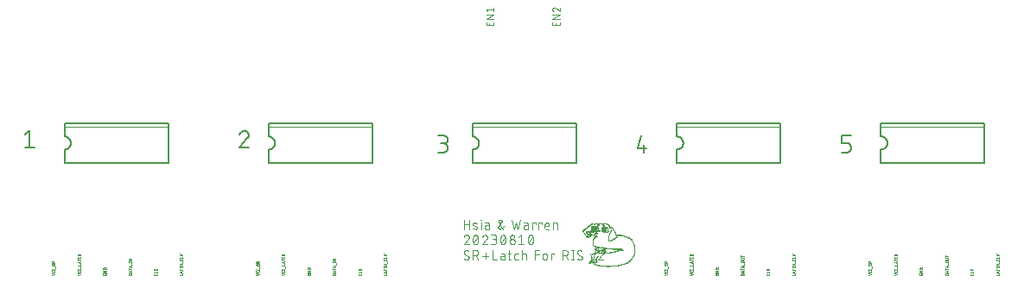
<source format=gbr>
G04 EAGLE Gerber RS-274X export*
G75*
%MOMM*%
%FSLAX34Y34*%
%LPD*%
%INSilkscreen Bottom*%
%IPPOS*%
%AMOC8*
5,1,8,0,0,1.08239X$1,22.5*%
G01*
%ADD10C,0.076200*%
%ADD11C,0.025400*%
%ADD12C,0.152400*%
%ADD13R,0.375000X0.025000*%
%ADD14R,1.025000X0.025000*%
%ADD15R,1.550000X0.025000*%
%ADD16R,0.550000X0.025000*%
%ADD17R,0.575000X0.025000*%
%ADD18R,0.400000X0.025000*%
%ADD19R,0.325000X0.025000*%
%ADD20R,0.350000X0.025000*%
%ADD21R,0.250000X0.025000*%
%ADD22R,0.300000X0.025000*%
%ADD23R,0.175000X0.025000*%
%ADD24R,0.150000X0.025000*%
%ADD25R,0.125000X0.025000*%
%ADD26R,0.200000X0.025000*%
%ADD27R,0.100000X0.025000*%
%ADD28R,0.050000X0.025000*%
%ADD29R,0.075000X0.025000*%
%ADD30R,0.425000X0.025000*%
%ADD31R,0.225000X0.025000*%
%ADD32R,0.525000X0.025000*%
%ADD33R,0.450000X0.025000*%
%ADD34R,0.500000X0.025000*%
%ADD35R,0.650000X0.025000*%
%ADD36R,0.275000X0.025000*%
%ADD37R,0.675000X0.025000*%
%ADD38R,0.950000X0.025000*%
%ADD39R,0.025000X0.025000*%
%ADD40R,1.175000X0.025000*%
%ADD41R,0.475000X0.025000*%
%ADD42R,0.875000X0.025000*%
%ADD43R,0.700000X0.025000*%
%ADD44R,0.625000X0.025000*%
%ADD45R,0.600000X0.025000*%
%ADD46C,0.050800*%


D10*
X569619Y248598D02*
X569619Y245381D01*
X562381Y245381D01*
X562381Y248598D01*
X565598Y247794D02*
X565598Y245381D01*
X562381Y251605D02*
X569619Y251605D01*
X569619Y255627D02*
X562381Y251605D01*
X562381Y255627D02*
X569619Y255627D01*
X563989Y259045D02*
X562381Y261056D01*
X569619Y261056D01*
X569619Y263066D02*
X569619Y259045D01*
X634619Y248598D02*
X634619Y245381D01*
X627381Y245381D01*
X627381Y248598D01*
X630598Y247794D02*
X630598Y245381D01*
X627381Y251605D02*
X634619Y251605D01*
X634619Y255627D02*
X627381Y251605D01*
X627381Y255627D02*
X634619Y255627D01*
X627381Y261257D02*
X627383Y261341D01*
X627389Y261424D01*
X627398Y261507D01*
X627412Y261590D01*
X627429Y261671D01*
X627450Y261752D01*
X627475Y261832D01*
X627503Y261911D01*
X627535Y261988D01*
X627571Y262064D01*
X627610Y262138D01*
X627652Y262210D01*
X627698Y262280D01*
X627747Y262348D01*
X627799Y262413D01*
X627853Y262476D01*
X627911Y262537D01*
X627972Y262595D01*
X628035Y262649D01*
X628100Y262701D01*
X628168Y262750D01*
X628238Y262796D01*
X628310Y262838D01*
X628384Y262877D01*
X628460Y262913D01*
X628537Y262945D01*
X628616Y262973D01*
X628696Y262998D01*
X628777Y263019D01*
X628858Y263036D01*
X628941Y263050D01*
X629024Y263059D01*
X629107Y263065D01*
X629191Y263067D01*
X627381Y261257D02*
X627383Y261163D01*
X627389Y261069D01*
X627398Y260975D01*
X627412Y260881D01*
X627429Y260789D01*
X627450Y260697D01*
X627474Y260606D01*
X627502Y260516D01*
X627534Y260427D01*
X627570Y260339D01*
X627609Y260254D01*
X627651Y260169D01*
X627697Y260087D01*
X627746Y260006D01*
X627798Y259928D01*
X627854Y259852D01*
X627912Y259778D01*
X627974Y259706D01*
X628038Y259637D01*
X628105Y259571D01*
X628175Y259507D01*
X628247Y259447D01*
X628322Y259389D01*
X628399Y259334D01*
X628478Y259283D01*
X628559Y259235D01*
X628642Y259190D01*
X628726Y259148D01*
X628813Y259110D01*
X628901Y259076D01*
X628990Y259045D01*
X630599Y262464D02*
X630537Y262526D01*
X630473Y262585D01*
X630406Y262641D01*
X630336Y262694D01*
X630264Y262744D01*
X630190Y262791D01*
X630114Y262834D01*
X630036Y262874D01*
X629957Y262910D01*
X629876Y262942D01*
X629793Y262971D01*
X629709Y262997D01*
X629625Y263018D01*
X629539Y263036D01*
X629453Y263049D01*
X629366Y263059D01*
X629278Y263065D01*
X629191Y263067D01*
X630598Y262463D02*
X634619Y259045D01*
X634619Y263066D01*
D11*
X139873Y1042D02*
X137127Y127D01*
X137127Y1958D02*
X139873Y1042D01*
X139873Y3582D02*
X139873Y4192D01*
X139873Y3582D02*
X139871Y3534D01*
X139865Y3487D01*
X139856Y3440D01*
X139843Y3394D01*
X139827Y3349D01*
X139807Y3305D01*
X139783Y3263D01*
X139757Y3223D01*
X139727Y3186D01*
X139694Y3151D01*
X139659Y3118D01*
X139622Y3089D01*
X139582Y3062D01*
X139540Y3038D01*
X139496Y3018D01*
X139452Y3002D01*
X139405Y2989D01*
X139358Y2980D01*
X139311Y2974D01*
X139263Y2972D01*
X139263Y2971D02*
X137737Y2971D01*
X137737Y2972D02*
X137689Y2974D01*
X137642Y2980D01*
X137595Y2989D01*
X137549Y3002D01*
X137504Y3018D01*
X137460Y3038D01*
X137418Y3062D01*
X137378Y3088D01*
X137341Y3118D01*
X137306Y3151D01*
X137273Y3186D01*
X137244Y3223D01*
X137217Y3263D01*
X137193Y3305D01*
X137173Y3349D01*
X137157Y3393D01*
X137144Y3440D01*
X137135Y3487D01*
X137129Y3534D01*
X137127Y3582D01*
X137127Y4192D01*
X139873Y5832D02*
X139873Y6442D01*
X139873Y5832D02*
X139871Y5784D01*
X139865Y5737D01*
X139856Y5690D01*
X139843Y5644D01*
X139827Y5599D01*
X139807Y5555D01*
X139783Y5513D01*
X139757Y5473D01*
X139727Y5436D01*
X139694Y5401D01*
X139659Y5368D01*
X139622Y5339D01*
X139582Y5312D01*
X139540Y5288D01*
X139496Y5268D01*
X139452Y5252D01*
X139405Y5239D01*
X139358Y5230D01*
X139311Y5224D01*
X139263Y5222D01*
X139263Y5221D02*
X137737Y5221D01*
X137737Y5222D02*
X137689Y5224D01*
X137642Y5230D01*
X137595Y5239D01*
X137549Y5252D01*
X137504Y5268D01*
X137460Y5288D01*
X137418Y5312D01*
X137378Y5338D01*
X137341Y5368D01*
X137306Y5401D01*
X137273Y5436D01*
X137244Y5473D01*
X137217Y5513D01*
X137193Y5555D01*
X137173Y5599D01*
X137157Y5643D01*
X137144Y5690D01*
X137135Y5737D01*
X137129Y5784D01*
X137127Y5832D01*
X137127Y6442D01*
X140178Y7362D02*
X140178Y8582D01*
X139873Y10465D02*
X139871Y10513D01*
X139865Y10560D01*
X139856Y10607D01*
X139843Y10654D01*
X139827Y10698D01*
X139807Y10742D01*
X139783Y10784D01*
X139757Y10824D01*
X139727Y10861D01*
X139694Y10896D01*
X139659Y10929D01*
X139622Y10959D01*
X139582Y10985D01*
X139540Y11009D01*
X139496Y11029D01*
X139452Y11045D01*
X139405Y11058D01*
X139358Y11067D01*
X139311Y11073D01*
X139263Y11075D01*
X139873Y10465D02*
X139871Y10397D01*
X139866Y10330D01*
X139857Y10262D01*
X139845Y10196D01*
X139829Y10130D01*
X139809Y10065D01*
X139786Y10001D01*
X139760Y9938D01*
X139731Y9877D01*
X139699Y9817D01*
X139663Y9760D01*
X139624Y9704D01*
X139583Y9650D01*
X139539Y9599D01*
X139492Y9550D01*
X137737Y9626D02*
X137689Y9628D01*
X137642Y9634D01*
X137595Y9643D01*
X137548Y9656D01*
X137504Y9672D01*
X137460Y9692D01*
X137418Y9716D01*
X137378Y9742D01*
X137341Y9772D01*
X137306Y9805D01*
X137273Y9840D01*
X137243Y9877D01*
X137217Y9917D01*
X137193Y9959D01*
X137173Y10003D01*
X137157Y10047D01*
X137144Y10094D01*
X137135Y10141D01*
X137129Y10188D01*
X137127Y10236D01*
X137129Y10303D01*
X137135Y10370D01*
X137145Y10436D01*
X137158Y10501D01*
X137176Y10566D01*
X137197Y10629D01*
X137222Y10692D01*
X137250Y10752D01*
X137282Y10811D01*
X137317Y10868D01*
X137356Y10922D01*
X138271Y9930D02*
X138246Y9892D01*
X138219Y9855D01*
X138189Y9820D01*
X138156Y9788D01*
X138121Y9758D01*
X138084Y9731D01*
X138045Y9707D01*
X138004Y9685D01*
X137962Y9667D01*
X137918Y9652D01*
X137874Y9640D01*
X137829Y9632D01*
X137783Y9627D01*
X137737Y9625D01*
X138729Y10770D02*
X138754Y10809D01*
X138781Y10845D01*
X138811Y10880D01*
X138844Y10912D01*
X138879Y10942D01*
X138916Y10969D01*
X138955Y10993D01*
X138996Y11015D01*
X139038Y11033D01*
X139082Y11048D01*
X139126Y11060D01*
X139171Y11068D01*
X139217Y11073D01*
X139263Y11075D01*
X138729Y10770D02*
X138271Y9931D01*
X137127Y12267D02*
X139873Y12267D01*
X137127Y12267D02*
X137127Y13030D01*
X137129Y13084D01*
X137135Y13139D01*
X137144Y13192D01*
X137158Y13245D01*
X137175Y13297D01*
X137196Y13347D01*
X137220Y13396D01*
X137248Y13443D01*
X137279Y13487D01*
X137313Y13530D01*
X137350Y13570D01*
X137390Y13607D01*
X137433Y13641D01*
X137477Y13672D01*
X137524Y13700D01*
X137573Y13724D01*
X137623Y13745D01*
X137675Y13762D01*
X137728Y13776D01*
X137781Y13785D01*
X137836Y13791D01*
X137890Y13793D01*
X137944Y13791D01*
X137999Y13785D01*
X138052Y13776D01*
X138105Y13762D01*
X138157Y13745D01*
X138207Y13724D01*
X138256Y13700D01*
X138303Y13672D01*
X138347Y13641D01*
X138390Y13607D01*
X138430Y13570D01*
X138467Y13530D01*
X138501Y13487D01*
X138532Y13443D01*
X138560Y13396D01*
X138584Y13347D01*
X138605Y13297D01*
X138622Y13245D01*
X138636Y13192D01*
X138645Y13139D01*
X138651Y13084D01*
X138653Y13030D01*
X138653Y12267D01*
X138653Y13183D02*
X139873Y13793D01*
X162127Y127D02*
X164873Y1042D01*
X162127Y1958D01*
X164873Y3582D02*
X164873Y4192D01*
X164873Y3582D02*
X164871Y3534D01*
X164865Y3487D01*
X164856Y3440D01*
X164843Y3394D01*
X164827Y3349D01*
X164807Y3305D01*
X164783Y3263D01*
X164757Y3223D01*
X164727Y3186D01*
X164694Y3151D01*
X164659Y3118D01*
X164622Y3089D01*
X164582Y3062D01*
X164540Y3038D01*
X164496Y3018D01*
X164452Y3002D01*
X164405Y2989D01*
X164358Y2980D01*
X164311Y2974D01*
X164263Y2972D01*
X164263Y2971D02*
X162737Y2971D01*
X162737Y2972D02*
X162689Y2974D01*
X162642Y2980D01*
X162595Y2989D01*
X162549Y3002D01*
X162504Y3018D01*
X162460Y3038D01*
X162418Y3062D01*
X162378Y3088D01*
X162341Y3118D01*
X162306Y3151D01*
X162273Y3186D01*
X162244Y3223D01*
X162217Y3263D01*
X162193Y3305D01*
X162173Y3349D01*
X162157Y3393D01*
X162144Y3440D01*
X162135Y3487D01*
X162129Y3534D01*
X162127Y3582D01*
X162127Y4192D01*
X164873Y5832D02*
X164873Y6442D01*
X164873Y5832D02*
X164871Y5784D01*
X164865Y5737D01*
X164856Y5690D01*
X164843Y5644D01*
X164827Y5599D01*
X164807Y5555D01*
X164783Y5513D01*
X164757Y5473D01*
X164727Y5436D01*
X164694Y5401D01*
X164659Y5368D01*
X164622Y5339D01*
X164582Y5312D01*
X164540Y5288D01*
X164496Y5268D01*
X164452Y5252D01*
X164405Y5239D01*
X164358Y5230D01*
X164311Y5224D01*
X164263Y5222D01*
X164263Y5221D02*
X162737Y5221D01*
X162737Y5222D02*
X162689Y5224D01*
X162642Y5230D01*
X162595Y5239D01*
X162549Y5252D01*
X162504Y5268D01*
X162460Y5288D01*
X162418Y5312D01*
X162378Y5338D01*
X162341Y5368D01*
X162306Y5401D01*
X162273Y5436D01*
X162244Y5473D01*
X162217Y5513D01*
X162193Y5555D01*
X162173Y5599D01*
X162157Y5643D01*
X162144Y5690D01*
X162135Y5737D01*
X162129Y5784D01*
X162127Y5832D01*
X162127Y6442D01*
X165178Y7362D02*
X165178Y8582D01*
X164873Y9735D02*
X162127Y9735D01*
X164873Y9735D02*
X164873Y10955D01*
X164873Y11827D02*
X162127Y12742D01*
X164873Y13658D01*
X164187Y13429D02*
X164187Y12056D01*
X164873Y15262D02*
X162127Y15262D01*
X162127Y14499D02*
X162127Y16025D01*
X164873Y17622D02*
X164873Y18232D01*
X164873Y17622D02*
X164871Y17574D01*
X164865Y17527D01*
X164856Y17480D01*
X164843Y17434D01*
X164827Y17389D01*
X164807Y17345D01*
X164783Y17303D01*
X164757Y17263D01*
X164727Y17226D01*
X164694Y17191D01*
X164659Y17158D01*
X164622Y17129D01*
X164582Y17102D01*
X164540Y17078D01*
X164496Y17058D01*
X164452Y17042D01*
X164405Y17029D01*
X164358Y17020D01*
X164311Y17014D01*
X164263Y17012D01*
X164263Y17011D02*
X162737Y17011D01*
X162737Y17012D02*
X162689Y17014D01*
X162642Y17020D01*
X162595Y17029D01*
X162549Y17042D01*
X162504Y17058D01*
X162460Y17078D01*
X162418Y17102D01*
X162378Y17128D01*
X162341Y17158D01*
X162306Y17191D01*
X162273Y17226D01*
X162244Y17263D01*
X162217Y17303D01*
X162193Y17345D01*
X162173Y17389D01*
X162157Y17433D01*
X162144Y17480D01*
X162135Y17527D01*
X162129Y17574D01*
X162127Y17622D01*
X162127Y18232D01*
X162127Y19359D02*
X164873Y19359D01*
X163347Y19359D02*
X163347Y20885D01*
X162127Y20885D02*
X164873Y20885D01*
X188347Y1653D02*
X188347Y1195D01*
X188347Y1653D02*
X189873Y1653D01*
X189873Y737D01*
X189871Y689D01*
X189865Y642D01*
X189856Y595D01*
X189843Y549D01*
X189827Y504D01*
X189807Y460D01*
X189783Y418D01*
X189757Y378D01*
X189727Y341D01*
X189694Y306D01*
X189659Y273D01*
X189622Y244D01*
X189582Y217D01*
X189540Y193D01*
X189496Y173D01*
X189452Y157D01*
X189405Y144D01*
X189358Y135D01*
X189311Y129D01*
X189263Y127D01*
X187737Y127D01*
X187689Y129D01*
X187642Y135D01*
X187595Y144D01*
X187549Y157D01*
X187504Y173D01*
X187460Y193D01*
X187418Y217D01*
X187378Y243D01*
X187341Y273D01*
X187306Y306D01*
X187273Y341D01*
X187244Y378D01*
X187217Y418D01*
X187193Y460D01*
X187173Y504D01*
X187157Y548D01*
X187144Y595D01*
X187135Y642D01*
X187129Y689D01*
X187127Y737D01*
X187127Y1653D01*
X187127Y3007D02*
X189873Y3007D01*
X189873Y4533D02*
X187127Y3007D01*
X187127Y4533D02*
X189873Y4533D01*
X189873Y5887D02*
X187127Y5887D01*
X187127Y6650D01*
X187129Y6704D01*
X187135Y6759D01*
X187144Y6812D01*
X187158Y6865D01*
X187175Y6917D01*
X187196Y6967D01*
X187220Y7016D01*
X187248Y7063D01*
X187279Y7107D01*
X187313Y7150D01*
X187350Y7190D01*
X187390Y7227D01*
X187433Y7261D01*
X187478Y7292D01*
X187524Y7320D01*
X187573Y7344D01*
X187623Y7365D01*
X187675Y7382D01*
X187728Y7396D01*
X187781Y7405D01*
X187836Y7411D01*
X187890Y7413D01*
X187890Y7412D02*
X189110Y7412D01*
X189110Y7413D02*
X189164Y7411D01*
X189219Y7405D01*
X189272Y7396D01*
X189325Y7382D01*
X189377Y7365D01*
X189427Y7344D01*
X189476Y7320D01*
X189523Y7292D01*
X189567Y7261D01*
X189610Y7227D01*
X189650Y7190D01*
X189687Y7150D01*
X189721Y7107D01*
X189752Y7063D01*
X189780Y7016D01*
X189804Y6967D01*
X189825Y6917D01*
X189842Y6865D01*
X189856Y6812D01*
X189865Y6759D01*
X189871Y6704D01*
X189873Y6650D01*
X189873Y5887D01*
X212127Y127D02*
X214873Y127D01*
X212127Y127D02*
X212127Y890D01*
X212129Y944D01*
X212135Y999D01*
X212144Y1052D01*
X212158Y1105D01*
X212175Y1157D01*
X212196Y1207D01*
X212220Y1256D01*
X212248Y1303D01*
X212279Y1347D01*
X212313Y1390D01*
X212350Y1430D01*
X212390Y1467D01*
X212433Y1501D01*
X212478Y1532D01*
X212524Y1560D01*
X212573Y1584D01*
X212623Y1605D01*
X212675Y1622D01*
X212728Y1636D01*
X212781Y1645D01*
X212836Y1651D01*
X212890Y1653D01*
X214110Y1653D01*
X214164Y1651D01*
X214219Y1645D01*
X214272Y1636D01*
X214325Y1622D01*
X214377Y1605D01*
X214427Y1584D01*
X214476Y1560D01*
X214523Y1532D01*
X214567Y1501D01*
X214610Y1467D01*
X214650Y1430D01*
X214687Y1390D01*
X214721Y1347D01*
X214752Y1303D01*
X214780Y1256D01*
X214804Y1207D01*
X214825Y1157D01*
X214842Y1105D01*
X214856Y1052D01*
X214865Y999D01*
X214871Y944D01*
X214873Y890D01*
X214873Y127D01*
X214873Y2764D02*
X212127Y3680D01*
X214873Y4595D01*
X214187Y4366D02*
X214187Y2993D01*
X214873Y6200D02*
X212127Y6200D01*
X212127Y6962D02*
X212127Y5437D01*
X212127Y8720D02*
X214873Y7804D01*
X214873Y9635D02*
X212127Y8720D01*
X214187Y9406D02*
X214187Y8033D01*
X215178Y10539D02*
X215178Y11760D01*
X214873Y13040D02*
X212127Y13040D01*
X214873Y12735D02*
X214873Y13345D01*
X212127Y13345D02*
X212127Y12735D01*
X212127Y14527D02*
X214873Y14527D01*
X214873Y16052D02*
X212127Y14527D01*
X212127Y16052D02*
X214873Y16052D01*
X239873Y1347D02*
X239873Y737D01*
X239871Y689D01*
X239865Y642D01*
X239856Y595D01*
X239843Y549D01*
X239827Y504D01*
X239807Y460D01*
X239783Y418D01*
X239757Y378D01*
X239727Y341D01*
X239694Y306D01*
X239659Y273D01*
X239622Y244D01*
X239582Y217D01*
X239540Y193D01*
X239496Y173D01*
X239452Y157D01*
X239405Y144D01*
X239358Y135D01*
X239311Y129D01*
X239263Y127D01*
X237737Y127D01*
X237689Y129D01*
X237642Y135D01*
X237595Y144D01*
X237549Y157D01*
X237504Y173D01*
X237460Y193D01*
X237418Y217D01*
X237378Y243D01*
X237341Y273D01*
X237306Y306D01*
X237273Y341D01*
X237244Y378D01*
X237217Y418D01*
X237193Y460D01*
X237173Y504D01*
X237157Y548D01*
X237144Y595D01*
X237135Y642D01*
X237129Y689D01*
X237127Y737D01*
X237127Y1347D01*
X237127Y2481D02*
X239873Y2481D01*
X239873Y3701D01*
X239873Y4856D02*
X237127Y4856D01*
X237127Y6382D02*
X238805Y4856D01*
X238195Y5466D02*
X239873Y6382D01*
X262127Y127D02*
X264873Y127D01*
X264873Y1347D01*
X264873Y2219D02*
X262127Y3134D01*
X264873Y4050D01*
X264187Y3821D02*
X264187Y2448D01*
X264873Y5654D02*
X262127Y5654D01*
X262127Y4891D02*
X262127Y6417D01*
X264873Y8014D02*
X264873Y8624D01*
X264873Y8014D02*
X264871Y7966D01*
X264865Y7919D01*
X264856Y7872D01*
X264843Y7826D01*
X264827Y7781D01*
X264807Y7737D01*
X264783Y7695D01*
X264757Y7655D01*
X264727Y7618D01*
X264694Y7583D01*
X264659Y7550D01*
X264622Y7521D01*
X264582Y7494D01*
X264540Y7470D01*
X264496Y7450D01*
X264452Y7434D01*
X264405Y7421D01*
X264358Y7412D01*
X264311Y7406D01*
X264263Y7404D01*
X264263Y7403D02*
X262737Y7403D01*
X262737Y7404D02*
X262689Y7406D01*
X262642Y7412D01*
X262595Y7421D01*
X262549Y7434D01*
X262504Y7450D01*
X262460Y7470D01*
X262418Y7494D01*
X262378Y7520D01*
X262341Y7550D01*
X262306Y7583D01*
X262273Y7618D01*
X262244Y7655D01*
X262217Y7695D01*
X262193Y7737D01*
X262173Y7781D01*
X262157Y7825D01*
X262144Y7872D01*
X262135Y7919D01*
X262129Y7966D01*
X262127Y8014D01*
X262127Y8624D01*
X262127Y9751D02*
X264873Y9751D01*
X263347Y9751D02*
X263347Y11277D01*
X262127Y11277D02*
X264873Y11277D01*
X265178Y12424D02*
X265178Y13644D01*
X264873Y15304D02*
X264873Y15914D01*
X264873Y15304D02*
X264871Y15256D01*
X264865Y15209D01*
X264856Y15162D01*
X264843Y15116D01*
X264827Y15071D01*
X264807Y15027D01*
X264783Y14985D01*
X264757Y14945D01*
X264727Y14908D01*
X264694Y14873D01*
X264659Y14840D01*
X264622Y14811D01*
X264582Y14784D01*
X264540Y14760D01*
X264496Y14740D01*
X264452Y14724D01*
X264405Y14711D01*
X264358Y14702D01*
X264311Y14696D01*
X264263Y14694D01*
X264263Y14693D02*
X262737Y14693D01*
X262737Y14694D02*
X262689Y14696D01*
X262642Y14702D01*
X262595Y14711D01*
X262549Y14724D01*
X262504Y14740D01*
X262460Y14760D01*
X262418Y14784D01*
X262378Y14810D01*
X262341Y14840D01*
X262306Y14873D01*
X262273Y14908D01*
X262244Y14945D01*
X262217Y14985D01*
X262193Y15027D01*
X262173Y15071D01*
X262157Y15115D01*
X262144Y15162D01*
X262135Y15209D01*
X262129Y15256D01*
X262127Y15304D01*
X262127Y15914D01*
X262127Y17047D02*
X264873Y17047D01*
X264873Y18267D01*
X264873Y19422D02*
X262127Y19422D01*
X262127Y20948D02*
X263805Y19422D01*
X263195Y20033D02*
X264873Y20948D01*
X337127Y127D02*
X339873Y1042D01*
X337127Y1958D01*
X339873Y3582D02*
X339873Y4192D01*
X339873Y3582D02*
X339871Y3534D01*
X339865Y3487D01*
X339856Y3440D01*
X339843Y3394D01*
X339827Y3349D01*
X339807Y3305D01*
X339783Y3263D01*
X339757Y3223D01*
X339727Y3186D01*
X339694Y3151D01*
X339659Y3118D01*
X339622Y3089D01*
X339582Y3062D01*
X339540Y3038D01*
X339496Y3018D01*
X339452Y3002D01*
X339405Y2989D01*
X339358Y2980D01*
X339311Y2974D01*
X339263Y2972D01*
X339263Y2971D02*
X337737Y2971D01*
X337737Y2972D02*
X337689Y2974D01*
X337642Y2980D01*
X337595Y2989D01*
X337549Y3002D01*
X337504Y3018D01*
X337460Y3038D01*
X337418Y3062D01*
X337378Y3088D01*
X337341Y3118D01*
X337306Y3151D01*
X337273Y3186D01*
X337244Y3223D01*
X337217Y3263D01*
X337193Y3305D01*
X337173Y3349D01*
X337157Y3393D01*
X337144Y3440D01*
X337135Y3487D01*
X337129Y3534D01*
X337127Y3582D01*
X337127Y4192D01*
X339873Y5832D02*
X339873Y6442D01*
X339873Y5832D02*
X339871Y5784D01*
X339865Y5737D01*
X339856Y5690D01*
X339843Y5644D01*
X339827Y5599D01*
X339807Y5555D01*
X339783Y5513D01*
X339757Y5473D01*
X339727Y5436D01*
X339694Y5401D01*
X339659Y5368D01*
X339622Y5339D01*
X339582Y5312D01*
X339540Y5288D01*
X339496Y5268D01*
X339452Y5252D01*
X339405Y5239D01*
X339358Y5230D01*
X339311Y5224D01*
X339263Y5222D01*
X339263Y5221D02*
X337737Y5221D01*
X337737Y5222D02*
X337689Y5224D01*
X337642Y5230D01*
X337595Y5239D01*
X337549Y5252D01*
X337504Y5268D01*
X337460Y5288D01*
X337418Y5312D01*
X337378Y5338D01*
X337341Y5368D01*
X337306Y5401D01*
X337273Y5436D01*
X337244Y5473D01*
X337217Y5513D01*
X337193Y5555D01*
X337173Y5599D01*
X337157Y5643D01*
X337144Y5690D01*
X337135Y5737D01*
X337129Y5784D01*
X337127Y5832D01*
X337127Y6442D01*
X340178Y7362D02*
X340178Y8582D01*
X339873Y10465D02*
X339871Y10513D01*
X339865Y10560D01*
X339856Y10607D01*
X339843Y10654D01*
X339827Y10698D01*
X339807Y10742D01*
X339783Y10784D01*
X339757Y10824D01*
X339727Y10861D01*
X339694Y10896D01*
X339659Y10929D01*
X339622Y10959D01*
X339582Y10985D01*
X339540Y11009D01*
X339496Y11029D01*
X339452Y11045D01*
X339405Y11058D01*
X339358Y11067D01*
X339311Y11073D01*
X339263Y11075D01*
X339873Y10465D02*
X339871Y10397D01*
X339866Y10330D01*
X339857Y10262D01*
X339845Y10196D01*
X339829Y10130D01*
X339809Y10065D01*
X339786Y10001D01*
X339760Y9938D01*
X339731Y9877D01*
X339699Y9817D01*
X339663Y9760D01*
X339624Y9704D01*
X339583Y9650D01*
X339539Y9599D01*
X339492Y9550D01*
X337737Y9626D02*
X337689Y9628D01*
X337642Y9634D01*
X337595Y9643D01*
X337548Y9656D01*
X337504Y9672D01*
X337460Y9692D01*
X337418Y9716D01*
X337378Y9742D01*
X337341Y9772D01*
X337306Y9805D01*
X337273Y9840D01*
X337243Y9877D01*
X337217Y9917D01*
X337193Y9959D01*
X337173Y10003D01*
X337157Y10047D01*
X337144Y10094D01*
X337135Y10141D01*
X337129Y10188D01*
X337127Y10236D01*
X337129Y10303D01*
X337135Y10370D01*
X337145Y10436D01*
X337158Y10501D01*
X337176Y10566D01*
X337197Y10629D01*
X337222Y10692D01*
X337250Y10752D01*
X337282Y10811D01*
X337317Y10868D01*
X337356Y10922D01*
X338271Y9930D02*
X338246Y9892D01*
X338219Y9855D01*
X338189Y9820D01*
X338156Y9788D01*
X338121Y9758D01*
X338084Y9731D01*
X338045Y9707D01*
X338004Y9685D01*
X337962Y9667D01*
X337918Y9652D01*
X337874Y9640D01*
X337829Y9632D01*
X337783Y9627D01*
X337737Y9625D01*
X338729Y10770D02*
X338754Y10809D01*
X338781Y10845D01*
X338811Y10880D01*
X338844Y10912D01*
X338879Y10942D01*
X338916Y10969D01*
X338955Y10993D01*
X338996Y11015D01*
X339038Y11033D01*
X339082Y11048D01*
X339126Y11060D01*
X339171Y11068D01*
X339217Y11073D01*
X339263Y11075D01*
X338729Y10770D02*
X338271Y9931D01*
X337127Y12267D02*
X339873Y12267D01*
X337127Y12267D02*
X337127Y13030D01*
X337129Y13084D01*
X337135Y13139D01*
X337144Y13192D01*
X337158Y13245D01*
X337175Y13297D01*
X337196Y13347D01*
X337220Y13396D01*
X337248Y13443D01*
X337279Y13487D01*
X337313Y13530D01*
X337350Y13570D01*
X337390Y13607D01*
X337433Y13641D01*
X337477Y13672D01*
X337524Y13700D01*
X337573Y13724D01*
X337623Y13745D01*
X337675Y13762D01*
X337728Y13776D01*
X337781Y13785D01*
X337836Y13791D01*
X337890Y13793D01*
X337944Y13791D01*
X337999Y13785D01*
X338052Y13776D01*
X338105Y13762D01*
X338157Y13745D01*
X338207Y13724D01*
X338256Y13700D01*
X338303Y13672D01*
X338347Y13641D01*
X338390Y13607D01*
X338430Y13570D01*
X338467Y13530D01*
X338501Y13487D01*
X338532Y13443D01*
X338560Y13396D01*
X338584Y13347D01*
X338605Y13297D01*
X338622Y13245D01*
X338636Y13192D01*
X338645Y13139D01*
X338651Y13084D01*
X338653Y13030D01*
X338653Y12267D01*
X338653Y13183D02*
X339873Y13793D01*
X362127Y127D02*
X364873Y1042D01*
X362127Y1958D01*
X364873Y3582D02*
X364873Y4192D01*
X364873Y3582D02*
X364871Y3534D01*
X364865Y3487D01*
X364856Y3440D01*
X364843Y3394D01*
X364827Y3349D01*
X364807Y3305D01*
X364783Y3263D01*
X364757Y3223D01*
X364727Y3186D01*
X364694Y3151D01*
X364659Y3118D01*
X364622Y3089D01*
X364582Y3062D01*
X364540Y3038D01*
X364496Y3018D01*
X364452Y3002D01*
X364405Y2989D01*
X364358Y2980D01*
X364311Y2974D01*
X364263Y2972D01*
X364263Y2971D02*
X362737Y2971D01*
X362737Y2972D02*
X362689Y2974D01*
X362642Y2980D01*
X362595Y2989D01*
X362549Y3002D01*
X362504Y3018D01*
X362460Y3038D01*
X362418Y3062D01*
X362378Y3088D01*
X362341Y3118D01*
X362306Y3151D01*
X362273Y3186D01*
X362244Y3223D01*
X362217Y3263D01*
X362193Y3305D01*
X362173Y3349D01*
X362157Y3393D01*
X362144Y3440D01*
X362135Y3487D01*
X362129Y3534D01*
X362127Y3582D01*
X362127Y4192D01*
X364873Y5832D02*
X364873Y6442D01*
X364873Y5832D02*
X364871Y5784D01*
X364865Y5737D01*
X364856Y5690D01*
X364843Y5644D01*
X364827Y5599D01*
X364807Y5555D01*
X364783Y5513D01*
X364757Y5473D01*
X364727Y5436D01*
X364694Y5401D01*
X364659Y5368D01*
X364622Y5339D01*
X364582Y5312D01*
X364540Y5288D01*
X364496Y5268D01*
X364452Y5252D01*
X364405Y5239D01*
X364358Y5230D01*
X364311Y5224D01*
X364263Y5222D01*
X364263Y5221D02*
X362737Y5221D01*
X362737Y5222D02*
X362689Y5224D01*
X362642Y5230D01*
X362595Y5239D01*
X362549Y5252D01*
X362504Y5268D01*
X362460Y5288D01*
X362418Y5312D01*
X362378Y5338D01*
X362341Y5368D01*
X362306Y5401D01*
X362273Y5436D01*
X362244Y5473D01*
X362217Y5513D01*
X362193Y5555D01*
X362173Y5599D01*
X362157Y5643D01*
X362144Y5690D01*
X362135Y5737D01*
X362129Y5784D01*
X362127Y5832D01*
X362127Y6442D01*
X365178Y7362D02*
X365178Y8582D01*
X364873Y9735D02*
X362127Y9735D01*
X364873Y9735D02*
X364873Y10955D01*
X364873Y11827D02*
X362127Y12742D01*
X364873Y13658D01*
X364187Y13429D02*
X364187Y12056D01*
X364873Y15262D02*
X362127Y15262D01*
X362127Y14499D02*
X362127Y16025D01*
X364873Y17622D02*
X364873Y18232D01*
X364873Y17622D02*
X364871Y17574D01*
X364865Y17527D01*
X364856Y17480D01*
X364843Y17434D01*
X364827Y17389D01*
X364807Y17345D01*
X364783Y17303D01*
X364757Y17263D01*
X364727Y17226D01*
X364694Y17191D01*
X364659Y17158D01*
X364622Y17129D01*
X364582Y17102D01*
X364540Y17078D01*
X364496Y17058D01*
X364452Y17042D01*
X364405Y17029D01*
X364358Y17020D01*
X364311Y17014D01*
X364263Y17012D01*
X364263Y17011D02*
X362737Y17011D01*
X362737Y17012D02*
X362689Y17014D01*
X362642Y17020D01*
X362595Y17029D01*
X362549Y17042D01*
X362504Y17058D01*
X362460Y17078D01*
X362418Y17102D01*
X362378Y17128D01*
X362341Y17158D01*
X362306Y17191D01*
X362273Y17226D01*
X362244Y17263D01*
X362217Y17303D01*
X362193Y17345D01*
X362173Y17389D01*
X362157Y17433D01*
X362144Y17480D01*
X362135Y17527D01*
X362129Y17574D01*
X362127Y17622D01*
X362127Y18232D01*
X362127Y19359D02*
X364873Y19359D01*
X363347Y19359D02*
X363347Y20885D01*
X362127Y20885D02*
X364873Y20885D01*
X388347Y1653D02*
X388347Y1195D01*
X388347Y1653D02*
X389873Y1653D01*
X389873Y737D01*
X389871Y689D01*
X389865Y642D01*
X389856Y595D01*
X389843Y549D01*
X389827Y504D01*
X389807Y460D01*
X389783Y418D01*
X389757Y378D01*
X389727Y341D01*
X389694Y306D01*
X389659Y273D01*
X389622Y244D01*
X389582Y217D01*
X389540Y193D01*
X389496Y173D01*
X389452Y157D01*
X389405Y144D01*
X389358Y135D01*
X389311Y129D01*
X389263Y127D01*
X387737Y127D01*
X387689Y129D01*
X387642Y135D01*
X387595Y144D01*
X387549Y157D01*
X387504Y173D01*
X387460Y193D01*
X387418Y217D01*
X387378Y243D01*
X387341Y273D01*
X387306Y306D01*
X387273Y341D01*
X387244Y378D01*
X387217Y418D01*
X387193Y460D01*
X387173Y504D01*
X387157Y548D01*
X387144Y595D01*
X387135Y642D01*
X387129Y689D01*
X387127Y737D01*
X387127Y1653D01*
X387127Y3007D02*
X389873Y3007D01*
X389873Y4533D02*
X387127Y3007D01*
X387127Y4533D02*
X389873Y4533D01*
X389873Y5887D02*
X387127Y5887D01*
X387127Y6650D01*
X387129Y6704D01*
X387135Y6759D01*
X387144Y6812D01*
X387158Y6865D01*
X387175Y6917D01*
X387196Y6967D01*
X387220Y7016D01*
X387248Y7063D01*
X387279Y7107D01*
X387313Y7150D01*
X387350Y7190D01*
X387390Y7227D01*
X387433Y7261D01*
X387478Y7292D01*
X387524Y7320D01*
X387573Y7344D01*
X387623Y7365D01*
X387675Y7382D01*
X387728Y7396D01*
X387781Y7405D01*
X387836Y7411D01*
X387890Y7413D01*
X387890Y7412D02*
X389110Y7412D01*
X389110Y7413D02*
X389164Y7411D01*
X389219Y7405D01*
X389272Y7396D01*
X389325Y7382D01*
X389377Y7365D01*
X389427Y7344D01*
X389476Y7320D01*
X389523Y7292D01*
X389567Y7261D01*
X389610Y7227D01*
X389650Y7190D01*
X389687Y7150D01*
X389721Y7107D01*
X389752Y7063D01*
X389780Y7016D01*
X389804Y6967D01*
X389825Y6917D01*
X389842Y6865D01*
X389856Y6812D01*
X389865Y6759D01*
X389871Y6704D01*
X389873Y6650D01*
X389873Y5887D01*
X412127Y127D02*
X414873Y127D01*
X412127Y127D02*
X412127Y890D01*
X412129Y944D01*
X412135Y999D01*
X412144Y1052D01*
X412158Y1105D01*
X412175Y1157D01*
X412196Y1207D01*
X412220Y1256D01*
X412248Y1303D01*
X412279Y1347D01*
X412313Y1390D01*
X412350Y1430D01*
X412390Y1467D01*
X412433Y1501D01*
X412478Y1532D01*
X412524Y1560D01*
X412573Y1584D01*
X412623Y1605D01*
X412675Y1622D01*
X412728Y1636D01*
X412781Y1645D01*
X412836Y1651D01*
X412890Y1653D01*
X414110Y1653D01*
X414164Y1651D01*
X414219Y1645D01*
X414272Y1636D01*
X414325Y1622D01*
X414377Y1605D01*
X414427Y1584D01*
X414476Y1560D01*
X414523Y1532D01*
X414567Y1501D01*
X414610Y1467D01*
X414650Y1430D01*
X414687Y1390D01*
X414721Y1347D01*
X414752Y1303D01*
X414780Y1256D01*
X414804Y1207D01*
X414825Y1157D01*
X414842Y1105D01*
X414856Y1052D01*
X414865Y999D01*
X414871Y944D01*
X414873Y890D01*
X414873Y127D01*
X414873Y2764D02*
X412127Y3680D01*
X414873Y4595D01*
X414187Y4366D02*
X414187Y2993D01*
X414873Y6200D02*
X412127Y6200D01*
X412127Y6962D02*
X412127Y5437D01*
X412127Y8720D02*
X414873Y7804D01*
X414873Y9635D02*
X412127Y8720D01*
X414187Y9406D02*
X414187Y8033D01*
X415178Y10539D02*
X415178Y11760D01*
X414873Y13040D02*
X412127Y13040D01*
X414873Y12735D02*
X414873Y13345D01*
X412127Y13345D02*
X412127Y12735D01*
X412127Y14527D02*
X414873Y14527D01*
X414873Y16052D02*
X412127Y14527D01*
X412127Y16052D02*
X414873Y16052D01*
X439873Y1347D02*
X439873Y737D01*
X439871Y689D01*
X439865Y642D01*
X439856Y595D01*
X439843Y549D01*
X439827Y504D01*
X439807Y460D01*
X439783Y418D01*
X439757Y378D01*
X439727Y341D01*
X439694Y306D01*
X439659Y273D01*
X439622Y244D01*
X439582Y217D01*
X439540Y193D01*
X439496Y173D01*
X439452Y157D01*
X439405Y144D01*
X439358Y135D01*
X439311Y129D01*
X439263Y127D01*
X437737Y127D01*
X437689Y129D01*
X437642Y135D01*
X437595Y144D01*
X437549Y157D01*
X437504Y173D01*
X437460Y193D01*
X437418Y217D01*
X437378Y243D01*
X437341Y273D01*
X437306Y306D01*
X437273Y341D01*
X437244Y378D01*
X437217Y418D01*
X437193Y460D01*
X437173Y504D01*
X437157Y548D01*
X437144Y595D01*
X437135Y642D01*
X437129Y689D01*
X437127Y737D01*
X437127Y1347D01*
X437127Y2481D02*
X439873Y2481D01*
X439873Y3701D01*
X439873Y4856D02*
X437127Y4856D01*
X437127Y6382D02*
X438805Y4856D01*
X438195Y5466D02*
X439873Y6382D01*
X462127Y127D02*
X464873Y127D01*
X464873Y1347D01*
X464873Y2219D02*
X462127Y3134D01*
X464873Y4050D01*
X464187Y3821D02*
X464187Y2448D01*
X464873Y5654D02*
X462127Y5654D01*
X462127Y4891D02*
X462127Y6417D01*
X464873Y8014D02*
X464873Y8624D01*
X464873Y8014D02*
X464871Y7966D01*
X464865Y7919D01*
X464856Y7872D01*
X464843Y7826D01*
X464827Y7781D01*
X464807Y7737D01*
X464783Y7695D01*
X464757Y7655D01*
X464727Y7618D01*
X464694Y7583D01*
X464659Y7550D01*
X464622Y7521D01*
X464582Y7494D01*
X464540Y7470D01*
X464496Y7450D01*
X464452Y7434D01*
X464405Y7421D01*
X464358Y7412D01*
X464311Y7406D01*
X464263Y7404D01*
X464263Y7403D02*
X462737Y7403D01*
X462737Y7404D02*
X462689Y7406D01*
X462642Y7412D01*
X462595Y7421D01*
X462549Y7434D01*
X462504Y7450D01*
X462460Y7470D01*
X462418Y7494D01*
X462378Y7520D01*
X462341Y7550D01*
X462306Y7583D01*
X462273Y7618D01*
X462244Y7655D01*
X462217Y7695D01*
X462193Y7737D01*
X462173Y7781D01*
X462157Y7825D01*
X462144Y7872D01*
X462135Y7919D01*
X462129Y7966D01*
X462127Y8014D01*
X462127Y8624D01*
X462127Y9751D02*
X464873Y9751D01*
X463347Y9751D02*
X463347Y11277D01*
X462127Y11277D02*
X464873Y11277D01*
X465178Y12424D02*
X465178Y13644D01*
X464873Y15304D02*
X464873Y15914D01*
X464873Y15304D02*
X464871Y15256D01*
X464865Y15209D01*
X464856Y15162D01*
X464843Y15116D01*
X464827Y15071D01*
X464807Y15027D01*
X464783Y14985D01*
X464757Y14945D01*
X464727Y14908D01*
X464694Y14873D01*
X464659Y14840D01*
X464622Y14811D01*
X464582Y14784D01*
X464540Y14760D01*
X464496Y14740D01*
X464452Y14724D01*
X464405Y14711D01*
X464358Y14702D01*
X464311Y14696D01*
X464263Y14694D01*
X464263Y14693D02*
X462737Y14693D01*
X462737Y14694D02*
X462689Y14696D01*
X462642Y14702D01*
X462595Y14711D01*
X462549Y14724D01*
X462504Y14740D01*
X462460Y14760D01*
X462418Y14784D01*
X462378Y14810D01*
X462341Y14840D01*
X462306Y14873D01*
X462273Y14908D01*
X462244Y14945D01*
X462217Y14985D01*
X462193Y15027D01*
X462173Y15071D01*
X462157Y15115D01*
X462144Y15162D01*
X462135Y15209D01*
X462129Y15256D01*
X462127Y15304D01*
X462127Y15914D01*
X462127Y17047D02*
X464873Y17047D01*
X464873Y18267D01*
X464873Y19422D02*
X462127Y19422D01*
X462127Y20948D02*
X463805Y19422D01*
X463195Y20033D02*
X464873Y20948D01*
X737127Y127D02*
X739873Y1042D01*
X737127Y1958D01*
X739873Y3582D02*
X739873Y4192D01*
X739873Y3582D02*
X739871Y3534D01*
X739865Y3487D01*
X739856Y3440D01*
X739843Y3394D01*
X739827Y3349D01*
X739807Y3305D01*
X739783Y3263D01*
X739757Y3223D01*
X739727Y3186D01*
X739694Y3151D01*
X739659Y3118D01*
X739622Y3089D01*
X739582Y3062D01*
X739540Y3038D01*
X739496Y3018D01*
X739452Y3002D01*
X739405Y2989D01*
X739358Y2980D01*
X739311Y2974D01*
X739263Y2972D01*
X739263Y2971D02*
X737737Y2971D01*
X737737Y2972D02*
X737689Y2974D01*
X737642Y2980D01*
X737595Y2989D01*
X737549Y3002D01*
X737504Y3018D01*
X737460Y3038D01*
X737418Y3062D01*
X737378Y3088D01*
X737341Y3118D01*
X737306Y3151D01*
X737273Y3186D01*
X737244Y3223D01*
X737217Y3263D01*
X737193Y3305D01*
X737173Y3349D01*
X737157Y3393D01*
X737144Y3440D01*
X737135Y3487D01*
X737129Y3534D01*
X737127Y3582D01*
X737127Y4192D01*
X739873Y5832D02*
X739873Y6442D01*
X739873Y5832D02*
X739871Y5784D01*
X739865Y5737D01*
X739856Y5690D01*
X739843Y5644D01*
X739827Y5599D01*
X739807Y5555D01*
X739783Y5513D01*
X739757Y5473D01*
X739727Y5436D01*
X739694Y5401D01*
X739659Y5368D01*
X739622Y5339D01*
X739582Y5312D01*
X739540Y5288D01*
X739496Y5268D01*
X739452Y5252D01*
X739405Y5239D01*
X739358Y5230D01*
X739311Y5224D01*
X739263Y5222D01*
X739263Y5221D02*
X737737Y5221D01*
X737737Y5222D02*
X737689Y5224D01*
X737642Y5230D01*
X737595Y5239D01*
X737549Y5252D01*
X737504Y5268D01*
X737460Y5288D01*
X737418Y5312D01*
X737378Y5338D01*
X737341Y5368D01*
X737306Y5401D01*
X737273Y5436D01*
X737244Y5473D01*
X737217Y5513D01*
X737193Y5555D01*
X737173Y5599D01*
X737157Y5643D01*
X737144Y5690D01*
X737135Y5737D01*
X737129Y5784D01*
X737127Y5832D01*
X737127Y6442D01*
X740178Y7362D02*
X740178Y8582D01*
X739873Y10465D02*
X739871Y10513D01*
X739865Y10560D01*
X739856Y10607D01*
X739843Y10654D01*
X739827Y10698D01*
X739807Y10742D01*
X739783Y10784D01*
X739757Y10824D01*
X739727Y10861D01*
X739694Y10896D01*
X739659Y10929D01*
X739622Y10959D01*
X739582Y10985D01*
X739540Y11009D01*
X739496Y11029D01*
X739452Y11045D01*
X739405Y11058D01*
X739358Y11067D01*
X739311Y11073D01*
X739263Y11075D01*
X739873Y10465D02*
X739871Y10397D01*
X739866Y10330D01*
X739857Y10262D01*
X739845Y10196D01*
X739829Y10130D01*
X739809Y10065D01*
X739786Y10001D01*
X739760Y9938D01*
X739731Y9877D01*
X739699Y9817D01*
X739663Y9760D01*
X739624Y9704D01*
X739583Y9650D01*
X739539Y9599D01*
X739492Y9550D01*
X737737Y9626D02*
X737689Y9628D01*
X737642Y9634D01*
X737595Y9643D01*
X737548Y9656D01*
X737504Y9672D01*
X737460Y9692D01*
X737418Y9716D01*
X737378Y9742D01*
X737341Y9772D01*
X737306Y9805D01*
X737273Y9840D01*
X737243Y9877D01*
X737217Y9917D01*
X737193Y9959D01*
X737173Y10003D01*
X737157Y10047D01*
X737144Y10094D01*
X737135Y10141D01*
X737129Y10188D01*
X737127Y10236D01*
X737129Y10303D01*
X737135Y10370D01*
X737145Y10436D01*
X737158Y10501D01*
X737176Y10566D01*
X737197Y10629D01*
X737222Y10692D01*
X737250Y10752D01*
X737282Y10811D01*
X737317Y10868D01*
X737356Y10922D01*
X738271Y9930D02*
X738246Y9892D01*
X738219Y9855D01*
X738189Y9820D01*
X738156Y9788D01*
X738121Y9758D01*
X738084Y9731D01*
X738045Y9707D01*
X738004Y9685D01*
X737962Y9667D01*
X737918Y9652D01*
X737874Y9640D01*
X737829Y9632D01*
X737783Y9627D01*
X737737Y9625D01*
X738729Y10770D02*
X738754Y10809D01*
X738781Y10845D01*
X738811Y10880D01*
X738844Y10912D01*
X738879Y10942D01*
X738916Y10969D01*
X738955Y10993D01*
X738996Y11015D01*
X739038Y11033D01*
X739082Y11048D01*
X739126Y11060D01*
X739171Y11068D01*
X739217Y11073D01*
X739263Y11075D01*
X738729Y10770D02*
X738271Y9931D01*
X737127Y12267D02*
X739873Y12267D01*
X737127Y12267D02*
X737127Y13030D01*
X737129Y13084D01*
X737135Y13139D01*
X737144Y13192D01*
X737158Y13245D01*
X737175Y13297D01*
X737196Y13347D01*
X737220Y13396D01*
X737248Y13443D01*
X737279Y13487D01*
X737313Y13530D01*
X737350Y13570D01*
X737390Y13607D01*
X737433Y13641D01*
X737477Y13672D01*
X737524Y13700D01*
X737573Y13724D01*
X737623Y13745D01*
X737675Y13762D01*
X737728Y13776D01*
X737781Y13785D01*
X737836Y13791D01*
X737890Y13793D01*
X737944Y13791D01*
X737999Y13785D01*
X738052Y13776D01*
X738105Y13762D01*
X738157Y13745D01*
X738207Y13724D01*
X738256Y13700D01*
X738303Y13672D01*
X738347Y13641D01*
X738390Y13607D01*
X738430Y13570D01*
X738467Y13530D01*
X738501Y13487D01*
X738532Y13443D01*
X738560Y13396D01*
X738584Y13347D01*
X738605Y13297D01*
X738622Y13245D01*
X738636Y13192D01*
X738645Y13139D01*
X738651Y13084D01*
X738653Y13030D01*
X738653Y12267D01*
X738653Y13183D02*
X739873Y13793D01*
X762127Y127D02*
X764873Y1042D01*
X762127Y1958D01*
X764873Y3582D02*
X764873Y4192D01*
X764873Y3582D02*
X764871Y3534D01*
X764865Y3487D01*
X764856Y3440D01*
X764843Y3394D01*
X764827Y3349D01*
X764807Y3305D01*
X764783Y3263D01*
X764757Y3223D01*
X764727Y3186D01*
X764694Y3151D01*
X764659Y3118D01*
X764622Y3089D01*
X764582Y3062D01*
X764540Y3038D01*
X764496Y3018D01*
X764452Y3002D01*
X764405Y2989D01*
X764358Y2980D01*
X764311Y2974D01*
X764263Y2972D01*
X764263Y2971D02*
X762737Y2971D01*
X762737Y2972D02*
X762689Y2974D01*
X762642Y2980D01*
X762595Y2989D01*
X762549Y3002D01*
X762504Y3018D01*
X762460Y3038D01*
X762418Y3062D01*
X762378Y3088D01*
X762341Y3118D01*
X762306Y3151D01*
X762273Y3186D01*
X762244Y3223D01*
X762217Y3263D01*
X762193Y3305D01*
X762173Y3349D01*
X762157Y3393D01*
X762144Y3440D01*
X762135Y3487D01*
X762129Y3534D01*
X762127Y3582D01*
X762127Y4192D01*
X764873Y5832D02*
X764873Y6442D01*
X764873Y5832D02*
X764871Y5784D01*
X764865Y5737D01*
X764856Y5690D01*
X764843Y5644D01*
X764827Y5599D01*
X764807Y5555D01*
X764783Y5513D01*
X764757Y5473D01*
X764727Y5436D01*
X764694Y5401D01*
X764659Y5368D01*
X764622Y5339D01*
X764582Y5312D01*
X764540Y5288D01*
X764496Y5268D01*
X764452Y5252D01*
X764405Y5239D01*
X764358Y5230D01*
X764311Y5224D01*
X764263Y5222D01*
X764263Y5221D02*
X762737Y5221D01*
X762737Y5222D02*
X762689Y5224D01*
X762642Y5230D01*
X762595Y5239D01*
X762549Y5252D01*
X762504Y5268D01*
X762460Y5288D01*
X762418Y5312D01*
X762378Y5338D01*
X762341Y5368D01*
X762306Y5401D01*
X762273Y5436D01*
X762244Y5473D01*
X762217Y5513D01*
X762193Y5555D01*
X762173Y5599D01*
X762157Y5643D01*
X762144Y5690D01*
X762135Y5737D01*
X762129Y5784D01*
X762127Y5832D01*
X762127Y6442D01*
X765178Y7362D02*
X765178Y8582D01*
X764873Y9735D02*
X762127Y9735D01*
X764873Y9735D02*
X764873Y10955D01*
X764873Y11827D02*
X762127Y12742D01*
X764873Y13658D01*
X764187Y13429D02*
X764187Y12056D01*
X764873Y15262D02*
X762127Y15262D01*
X762127Y14499D02*
X762127Y16025D01*
X764873Y17622D02*
X764873Y18232D01*
X764873Y17622D02*
X764871Y17574D01*
X764865Y17527D01*
X764856Y17480D01*
X764843Y17434D01*
X764827Y17389D01*
X764807Y17345D01*
X764783Y17303D01*
X764757Y17263D01*
X764727Y17226D01*
X764694Y17191D01*
X764659Y17158D01*
X764622Y17129D01*
X764582Y17102D01*
X764540Y17078D01*
X764496Y17058D01*
X764452Y17042D01*
X764405Y17029D01*
X764358Y17020D01*
X764311Y17014D01*
X764263Y17012D01*
X764263Y17011D02*
X762737Y17011D01*
X762737Y17012D02*
X762689Y17014D01*
X762642Y17020D01*
X762595Y17029D01*
X762549Y17042D01*
X762504Y17058D01*
X762460Y17078D01*
X762418Y17102D01*
X762378Y17128D01*
X762341Y17158D01*
X762306Y17191D01*
X762273Y17226D01*
X762244Y17263D01*
X762217Y17303D01*
X762193Y17345D01*
X762173Y17389D01*
X762157Y17433D01*
X762144Y17480D01*
X762135Y17527D01*
X762129Y17574D01*
X762127Y17622D01*
X762127Y18232D01*
X762127Y19359D02*
X764873Y19359D01*
X763347Y19359D02*
X763347Y20885D01*
X762127Y20885D02*
X764873Y20885D01*
X788347Y1653D02*
X788347Y1195D01*
X788347Y1653D02*
X789873Y1653D01*
X789873Y737D01*
X789871Y689D01*
X789865Y642D01*
X789856Y595D01*
X789843Y549D01*
X789827Y504D01*
X789807Y460D01*
X789783Y418D01*
X789757Y378D01*
X789727Y341D01*
X789694Y306D01*
X789659Y273D01*
X789622Y244D01*
X789582Y217D01*
X789540Y193D01*
X789496Y173D01*
X789452Y157D01*
X789405Y144D01*
X789358Y135D01*
X789311Y129D01*
X789263Y127D01*
X787737Y127D01*
X787689Y129D01*
X787642Y135D01*
X787595Y144D01*
X787549Y157D01*
X787504Y173D01*
X787460Y193D01*
X787418Y217D01*
X787378Y243D01*
X787341Y273D01*
X787306Y306D01*
X787273Y341D01*
X787244Y378D01*
X787217Y418D01*
X787193Y460D01*
X787173Y504D01*
X787157Y548D01*
X787144Y595D01*
X787135Y642D01*
X787129Y689D01*
X787127Y737D01*
X787127Y1653D01*
X787127Y3007D02*
X789873Y3007D01*
X789873Y4533D02*
X787127Y3007D01*
X787127Y4533D02*
X789873Y4533D01*
X789873Y5887D02*
X787127Y5887D01*
X787127Y6650D01*
X787129Y6704D01*
X787135Y6759D01*
X787144Y6812D01*
X787158Y6865D01*
X787175Y6917D01*
X787196Y6967D01*
X787220Y7016D01*
X787248Y7063D01*
X787279Y7107D01*
X787313Y7150D01*
X787350Y7190D01*
X787390Y7227D01*
X787433Y7261D01*
X787478Y7292D01*
X787524Y7320D01*
X787573Y7344D01*
X787623Y7365D01*
X787675Y7382D01*
X787728Y7396D01*
X787781Y7405D01*
X787836Y7411D01*
X787890Y7413D01*
X787890Y7412D02*
X789110Y7412D01*
X789110Y7413D02*
X789164Y7411D01*
X789219Y7405D01*
X789272Y7396D01*
X789325Y7382D01*
X789377Y7365D01*
X789427Y7344D01*
X789476Y7320D01*
X789523Y7292D01*
X789567Y7261D01*
X789610Y7227D01*
X789650Y7190D01*
X789687Y7150D01*
X789721Y7107D01*
X789752Y7063D01*
X789780Y7016D01*
X789804Y6967D01*
X789825Y6917D01*
X789842Y6865D01*
X789856Y6812D01*
X789865Y6759D01*
X789871Y6704D01*
X789873Y6650D01*
X789873Y5887D01*
X812127Y127D02*
X814873Y127D01*
X812127Y127D02*
X812127Y890D01*
X812129Y944D01*
X812135Y999D01*
X812144Y1052D01*
X812158Y1105D01*
X812175Y1157D01*
X812196Y1207D01*
X812220Y1256D01*
X812248Y1303D01*
X812279Y1347D01*
X812313Y1390D01*
X812350Y1430D01*
X812390Y1467D01*
X812433Y1501D01*
X812478Y1532D01*
X812524Y1560D01*
X812573Y1584D01*
X812623Y1605D01*
X812675Y1622D01*
X812728Y1636D01*
X812781Y1645D01*
X812836Y1651D01*
X812890Y1653D01*
X814110Y1653D01*
X814164Y1651D01*
X814219Y1645D01*
X814272Y1636D01*
X814325Y1622D01*
X814377Y1605D01*
X814427Y1584D01*
X814476Y1560D01*
X814523Y1532D01*
X814567Y1501D01*
X814610Y1467D01*
X814650Y1430D01*
X814687Y1390D01*
X814721Y1347D01*
X814752Y1303D01*
X814780Y1256D01*
X814804Y1207D01*
X814825Y1157D01*
X814842Y1105D01*
X814856Y1052D01*
X814865Y999D01*
X814871Y944D01*
X814873Y890D01*
X814873Y127D01*
X814873Y2764D02*
X812127Y3680D01*
X814873Y4595D01*
X814187Y4366D02*
X814187Y2993D01*
X814873Y6200D02*
X812127Y6200D01*
X812127Y6962D02*
X812127Y5437D01*
X812127Y8720D02*
X814873Y7804D01*
X814873Y9635D02*
X812127Y8720D01*
X814187Y9406D02*
X814187Y8033D01*
X815178Y10539D02*
X815178Y11760D01*
X814110Y12817D02*
X812890Y12817D01*
X812836Y12819D01*
X812781Y12825D01*
X812728Y12834D01*
X812675Y12848D01*
X812623Y12865D01*
X812573Y12886D01*
X812524Y12910D01*
X812477Y12938D01*
X812433Y12969D01*
X812390Y13003D01*
X812350Y13040D01*
X812313Y13080D01*
X812279Y13123D01*
X812248Y13167D01*
X812220Y13214D01*
X812196Y13263D01*
X812175Y13313D01*
X812158Y13365D01*
X812144Y13418D01*
X812135Y13471D01*
X812129Y13526D01*
X812127Y13580D01*
X812129Y13634D01*
X812135Y13689D01*
X812144Y13742D01*
X812158Y13795D01*
X812175Y13847D01*
X812196Y13897D01*
X812220Y13946D01*
X812248Y13993D01*
X812279Y14037D01*
X812313Y14080D01*
X812350Y14120D01*
X812390Y14157D01*
X812433Y14191D01*
X812477Y14222D01*
X812524Y14250D01*
X812573Y14274D01*
X812623Y14295D01*
X812675Y14312D01*
X812728Y14326D01*
X812781Y14335D01*
X812836Y14341D01*
X812890Y14343D01*
X812890Y14342D02*
X814110Y14342D01*
X814110Y14343D02*
X814164Y14341D01*
X814219Y14335D01*
X814272Y14326D01*
X814325Y14312D01*
X814377Y14295D01*
X814427Y14274D01*
X814476Y14250D01*
X814523Y14222D01*
X814567Y14191D01*
X814610Y14157D01*
X814650Y14120D01*
X814687Y14080D01*
X814721Y14037D01*
X814752Y13993D01*
X814780Y13946D01*
X814804Y13897D01*
X814825Y13847D01*
X814842Y13795D01*
X814856Y13742D01*
X814865Y13689D01*
X814871Y13634D01*
X814873Y13580D01*
X814871Y13526D01*
X814865Y13471D01*
X814856Y13418D01*
X814842Y13365D01*
X814825Y13313D01*
X814804Y13263D01*
X814780Y13214D01*
X814752Y13167D01*
X814721Y13123D01*
X814687Y13080D01*
X814650Y13040D01*
X814610Y13003D01*
X814567Y12969D01*
X814523Y12938D01*
X814476Y12910D01*
X814427Y12886D01*
X814377Y12865D01*
X814325Y12848D01*
X814272Y12834D01*
X814219Y12825D01*
X814164Y12819D01*
X814110Y12817D01*
X814110Y15607D02*
X812127Y15607D01*
X814110Y15607D02*
X814164Y15609D01*
X814219Y15615D01*
X814272Y15624D01*
X814325Y15638D01*
X814377Y15655D01*
X814427Y15676D01*
X814476Y15700D01*
X814523Y15728D01*
X814567Y15759D01*
X814610Y15793D01*
X814650Y15830D01*
X814687Y15870D01*
X814721Y15913D01*
X814752Y15957D01*
X814780Y16004D01*
X814804Y16053D01*
X814825Y16103D01*
X814842Y16155D01*
X814856Y16208D01*
X814865Y16261D01*
X814871Y16316D01*
X814873Y16370D01*
X814871Y16424D01*
X814865Y16479D01*
X814856Y16532D01*
X814842Y16585D01*
X814825Y16637D01*
X814804Y16687D01*
X814780Y16736D01*
X814752Y16783D01*
X814721Y16827D01*
X814687Y16870D01*
X814650Y16910D01*
X814610Y16947D01*
X814567Y16981D01*
X814523Y17012D01*
X814476Y17040D01*
X814427Y17064D01*
X814377Y17085D01*
X814325Y17102D01*
X814272Y17116D01*
X814219Y17125D01*
X814164Y17131D01*
X814110Y17133D01*
X814110Y17132D02*
X812127Y17132D01*
X812127Y18980D02*
X814873Y18980D01*
X812127Y19742D02*
X812127Y18217D01*
X839873Y1347D02*
X839873Y737D01*
X839871Y689D01*
X839865Y642D01*
X839856Y595D01*
X839843Y549D01*
X839827Y504D01*
X839807Y460D01*
X839783Y418D01*
X839757Y378D01*
X839727Y341D01*
X839694Y306D01*
X839659Y273D01*
X839622Y244D01*
X839582Y217D01*
X839540Y193D01*
X839496Y173D01*
X839452Y157D01*
X839405Y144D01*
X839358Y135D01*
X839311Y129D01*
X839263Y127D01*
X837737Y127D01*
X837689Y129D01*
X837642Y135D01*
X837595Y144D01*
X837549Y157D01*
X837504Y173D01*
X837460Y193D01*
X837418Y217D01*
X837378Y243D01*
X837341Y273D01*
X837306Y306D01*
X837273Y341D01*
X837244Y378D01*
X837217Y418D01*
X837193Y460D01*
X837173Y504D01*
X837157Y548D01*
X837144Y595D01*
X837135Y642D01*
X837129Y689D01*
X837127Y737D01*
X837127Y1347D01*
X837127Y2481D02*
X839873Y2481D01*
X839873Y3701D01*
X839873Y4856D02*
X837127Y4856D01*
X837127Y6382D02*
X838805Y4856D01*
X838195Y5466D02*
X839873Y6382D01*
X862127Y127D02*
X864873Y127D01*
X864873Y1347D01*
X864873Y2219D02*
X862127Y3134D01*
X864873Y4050D01*
X864187Y3821D02*
X864187Y2448D01*
X864873Y5654D02*
X862127Y5654D01*
X862127Y4891D02*
X862127Y6417D01*
X864873Y8014D02*
X864873Y8624D01*
X864873Y8014D02*
X864871Y7966D01*
X864865Y7919D01*
X864856Y7872D01*
X864843Y7826D01*
X864827Y7781D01*
X864807Y7737D01*
X864783Y7695D01*
X864757Y7655D01*
X864727Y7618D01*
X864694Y7583D01*
X864659Y7550D01*
X864622Y7521D01*
X864582Y7494D01*
X864540Y7470D01*
X864496Y7450D01*
X864452Y7434D01*
X864405Y7421D01*
X864358Y7412D01*
X864311Y7406D01*
X864263Y7404D01*
X864263Y7403D02*
X862737Y7403D01*
X862737Y7404D02*
X862689Y7406D01*
X862642Y7412D01*
X862595Y7421D01*
X862549Y7434D01*
X862504Y7450D01*
X862460Y7470D01*
X862418Y7494D01*
X862378Y7520D01*
X862341Y7550D01*
X862306Y7583D01*
X862273Y7618D01*
X862244Y7655D01*
X862217Y7695D01*
X862193Y7737D01*
X862173Y7781D01*
X862157Y7825D01*
X862144Y7872D01*
X862135Y7919D01*
X862129Y7966D01*
X862127Y8014D01*
X862127Y8624D01*
X862127Y9751D02*
X864873Y9751D01*
X863347Y9751D02*
X863347Y11277D01*
X862127Y11277D02*
X864873Y11277D01*
X865178Y12424D02*
X865178Y13644D01*
X864873Y15304D02*
X864873Y15914D01*
X864873Y15304D02*
X864871Y15256D01*
X864865Y15209D01*
X864856Y15162D01*
X864843Y15116D01*
X864827Y15071D01*
X864807Y15027D01*
X864783Y14985D01*
X864757Y14945D01*
X864727Y14908D01*
X864694Y14873D01*
X864659Y14840D01*
X864622Y14811D01*
X864582Y14784D01*
X864540Y14760D01*
X864496Y14740D01*
X864452Y14724D01*
X864405Y14711D01*
X864358Y14702D01*
X864311Y14696D01*
X864263Y14694D01*
X864263Y14693D02*
X862737Y14693D01*
X862737Y14694D02*
X862689Y14696D01*
X862642Y14702D01*
X862595Y14711D01*
X862549Y14724D01*
X862504Y14740D01*
X862460Y14760D01*
X862418Y14784D01*
X862378Y14810D01*
X862341Y14840D01*
X862306Y14873D01*
X862273Y14908D01*
X862244Y14945D01*
X862217Y14985D01*
X862193Y15027D01*
X862173Y15071D01*
X862157Y15115D01*
X862144Y15162D01*
X862135Y15209D01*
X862129Y15256D01*
X862127Y15304D01*
X862127Y15914D01*
X862127Y17047D02*
X864873Y17047D01*
X864873Y18267D01*
X864873Y19422D02*
X862127Y19422D01*
X862127Y20948D02*
X863805Y19422D01*
X863195Y20033D02*
X864873Y20948D01*
X937127Y127D02*
X939873Y1042D01*
X937127Y1958D01*
X939873Y3582D02*
X939873Y4192D01*
X939873Y3582D02*
X939871Y3534D01*
X939865Y3487D01*
X939856Y3440D01*
X939843Y3394D01*
X939827Y3349D01*
X939807Y3305D01*
X939783Y3263D01*
X939757Y3223D01*
X939727Y3186D01*
X939694Y3151D01*
X939659Y3118D01*
X939622Y3089D01*
X939582Y3062D01*
X939540Y3038D01*
X939496Y3018D01*
X939452Y3002D01*
X939405Y2989D01*
X939358Y2980D01*
X939311Y2974D01*
X939263Y2972D01*
X939263Y2971D02*
X937737Y2971D01*
X937737Y2972D02*
X937689Y2974D01*
X937642Y2980D01*
X937595Y2989D01*
X937549Y3002D01*
X937504Y3018D01*
X937460Y3038D01*
X937418Y3062D01*
X937378Y3088D01*
X937341Y3118D01*
X937306Y3151D01*
X937273Y3186D01*
X937244Y3223D01*
X937217Y3263D01*
X937193Y3305D01*
X937173Y3349D01*
X937157Y3393D01*
X937144Y3440D01*
X937135Y3487D01*
X937129Y3534D01*
X937127Y3582D01*
X937127Y4192D01*
X939873Y5832D02*
X939873Y6442D01*
X939873Y5832D02*
X939871Y5784D01*
X939865Y5737D01*
X939856Y5690D01*
X939843Y5644D01*
X939827Y5599D01*
X939807Y5555D01*
X939783Y5513D01*
X939757Y5473D01*
X939727Y5436D01*
X939694Y5401D01*
X939659Y5368D01*
X939622Y5339D01*
X939582Y5312D01*
X939540Y5288D01*
X939496Y5268D01*
X939452Y5252D01*
X939405Y5239D01*
X939358Y5230D01*
X939311Y5224D01*
X939263Y5222D01*
X939263Y5221D02*
X937737Y5221D01*
X937737Y5222D02*
X937689Y5224D01*
X937642Y5230D01*
X937595Y5239D01*
X937549Y5252D01*
X937504Y5268D01*
X937460Y5288D01*
X937418Y5312D01*
X937378Y5338D01*
X937341Y5368D01*
X937306Y5401D01*
X937273Y5436D01*
X937244Y5473D01*
X937217Y5513D01*
X937193Y5555D01*
X937173Y5599D01*
X937157Y5643D01*
X937144Y5690D01*
X937135Y5737D01*
X937129Y5784D01*
X937127Y5832D01*
X937127Y6442D01*
X940178Y7362D02*
X940178Y8582D01*
X939873Y10465D02*
X939871Y10513D01*
X939865Y10560D01*
X939856Y10607D01*
X939843Y10654D01*
X939827Y10698D01*
X939807Y10742D01*
X939783Y10784D01*
X939757Y10824D01*
X939727Y10861D01*
X939694Y10896D01*
X939659Y10929D01*
X939622Y10959D01*
X939582Y10985D01*
X939540Y11009D01*
X939496Y11029D01*
X939452Y11045D01*
X939405Y11058D01*
X939358Y11067D01*
X939311Y11073D01*
X939263Y11075D01*
X939873Y10465D02*
X939871Y10397D01*
X939866Y10330D01*
X939857Y10262D01*
X939845Y10196D01*
X939829Y10130D01*
X939809Y10065D01*
X939786Y10001D01*
X939760Y9938D01*
X939731Y9877D01*
X939699Y9817D01*
X939663Y9760D01*
X939624Y9704D01*
X939583Y9650D01*
X939539Y9599D01*
X939492Y9550D01*
X937737Y9626D02*
X937689Y9628D01*
X937642Y9634D01*
X937595Y9643D01*
X937548Y9656D01*
X937504Y9672D01*
X937460Y9692D01*
X937418Y9716D01*
X937378Y9742D01*
X937341Y9772D01*
X937306Y9805D01*
X937273Y9840D01*
X937243Y9877D01*
X937217Y9917D01*
X937193Y9959D01*
X937173Y10003D01*
X937157Y10047D01*
X937144Y10094D01*
X937135Y10141D01*
X937129Y10188D01*
X937127Y10236D01*
X937129Y10303D01*
X937135Y10370D01*
X937145Y10436D01*
X937158Y10501D01*
X937176Y10566D01*
X937197Y10629D01*
X937222Y10692D01*
X937250Y10752D01*
X937282Y10811D01*
X937317Y10868D01*
X937356Y10922D01*
X938271Y9930D02*
X938246Y9892D01*
X938219Y9855D01*
X938189Y9820D01*
X938156Y9788D01*
X938121Y9758D01*
X938084Y9731D01*
X938045Y9707D01*
X938004Y9685D01*
X937962Y9667D01*
X937918Y9652D01*
X937874Y9640D01*
X937829Y9632D01*
X937783Y9627D01*
X937737Y9625D01*
X938729Y10770D02*
X938754Y10809D01*
X938781Y10845D01*
X938811Y10880D01*
X938844Y10912D01*
X938879Y10942D01*
X938916Y10969D01*
X938955Y10993D01*
X938996Y11015D01*
X939038Y11033D01*
X939082Y11048D01*
X939126Y11060D01*
X939171Y11068D01*
X939217Y11073D01*
X939263Y11075D01*
X938729Y10770D02*
X938271Y9931D01*
X937127Y12267D02*
X939873Y12267D01*
X937127Y12267D02*
X937127Y13030D01*
X937129Y13084D01*
X937135Y13139D01*
X937144Y13192D01*
X937158Y13245D01*
X937175Y13297D01*
X937196Y13347D01*
X937220Y13396D01*
X937248Y13443D01*
X937279Y13487D01*
X937313Y13530D01*
X937350Y13570D01*
X937390Y13607D01*
X937433Y13641D01*
X937477Y13672D01*
X937524Y13700D01*
X937573Y13724D01*
X937623Y13745D01*
X937675Y13762D01*
X937728Y13776D01*
X937781Y13785D01*
X937836Y13791D01*
X937890Y13793D01*
X937944Y13791D01*
X937999Y13785D01*
X938052Y13776D01*
X938105Y13762D01*
X938157Y13745D01*
X938207Y13724D01*
X938256Y13700D01*
X938303Y13672D01*
X938347Y13641D01*
X938390Y13607D01*
X938430Y13570D01*
X938467Y13530D01*
X938501Y13487D01*
X938532Y13443D01*
X938560Y13396D01*
X938584Y13347D01*
X938605Y13297D01*
X938622Y13245D01*
X938636Y13192D01*
X938645Y13139D01*
X938651Y13084D01*
X938653Y13030D01*
X938653Y12267D01*
X938653Y13183D02*
X939873Y13793D01*
X962127Y127D02*
X964873Y1042D01*
X962127Y1958D01*
X964873Y3582D02*
X964873Y4192D01*
X964873Y3582D02*
X964871Y3534D01*
X964865Y3487D01*
X964856Y3440D01*
X964843Y3394D01*
X964827Y3349D01*
X964807Y3305D01*
X964783Y3263D01*
X964757Y3223D01*
X964727Y3186D01*
X964694Y3151D01*
X964659Y3118D01*
X964622Y3089D01*
X964582Y3062D01*
X964540Y3038D01*
X964496Y3018D01*
X964452Y3002D01*
X964405Y2989D01*
X964358Y2980D01*
X964311Y2974D01*
X964263Y2972D01*
X964263Y2971D02*
X962737Y2971D01*
X962737Y2972D02*
X962689Y2974D01*
X962642Y2980D01*
X962595Y2989D01*
X962549Y3002D01*
X962504Y3018D01*
X962460Y3038D01*
X962418Y3062D01*
X962378Y3088D01*
X962341Y3118D01*
X962306Y3151D01*
X962273Y3186D01*
X962244Y3223D01*
X962217Y3263D01*
X962193Y3305D01*
X962173Y3349D01*
X962157Y3393D01*
X962144Y3440D01*
X962135Y3487D01*
X962129Y3534D01*
X962127Y3582D01*
X962127Y4192D01*
X964873Y5832D02*
X964873Y6442D01*
X964873Y5832D02*
X964871Y5784D01*
X964865Y5737D01*
X964856Y5690D01*
X964843Y5644D01*
X964827Y5599D01*
X964807Y5555D01*
X964783Y5513D01*
X964757Y5473D01*
X964727Y5436D01*
X964694Y5401D01*
X964659Y5368D01*
X964622Y5339D01*
X964582Y5312D01*
X964540Y5288D01*
X964496Y5268D01*
X964452Y5252D01*
X964405Y5239D01*
X964358Y5230D01*
X964311Y5224D01*
X964263Y5222D01*
X964263Y5221D02*
X962737Y5221D01*
X962737Y5222D02*
X962689Y5224D01*
X962642Y5230D01*
X962595Y5239D01*
X962549Y5252D01*
X962504Y5268D01*
X962460Y5288D01*
X962418Y5312D01*
X962378Y5338D01*
X962341Y5368D01*
X962306Y5401D01*
X962273Y5436D01*
X962244Y5473D01*
X962217Y5513D01*
X962193Y5555D01*
X962173Y5599D01*
X962157Y5643D01*
X962144Y5690D01*
X962135Y5737D01*
X962129Y5784D01*
X962127Y5832D01*
X962127Y6442D01*
X965178Y7362D02*
X965178Y8582D01*
X964873Y9735D02*
X962127Y9735D01*
X964873Y9735D02*
X964873Y10955D01*
X964873Y11827D02*
X962127Y12742D01*
X964873Y13658D01*
X964187Y13429D02*
X964187Y12056D01*
X964873Y15262D02*
X962127Y15262D01*
X962127Y14499D02*
X962127Y16025D01*
X964873Y17622D02*
X964873Y18232D01*
X964873Y17622D02*
X964871Y17574D01*
X964865Y17527D01*
X964856Y17480D01*
X964843Y17434D01*
X964827Y17389D01*
X964807Y17345D01*
X964783Y17303D01*
X964757Y17263D01*
X964727Y17226D01*
X964694Y17191D01*
X964659Y17158D01*
X964622Y17129D01*
X964582Y17102D01*
X964540Y17078D01*
X964496Y17058D01*
X964452Y17042D01*
X964405Y17029D01*
X964358Y17020D01*
X964311Y17014D01*
X964263Y17012D01*
X964263Y17011D02*
X962737Y17011D01*
X962737Y17012D02*
X962689Y17014D01*
X962642Y17020D01*
X962595Y17029D01*
X962549Y17042D01*
X962504Y17058D01*
X962460Y17078D01*
X962418Y17102D01*
X962378Y17128D01*
X962341Y17158D01*
X962306Y17191D01*
X962273Y17226D01*
X962244Y17263D01*
X962217Y17303D01*
X962193Y17345D01*
X962173Y17389D01*
X962157Y17433D01*
X962144Y17480D01*
X962135Y17527D01*
X962129Y17574D01*
X962127Y17622D01*
X962127Y18232D01*
X962127Y19359D02*
X964873Y19359D01*
X963347Y19359D02*
X963347Y20885D01*
X962127Y20885D02*
X964873Y20885D01*
X988347Y1653D02*
X988347Y1195D01*
X988347Y1653D02*
X989873Y1653D01*
X989873Y737D01*
X989871Y689D01*
X989865Y642D01*
X989856Y595D01*
X989843Y549D01*
X989827Y504D01*
X989807Y460D01*
X989783Y418D01*
X989757Y378D01*
X989727Y341D01*
X989694Y306D01*
X989659Y273D01*
X989622Y244D01*
X989582Y217D01*
X989540Y193D01*
X989496Y173D01*
X989452Y157D01*
X989405Y144D01*
X989358Y135D01*
X989311Y129D01*
X989263Y127D01*
X987737Y127D01*
X987689Y129D01*
X987642Y135D01*
X987595Y144D01*
X987549Y157D01*
X987504Y173D01*
X987460Y193D01*
X987418Y217D01*
X987378Y243D01*
X987341Y273D01*
X987306Y306D01*
X987273Y341D01*
X987244Y378D01*
X987217Y418D01*
X987193Y460D01*
X987173Y504D01*
X987157Y548D01*
X987144Y595D01*
X987135Y642D01*
X987129Y689D01*
X987127Y737D01*
X987127Y1653D01*
X987127Y3007D02*
X989873Y3007D01*
X989873Y4533D02*
X987127Y3007D01*
X987127Y4533D02*
X989873Y4533D01*
X989873Y5887D02*
X987127Y5887D01*
X987127Y6650D01*
X987129Y6704D01*
X987135Y6759D01*
X987144Y6812D01*
X987158Y6865D01*
X987175Y6917D01*
X987196Y6967D01*
X987220Y7016D01*
X987248Y7063D01*
X987279Y7107D01*
X987313Y7150D01*
X987350Y7190D01*
X987390Y7227D01*
X987433Y7261D01*
X987478Y7292D01*
X987524Y7320D01*
X987573Y7344D01*
X987623Y7365D01*
X987675Y7382D01*
X987728Y7396D01*
X987781Y7405D01*
X987836Y7411D01*
X987890Y7413D01*
X987890Y7412D02*
X989110Y7412D01*
X989110Y7413D02*
X989164Y7411D01*
X989219Y7405D01*
X989272Y7396D01*
X989325Y7382D01*
X989377Y7365D01*
X989427Y7344D01*
X989476Y7320D01*
X989523Y7292D01*
X989567Y7261D01*
X989610Y7227D01*
X989650Y7190D01*
X989687Y7150D01*
X989721Y7107D01*
X989752Y7063D01*
X989780Y7016D01*
X989804Y6967D01*
X989825Y6917D01*
X989842Y6865D01*
X989856Y6812D01*
X989865Y6759D01*
X989871Y6704D01*
X989873Y6650D01*
X989873Y5887D01*
X1012127Y127D02*
X1014873Y127D01*
X1012127Y127D02*
X1012127Y890D01*
X1012129Y944D01*
X1012135Y999D01*
X1012144Y1052D01*
X1012158Y1105D01*
X1012175Y1157D01*
X1012196Y1207D01*
X1012220Y1256D01*
X1012248Y1303D01*
X1012279Y1347D01*
X1012313Y1390D01*
X1012350Y1430D01*
X1012390Y1467D01*
X1012433Y1501D01*
X1012478Y1532D01*
X1012524Y1560D01*
X1012573Y1584D01*
X1012623Y1605D01*
X1012675Y1622D01*
X1012728Y1636D01*
X1012781Y1645D01*
X1012836Y1651D01*
X1012890Y1653D01*
X1014110Y1653D01*
X1014164Y1651D01*
X1014219Y1645D01*
X1014272Y1636D01*
X1014325Y1622D01*
X1014377Y1605D01*
X1014427Y1584D01*
X1014476Y1560D01*
X1014523Y1532D01*
X1014567Y1501D01*
X1014610Y1467D01*
X1014650Y1430D01*
X1014687Y1390D01*
X1014721Y1347D01*
X1014752Y1303D01*
X1014780Y1256D01*
X1014804Y1207D01*
X1014825Y1157D01*
X1014842Y1105D01*
X1014856Y1052D01*
X1014865Y999D01*
X1014871Y944D01*
X1014873Y890D01*
X1014873Y127D01*
X1014873Y2764D02*
X1012127Y3680D01*
X1014873Y4595D01*
X1014187Y4366D02*
X1014187Y2993D01*
X1014873Y6200D02*
X1012127Y6200D01*
X1012127Y6962D02*
X1012127Y5437D01*
X1012127Y8720D02*
X1014873Y7804D01*
X1014873Y9635D02*
X1012127Y8720D01*
X1014187Y9406D02*
X1014187Y8033D01*
X1015178Y10539D02*
X1015178Y11760D01*
X1014110Y12817D02*
X1012890Y12817D01*
X1012836Y12819D01*
X1012781Y12825D01*
X1012728Y12834D01*
X1012675Y12848D01*
X1012623Y12865D01*
X1012573Y12886D01*
X1012524Y12910D01*
X1012477Y12938D01*
X1012433Y12969D01*
X1012390Y13003D01*
X1012350Y13040D01*
X1012313Y13080D01*
X1012279Y13123D01*
X1012248Y13167D01*
X1012220Y13214D01*
X1012196Y13263D01*
X1012175Y13313D01*
X1012158Y13365D01*
X1012144Y13418D01*
X1012135Y13471D01*
X1012129Y13526D01*
X1012127Y13580D01*
X1012129Y13634D01*
X1012135Y13689D01*
X1012144Y13742D01*
X1012158Y13795D01*
X1012175Y13847D01*
X1012196Y13897D01*
X1012220Y13946D01*
X1012248Y13993D01*
X1012279Y14037D01*
X1012313Y14080D01*
X1012350Y14120D01*
X1012390Y14157D01*
X1012433Y14191D01*
X1012477Y14222D01*
X1012524Y14250D01*
X1012573Y14274D01*
X1012623Y14295D01*
X1012675Y14312D01*
X1012728Y14326D01*
X1012781Y14335D01*
X1012836Y14341D01*
X1012890Y14343D01*
X1012890Y14342D02*
X1014110Y14342D01*
X1014110Y14343D02*
X1014164Y14341D01*
X1014219Y14335D01*
X1014272Y14326D01*
X1014325Y14312D01*
X1014377Y14295D01*
X1014427Y14274D01*
X1014476Y14250D01*
X1014523Y14222D01*
X1014567Y14191D01*
X1014610Y14157D01*
X1014650Y14120D01*
X1014687Y14080D01*
X1014721Y14037D01*
X1014752Y13993D01*
X1014780Y13946D01*
X1014804Y13897D01*
X1014825Y13847D01*
X1014842Y13795D01*
X1014856Y13742D01*
X1014865Y13689D01*
X1014871Y13634D01*
X1014873Y13580D01*
X1014871Y13526D01*
X1014865Y13471D01*
X1014856Y13418D01*
X1014842Y13365D01*
X1014825Y13313D01*
X1014804Y13263D01*
X1014780Y13214D01*
X1014752Y13167D01*
X1014721Y13123D01*
X1014687Y13080D01*
X1014650Y13040D01*
X1014610Y13003D01*
X1014567Y12969D01*
X1014523Y12938D01*
X1014476Y12910D01*
X1014427Y12886D01*
X1014377Y12865D01*
X1014325Y12848D01*
X1014272Y12834D01*
X1014219Y12825D01*
X1014164Y12819D01*
X1014110Y12817D01*
X1014110Y15607D02*
X1012127Y15607D01*
X1014110Y15607D02*
X1014164Y15609D01*
X1014219Y15615D01*
X1014272Y15624D01*
X1014325Y15638D01*
X1014377Y15655D01*
X1014427Y15676D01*
X1014476Y15700D01*
X1014523Y15728D01*
X1014567Y15759D01*
X1014610Y15793D01*
X1014650Y15830D01*
X1014687Y15870D01*
X1014721Y15913D01*
X1014752Y15957D01*
X1014780Y16004D01*
X1014804Y16053D01*
X1014825Y16103D01*
X1014842Y16155D01*
X1014856Y16208D01*
X1014865Y16261D01*
X1014871Y16316D01*
X1014873Y16370D01*
X1014871Y16424D01*
X1014865Y16479D01*
X1014856Y16532D01*
X1014842Y16585D01*
X1014825Y16637D01*
X1014804Y16687D01*
X1014780Y16736D01*
X1014752Y16783D01*
X1014721Y16827D01*
X1014687Y16870D01*
X1014650Y16910D01*
X1014610Y16947D01*
X1014567Y16981D01*
X1014523Y17012D01*
X1014476Y17040D01*
X1014427Y17064D01*
X1014377Y17085D01*
X1014325Y17102D01*
X1014272Y17116D01*
X1014219Y17125D01*
X1014164Y17131D01*
X1014110Y17133D01*
X1014110Y17132D02*
X1012127Y17132D01*
X1012127Y18980D02*
X1014873Y18980D01*
X1012127Y19742D02*
X1012127Y18217D01*
X1039873Y1347D02*
X1039873Y737D01*
X1039871Y689D01*
X1039865Y642D01*
X1039856Y595D01*
X1039843Y549D01*
X1039827Y504D01*
X1039807Y460D01*
X1039783Y418D01*
X1039757Y378D01*
X1039727Y341D01*
X1039694Y306D01*
X1039659Y273D01*
X1039622Y244D01*
X1039582Y217D01*
X1039540Y193D01*
X1039496Y173D01*
X1039452Y157D01*
X1039405Y144D01*
X1039358Y135D01*
X1039311Y129D01*
X1039263Y127D01*
X1037737Y127D01*
X1037689Y129D01*
X1037642Y135D01*
X1037595Y144D01*
X1037549Y157D01*
X1037504Y173D01*
X1037460Y193D01*
X1037418Y217D01*
X1037378Y243D01*
X1037341Y273D01*
X1037306Y306D01*
X1037273Y341D01*
X1037244Y378D01*
X1037217Y418D01*
X1037193Y460D01*
X1037173Y504D01*
X1037157Y548D01*
X1037144Y595D01*
X1037135Y642D01*
X1037129Y689D01*
X1037127Y737D01*
X1037127Y1347D01*
X1037127Y2481D02*
X1039873Y2481D01*
X1039873Y3701D01*
X1039873Y4856D02*
X1037127Y4856D01*
X1037127Y6382D02*
X1038805Y4856D01*
X1038195Y5466D02*
X1039873Y6382D01*
X1062127Y127D02*
X1064873Y127D01*
X1064873Y1347D01*
X1064873Y2219D02*
X1062127Y3134D01*
X1064873Y4050D01*
X1064187Y3821D02*
X1064187Y2448D01*
X1064873Y5654D02*
X1062127Y5654D01*
X1062127Y4891D02*
X1062127Y6417D01*
X1064873Y8014D02*
X1064873Y8624D01*
X1064873Y8014D02*
X1064871Y7966D01*
X1064865Y7919D01*
X1064856Y7872D01*
X1064843Y7826D01*
X1064827Y7781D01*
X1064807Y7737D01*
X1064783Y7695D01*
X1064757Y7655D01*
X1064727Y7618D01*
X1064694Y7583D01*
X1064659Y7550D01*
X1064622Y7521D01*
X1064582Y7494D01*
X1064540Y7470D01*
X1064496Y7450D01*
X1064452Y7434D01*
X1064405Y7421D01*
X1064358Y7412D01*
X1064311Y7406D01*
X1064263Y7404D01*
X1064263Y7403D02*
X1062737Y7403D01*
X1062737Y7404D02*
X1062689Y7406D01*
X1062642Y7412D01*
X1062595Y7421D01*
X1062549Y7434D01*
X1062504Y7450D01*
X1062460Y7470D01*
X1062418Y7494D01*
X1062378Y7520D01*
X1062341Y7550D01*
X1062306Y7583D01*
X1062273Y7618D01*
X1062244Y7655D01*
X1062217Y7695D01*
X1062193Y7737D01*
X1062173Y7781D01*
X1062157Y7825D01*
X1062144Y7872D01*
X1062135Y7919D01*
X1062129Y7966D01*
X1062127Y8014D01*
X1062127Y8624D01*
X1062127Y9751D02*
X1064873Y9751D01*
X1063347Y9751D02*
X1063347Y11277D01*
X1062127Y11277D02*
X1064873Y11277D01*
X1065178Y12424D02*
X1065178Y13644D01*
X1064873Y15304D02*
X1064873Y15914D01*
X1064873Y15304D02*
X1064871Y15256D01*
X1064865Y15209D01*
X1064856Y15162D01*
X1064843Y15116D01*
X1064827Y15071D01*
X1064807Y15027D01*
X1064783Y14985D01*
X1064757Y14945D01*
X1064727Y14908D01*
X1064694Y14873D01*
X1064659Y14840D01*
X1064622Y14811D01*
X1064582Y14784D01*
X1064540Y14760D01*
X1064496Y14740D01*
X1064452Y14724D01*
X1064405Y14711D01*
X1064358Y14702D01*
X1064311Y14696D01*
X1064263Y14694D01*
X1064263Y14693D02*
X1062737Y14693D01*
X1062737Y14694D02*
X1062689Y14696D01*
X1062642Y14702D01*
X1062595Y14711D01*
X1062549Y14724D01*
X1062504Y14740D01*
X1062460Y14760D01*
X1062418Y14784D01*
X1062378Y14810D01*
X1062341Y14840D01*
X1062306Y14873D01*
X1062273Y14908D01*
X1062244Y14945D01*
X1062217Y14985D01*
X1062193Y15027D01*
X1062173Y15071D01*
X1062157Y15115D01*
X1062144Y15162D01*
X1062135Y15209D01*
X1062129Y15256D01*
X1062127Y15304D01*
X1062127Y15914D01*
X1062127Y17047D02*
X1064873Y17047D01*
X1064873Y18267D01*
X1064873Y19422D02*
X1062127Y19422D01*
X1062127Y20948D02*
X1063805Y19422D01*
X1063195Y20033D02*
X1064873Y20948D01*
D12*
X115278Y142018D02*
X110762Y138406D01*
X115278Y142018D02*
X115278Y125762D01*
X119793Y125762D02*
X110762Y125762D01*
X325729Y142018D02*
X325854Y142016D01*
X325979Y142010D01*
X326104Y142001D01*
X326228Y141987D01*
X326352Y141970D01*
X326476Y141949D01*
X326598Y141924D01*
X326720Y141895D01*
X326841Y141863D01*
X326961Y141827D01*
X327080Y141787D01*
X327197Y141744D01*
X327313Y141697D01*
X327428Y141646D01*
X327540Y141592D01*
X327652Y141534D01*
X327761Y141474D01*
X327868Y141409D01*
X327974Y141342D01*
X328077Y141271D01*
X328178Y141197D01*
X328277Y141120D01*
X328373Y141040D01*
X328467Y140957D01*
X328558Y140872D01*
X328647Y140783D01*
X328732Y140692D01*
X328815Y140598D01*
X328895Y140502D01*
X328972Y140403D01*
X329046Y140302D01*
X329117Y140199D01*
X329184Y140093D01*
X329249Y139986D01*
X329309Y139877D01*
X329367Y139765D01*
X329421Y139653D01*
X329472Y139538D01*
X329519Y139422D01*
X329562Y139305D01*
X329602Y139186D01*
X329638Y139066D01*
X329670Y138945D01*
X329699Y138823D01*
X329724Y138701D01*
X329745Y138577D01*
X329762Y138453D01*
X329776Y138329D01*
X329785Y138204D01*
X329791Y138079D01*
X329793Y137954D01*
X325729Y142018D02*
X325586Y142016D01*
X325444Y142010D01*
X325301Y142000D01*
X325159Y141987D01*
X325018Y141969D01*
X324876Y141948D01*
X324736Y141923D01*
X324596Y141894D01*
X324457Y141861D01*
X324319Y141824D01*
X324182Y141784D01*
X324047Y141740D01*
X323912Y141692D01*
X323779Y141640D01*
X323647Y141585D01*
X323517Y141526D01*
X323389Y141464D01*
X323262Y141398D01*
X323137Y141329D01*
X323014Y141257D01*
X322894Y141181D01*
X322775Y141102D01*
X322658Y141019D01*
X322544Y140934D01*
X322432Y140845D01*
X322323Y140754D01*
X322216Y140659D01*
X322111Y140562D01*
X322010Y140461D01*
X321911Y140358D01*
X321815Y140253D01*
X321722Y140144D01*
X321632Y140033D01*
X321545Y139920D01*
X321461Y139805D01*
X321381Y139687D01*
X321303Y139567D01*
X321229Y139445D01*
X321159Y139321D01*
X321091Y139195D01*
X321028Y139067D01*
X320967Y138938D01*
X320910Y138807D01*
X320857Y138675D01*
X320808Y138541D01*
X320762Y138406D01*
X328438Y134793D02*
X328532Y134885D01*
X328622Y134979D01*
X328710Y135076D01*
X328795Y135176D01*
X328877Y135278D01*
X328956Y135383D01*
X329031Y135490D01*
X329103Y135599D01*
X329172Y135710D01*
X329238Y135824D01*
X329300Y135939D01*
X329359Y136056D01*
X329414Y136175D01*
X329465Y136295D01*
X329513Y136417D01*
X329558Y136540D01*
X329598Y136664D01*
X329635Y136790D01*
X329668Y136917D01*
X329697Y137044D01*
X329723Y137173D01*
X329744Y137302D01*
X329762Y137432D01*
X329775Y137562D01*
X329785Y137692D01*
X329791Y137823D01*
X329793Y137954D01*
X328438Y134793D02*
X320762Y125762D01*
X329793Y125762D01*
X515762Y120762D02*
X520278Y120762D01*
X520411Y120764D01*
X520543Y120770D01*
X520675Y120780D01*
X520807Y120793D01*
X520939Y120811D01*
X521069Y120832D01*
X521200Y120857D01*
X521329Y120886D01*
X521457Y120919D01*
X521585Y120955D01*
X521711Y120995D01*
X521836Y121039D01*
X521960Y121087D01*
X522082Y121138D01*
X522203Y121193D01*
X522322Y121251D01*
X522440Y121313D01*
X522555Y121378D01*
X522669Y121447D01*
X522780Y121518D01*
X522889Y121594D01*
X522996Y121672D01*
X523101Y121753D01*
X523203Y121838D01*
X523303Y121925D01*
X523400Y122015D01*
X523495Y122108D01*
X523586Y122204D01*
X523675Y122302D01*
X523761Y122403D01*
X523844Y122507D01*
X523924Y122613D01*
X524000Y122721D01*
X524074Y122831D01*
X524144Y122944D01*
X524211Y123058D01*
X524274Y123175D01*
X524334Y123293D01*
X524391Y123413D01*
X524444Y123535D01*
X524493Y123658D01*
X524539Y123782D01*
X524581Y123908D01*
X524619Y124035D01*
X524654Y124163D01*
X524685Y124292D01*
X524712Y124421D01*
X524735Y124552D01*
X524755Y124683D01*
X524770Y124815D01*
X524782Y124947D01*
X524790Y125079D01*
X524794Y125212D01*
X524794Y125344D01*
X524790Y125477D01*
X524782Y125609D01*
X524770Y125741D01*
X524755Y125873D01*
X524735Y126004D01*
X524712Y126135D01*
X524685Y126264D01*
X524654Y126393D01*
X524619Y126521D01*
X524581Y126648D01*
X524539Y126774D01*
X524493Y126898D01*
X524444Y127021D01*
X524391Y127143D01*
X524334Y127263D01*
X524274Y127381D01*
X524211Y127498D01*
X524144Y127612D01*
X524074Y127725D01*
X524000Y127835D01*
X523924Y127943D01*
X523844Y128049D01*
X523761Y128153D01*
X523675Y128254D01*
X523586Y128352D01*
X523495Y128448D01*
X523400Y128541D01*
X523303Y128631D01*
X523203Y128718D01*
X523101Y128803D01*
X522996Y128884D01*
X522889Y128962D01*
X522780Y129038D01*
X522669Y129109D01*
X522555Y129178D01*
X522440Y129243D01*
X522322Y129305D01*
X522203Y129363D01*
X522082Y129418D01*
X521960Y129469D01*
X521836Y129517D01*
X521711Y129561D01*
X521585Y129601D01*
X521457Y129637D01*
X521329Y129670D01*
X521200Y129699D01*
X521069Y129724D01*
X520939Y129745D01*
X520807Y129763D01*
X520675Y129776D01*
X520543Y129786D01*
X520411Y129792D01*
X520278Y129794D01*
X521181Y137018D02*
X515762Y137018D01*
X521181Y137018D02*
X521300Y137016D01*
X521420Y137010D01*
X521539Y137000D01*
X521657Y136986D01*
X521776Y136969D01*
X521893Y136947D01*
X522010Y136922D01*
X522125Y136892D01*
X522240Y136859D01*
X522354Y136822D01*
X522466Y136782D01*
X522577Y136737D01*
X522686Y136689D01*
X522794Y136638D01*
X522900Y136583D01*
X523004Y136524D01*
X523106Y136462D01*
X523206Y136397D01*
X523304Y136328D01*
X523400Y136256D01*
X523493Y136181D01*
X523583Y136104D01*
X523671Y136023D01*
X523756Y135939D01*
X523838Y135852D01*
X523918Y135763D01*
X523994Y135671D01*
X524068Y135577D01*
X524138Y135480D01*
X524205Y135382D01*
X524269Y135281D01*
X524329Y135177D01*
X524386Y135072D01*
X524439Y134965D01*
X524489Y134857D01*
X524535Y134747D01*
X524577Y134635D01*
X524616Y134522D01*
X524651Y134408D01*
X524682Y134293D01*
X524710Y134176D01*
X524733Y134059D01*
X524753Y133942D01*
X524769Y133823D01*
X524781Y133704D01*
X524789Y133585D01*
X524793Y133466D01*
X524793Y133346D01*
X524789Y133227D01*
X524781Y133108D01*
X524769Y132989D01*
X524753Y132870D01*
X524733Y132753D01*
X524710Y132636D01*
X524682Y132519D01*
X524651Y132404D01*
X524616Y132290D01*
X524577Y132177D01*
X524535Y132065D01*
X524489Y131955D01*
X524439Y131847D01*
X524386Y131740D01*
X524329Y131635D01*
X524269Y131531D01*
X524205Y131430D01*
X524138Y131332D01*
X524068Y131235D01*
X523994Y131141D01*
X523918Y131049D01*
X523838Y130960D01*
X523756Y130873D01*
X523671Y130789D01*
X523583Y130708D01*
X523493Y130631D01*
X523400Y130556D01*
X523304Y130484D01*
X523206Y130415D01*
X523106Y130350D01*
X523004Y130288D01*
X522900Y130229D01*
X522794Y130174D01*
X522686Y130123D01*
X522577Y130075D01*
X522466Y130030D01*
X522354Y129990D01*
X522240Y129953D01*
X522125Y129920D01*
X522010Y129890D01*
X521893Y129865D01*
X521776Y129843D01*
X521657Y129826D01*
X521539Y129812D01*
X521420Y129802D01*
X521300Y129796D01*
X521181Y129794D01*
X521181Y129793D02*
X517568Y129793D01*
X710762Y124374D02*
X714374Y137018D01*
X710762Y124374D02*
X719793Y124374D01*
X717084Y127987D02*
X717084Y120762D01*
X910762Y120762D02*
X916181Y120762D01*
X916299Y120764D01*
X916417Y120770D01*
X916535Y120779D01*
X916652Y120793D01*
X916769Y120810D01*
X916886Y120831D01*
X917001Y120856D01*
X917116Y120885D01*
X917230Y120918D01*
X917342Y120954D01*
X917453Y120994D01*
X917563Y121037D01*
X917672Y121084D01*
X917779Y121134D01*
X917884Y121189D01*
X917987Y121246D01*
X918088Y121307D01*
X918188Y121371D01*
X918285Y121438D01*
X918380Y121508D01*
X918472Y121582D01*
X918563Y121658D01*
X918650Y121738D01*
X918735Y121820D01*
X918817Y121905D01*
X918897Y121992D01*
X918973Y122083D01*
X919047Y122175D01*
X919117Y122270D01*
X919184Y122367D01*
X919248Y122467D01*
X919309Y122568D01*
X919366Y122671D01*
X919421Y122776D01*
X919471Y122883D01*
X919518Y122992D01*
X919561Y123102D01*
X919601Y123213D01*
X919637Y123325D01*
X919670Y123439D01*
X919699Y123554D01*
X919724Y123669D01*
X919745Y123786D01*
X919762Y123903D01*
X919776Y124020D01*
X919785Y124138D01*
X919791Y124256D01*
X919793Y124374D01*
X919793Y126181D01*
X919791Y126299D01*
X919785Y126417D01*
X919776Y126535D01*
X919762Y126652D01*
X919745Y126769D01*
X919724Y126886D01*
X919699Y127001D01*
X919670Y127116D01*
X919637Y127230D01*
X919601Y127342D01*
X919561Y127453D01*
X919518Y127563D01*
X919471Y127672D01*
X919421Y127779D01*
X919366Y127884D01*
X919309Y127987D01*
X919248Y128088D01*
X919184Y128188D01*
X919117Y128285D01*
X919047Y128380D01*
X918973Y128472D01*
X918897Y128563D01*
X918817Y128650D01*
X918735Y128735D01*
X918650Y128817D01*
X918563Y128897D01*
X918472Y128973D01*
X918380Y129047D01*
X918285Y129117D01*
X918188Y129184D01*
X918088Y129248D01*
X917987Y129309D01*
X917884Y129366D01*
X917779Y129421D01*
X917672Y129471D01*
X917563Y129518D01*
X917453Y129561D01*
X917342Y129601D01*
X917230Y129637D01*
X917116Y129670D01*
X917001Y129699D01*
X916886Y129724D01*
X916769Y129745D01*
X916652Y129762D01*
X916535Y129776D01*
X916417Y129785D01*
X916299Y129791D01*
X916181Y129793D01*
X910762Y129793D01*
X910762Y137018D01*
X919793Y137018D01*
D10*
X540381Y54619D02*
X540381Y45381D01*
X540381Y50513D02*
X545513Y50513D01*
X545513Y54619D02*
X545513Y45381D01*
X550364Y48974D02*
X552930Y47947D01*
X550364Y48973D02*
X550297Y49002D01*
X550232Y49034D01*
X550169Y49070D01*
X550108Y49109D01*
X550050Y49152D01*
X549993Y49197D01*
X549940Y49246D01*
X549889Y49297D01*
X549840Y49351D01*
X549795Y49408D01*
X549753Y49467D01*
X549715Y49528D01*
X549679Y49591D01*
X549647Y49656D01*
X549619Y49723D01*
X549594Y49791D01*
X549574Y49860D01*
X549556Y49931D01*
X549543Y50002D01*
X549534Y50074D01*
X549529Y50146D01*
X549527Y50218D01*
X549530Y50291D01*
X549536Y50363D01*
X549546Y50434D01*
X549560Y50505D01*
X549578Y50576D01*
X549600Y50645D01*
X549626Y50712D01*
X549655Y50779D01*
X549688Y50843D01*
X549724Y50906D01*
X549764Y50967D01*
X549806Y51025D01*
X549852Y51081D01*
X549901Y51134D01*
X549953Y51185D01*
X550008Y51233D01*
X550064Y51278D01*
X550124Y51319D01*
X550185Y51357D01*
X550249Y51392D01*
X550314Y51424D01*
X550381Y51452D01*
X550449Y51476D01*
X550519Y51496D01*
X550589Y51513D01*
X550660Y51525D01*
X550732Y51534D01*
X550805Y51539D01*
X550877Y51540D01*
X550877Y51539D02*
X551026Y51535D01*
X551175Y51528D01*
X551323Y51516D01*
X551471Y51501D01*
X551619Y51481D01*
X551766Y51458D01*
X551913Y51432D01*
X552058Y51401D01*
X552203Y51367D01*
X552347Y51329D01*
X552490Y51288D01*
X552632Y51243D01*
X552773Y51194D01*
X552912Y51141D01*
X553050Y51086D01*
X553187Y51026D01*
X552930Y47948D02*
X552997Y47919D01*
X553062Y47887D01*
X553125Y47851D01*
X553186Y47812D01*
X553244Y47769D01*
X553301Y47724D01*
X553354Y47675D01*
X553405Y47624D01*
X553454Y47570D01*
X553499Y47513D01*
X553541Y47454D01*
X553579Y47393D01*
X553615Y47330D01*
X553647Y47265D01*
X553675Y47198D01*
X553700Y47130D01*
X553720Y47061D01*
X553738Y46990D01*
X553751Y46919D01*
X553760Y46847D01*
X553765Y46775D01*
X553767Y46703D01*
X553764Y46630D01*
X553758Y46558D01*
X553748Y46487D01*
X553734Y46416D01*
X553716Y46345D01*
X553694Y46276D01*
X553668Y46209D01*
X553639Y46142D01*
X553606Y46078D01*
X553570Y46015D01*
X553530Y45954D01*
X553488Y45896D01*
X553442Y45840D01*
X553393Y45787D01*
X553341Y45736D01*
X553286Y45688D01*
X553230Y45643D01*
X553170Y45602D01*
X553109Y45564D01*
X553045Y45529D01*
X552980Y45497D01*
X552913Y45469D01*
X552845Y45445D01*
X552775Y45425D01*
X552705Y45408D01*
X552634Y45396D01*
X552562Y45387D01*
X552489Y45382D01*
X552417Y45381D01*
X552211Y45386D01*
X552005Y45397D01*
X551800Y45412D01*
X551595Y45432D01*
X551391Y45456D01*
X551187Y45486D01*
X550984Y45520D01*
X550782Y45560D01*
X550581Y45604D01*
X550381Y45652D01*
X550182Y45706D01*
X549984Y45764D01*
X549788Y45827D01*
X549594Y45894D01*
X557347Y45381D02*
X557347Y51540D01*
X557090Y54106D02*
X557090Y54619D01*
X557604Y54619D01*
X557604Y54106D01*
X557090Y54106D01*
X562745Y48974D02*
X565055Y48974D01*
X562745Y48973D02*
X562662Y48971D01*
X562579Y48965D01*
X562497Y48956D01*
X562415Y48942D01*
X562334Y48925D01*
X562254Y48904D01*
X562174Y48880D01*
X562096Y48852D01*
X562020Y48820D01*
X561944Y48785D01*
X561871Y48746D01*
X561800Y48704D01*
X561730Y48659D01*
X561663Y48610D01*
X561598Y48559D01*
X561535Y48504D01*
X561475Y48447D01*
X561418Y48387D01*
X561363Y48324D01*
X561312Y48259D01*
X561263Y48192D01*
X561218Y48122D01*
X561176Y48051D01*
X561137Y47978D01*
X561102Y47902D01*
X561070Y47826D01*
X561042Y47748D01*
X561018Y47668D01*
X560997Y47588D01*
X560980Y47507D01*
X560966Y47425D01*
X560957Y47343D01*
X560951Y47260D01*
X560949Y47177D01*
X560951Y47094D01*
X560957Y47011D01*
X560966Y46929D01*
X560980Y46847D01*
X560997Y46766D01*
X561018Y46686D01*
X561042Y46606D01*
X561070Y46528D01*
X561102Y46452D01*
X561137Y46376D01*
X561176Y46303D01*
X561218Y46232D01*
X561263Y46162D01*
X561312Y46095D01*
X561363Y46030D01*
X561418Y45967D01*
X561475Y45907D01*
X561535Y45850D01*
X561598Y45795D01*
X561663Y45744D01*
X561730Y45695D01*
X561800Y45650D01*
X561871Y45608D01*
X561944Y45569D01*
X562020Y45534D01*
X562096Y45502D01*
X562174Y45474D01*
X562254Y45450D01*
X562334Y45429D01*
X562415Y45412D01*
X562497Y45398D01*
X562579Y45389D01*
X562662Y45383D01*
X562745Y45381D01*
X565055Y45381D01*
X565055Y50000D01*
X565053Y50076D01*
X565048Y50151D01*
X565038Y50226D01*
X565025Y50300D01*
X565009Y50374D01*
X564989Y50447D01*
X564965Y50519D01*
X564938Y50589D01*
X564907Y50658D01*
X564873Y50726D01*
X564836Y50792D01*
X564795Y50856D01*
X564752Y50917D01*
X564705Y50977D01*
X564656Y51034D01*
X564604Y51089D01*
X564549Y51141D01*
X564492Y51190D01*
X564432Y51237D01*
X564371Y51280D01*
X564307Y51321D01*
X564241Y51358D01*
X564173Y51392D01*
X564104Y51423D01*
X564034Y51450D01*
X563962Y51474D01*
X563889Y51494D01*
X563815Y51510D01*
X563741Y51523D01*
X563666Y51533D01*
X563591Y51538D01*
X563515Y51540D01*
X561462Y51540D01*
X574928Y52310D02*
X574889Y52376D01*
X574854Y52444D01*
X574822Y52513D01*
X574794Y52584D01*
X574769Y52657D01*
X574748Y52730D01*
X574731Y52805D01*
X574717Y52880D01*
X574708Y52956D01*
X574702Y53032D01*
X574700Y53109D01*
X574702Y53185D01*
X574708Y53262D01*
X574718Y53338D01*
X574731Y53413D01*
X574748Y53487D01*
X574770Y53561D01*
X574794Y53633D01*
X574823Y53704D01*
X574855Y53774D01*
X574890Y53842D01*
X574929Y53908D01*
X574971Y53972D01*
X575016Y54033D01*
X575065Y54093D01*
X575116Y54149D01*
X575170Y54203D01*
X575227Y54255D01*
X575286Y54303D01*
X575348Y54348D01*
X575412Y54390D01*
X575478Y54429D01*
X575546Y54465D01*
X575615Y54497D01*
X575686Y54525D01*
X575759Y54550D01*
X575832Y54571D01*
X575907Y54588D01*
X575982Y54602D01*
X576058Y54611D01*
X576134Y54617D01*
X576211Y54619D01*
X574928Y52309D02*
X579290Y45381D01*
X577494Y52310D02*
X577533Y52376D01*
X577568Y52444D01*
X577600Y52513D01*
X577628Y52584D01*
X577653Y52657D01*
X577674Y52730D01*
X577691Y52805D01*
X577705Y52880D01*
X577714Y52956D01*
X577720Y53032D01*
X577722Y53109D01*
X577720Y53185D01*
X577714Y53262D01*
X577704Y53338D01*
X577691Y53413D01*
X577674Y53487D01*
X577652Y53561D01*
X577628Y53633D01*
X577599Y53704D01*
X577567Y53774D01*
X577532Y53842D01*
X577493Y53908D01*
X577451Y53972D01*
X577406Y54033D01*
X577357Y54093D01*
X577306Y54149D01*
X577252Y54203D01*
X577195Y54255D01*
X577136Y54303D01*
X577074Y54348D01*
X577010Y54390D01*
X576944Y54429D01*
X576876Y54465D01*
X576807Y54497D01*
X576736Y54525D01*
X576663Y54550D01*
X576590Y54571D01*
X576515Y54588D01*
X576440Y54602D01*
X576364Y54611D01*
X576288Y54617D01*
X576211Y54619D01*
X574158Y46921D02*
X574160Y46845D01*
X574165Y46770D01*
X574175Y46695D01*
X574188Y46621D01*
X574204Y46547D01*
X574224Y46474D01*
X574248Y46402D01*
X574275Y46332D01*
X574306Y46263D01*
X574340Y46195D01*
X574377Y46129D01*
X574418Y46065D01*
X574461Y46004D01*
X574508Y45944D01*
X574557Y45887D01*
X574609Y45832D01*
X574664Y45780D01*
X574721Y45731D01*
X574781Y45684D01*
X574842Y45641D01*
X574906Y45600D01*
X574972Y45563D01*
X575040Y45529D01*
X575109Y45498D01*
X575179Y45471D01*
X575251Y45447D01*
X575324Y45427D01*
X575398Y45411D01*
X575472Y45398D01*
X575547Y45388D01*
X575622Y45383D01*
X575698Y45381D01*
X574158Y46921D02*
X574160Y46990D01*
X574165Y47058D01*
X574175Y47127D01*
X574187Y47194D01*
X574204Y47261D01*
X574224Y47327D01*
X574247Y47391D01*
X574274Y47455D01*
X574305Y47516D01*
X574338Y47576D01*
X574375Y47635D01*
X574415Y47691D01*
X577494Y52309D01*
X576468Y45638D02*
X576412Y45598D01*
X576353Y45561D01*
X576293Y45528D01*
X576232Y45497D01*
X576168Y45470D01*
X576104Y45447D01*
X576038Y45427D01*
X575971Y45410D01*
X575904Y45398D01*
X575835Y45388D01*
X575767Y45383D01*
X575698Y45381D01*
X576468Y45638D02*
X580317Y48460D01*
X587441Y54619D02*
X589494Y45381D01*
X591547Y51540D01*
X593600Y45381D01*
X595653Y54619D01*
X600845Y48974D02*
X603155Y48974D01*
X600845Y48973D02*
X600762Y48971D01*
X600679Y48965D01*
X600597Y48956D01*
X600515Y48942D01*
X600434Y48925D01*
X600354Y48904D01*
X600274Y48880D01*
X600196Y48852D01*
X600120Y48820D01*
X600044Y48785D01*
X599971Y48746D01*
X599900Y48704D01*
X599830Y48659D01*
X599763Y48610D01*
X599698Y48559D01*
X599635Y48504D01*
X599575Y48447D01*
X599518Y48387D01*
X599463Y48324D01*
X599412Y48259D01*
X599363Y48192D01*
X599318Y48122D01*
X599276Y48051D01*
X599237Y47978D01*
X599202Y47902D01*
X599170Y47826D01*
X599142Y47748D01*
X599118Y47668D01*
X599097Y47588D01*
X599080Y47507D01*
X599066Y47425D01*
X599057Y47343D01*
X599051Y47260D01*
X599049Y47177D01*
X599051Y47094D01*
X599057Y47011D01*
X599066Y46929D01*
X599080Y46847D01*
X599097Y46766D01*
X599118Y46686D01*
X599142Y46606D01*
X599170Y46528D01*
X599202Y46452D01*
X599237Y46376D01*
X599276Y46303D01*
X599318Y46232D01*
X599363Y46162D01*
X599412Y46095D01*
X599463Y46030D01*
X599518Y45967D01*
X599575Y45907D01*
X599635Y45850D01*
X599698Y45795D01*
X599763Y45744D01*
X599830Y45695D01*
X599900Y45650D01*
X599971Y45608D01*
X600044Y45569D01*
X600120Y45534D01*
X600196Y45502D01*
X600274Y45474D01*
X600354Y45450D01*
X600434Y45429D01*
X600515Y45412D01*
X600597Y45398D01*
X600679Y45389D01*
X600762Y45383D01*
X600845Y45381D01*
X603155Y45381D01*
X603155Y50000D01*
X603153Y50076D01*
X603148Y50151D01*
X603138Y50226D01*
X603125Y50300D01*
X603109Y50374D01*
X603089Y50447D01*
X603065Y50519D01*
X603038Y50589D01*
X603007Y50658D01*
X602973Y50726D01*
X602936Y50792D01*
X602895Y50856D01*
X602852Y50917D01*
X602805Y50977D01*
X602756Y51034D01*
X602704Y51089D01*
X602649Y51141D01*
X602592Y51190D01*
X602532Y51237D01*
X602471Y51280D01*
X602407Y51321D01*
X602341Y51358D01*
X602273Y51392D01*
X602204Y51423D01*
X602134Y51450D01*
X602062Y51474D01*
X601989Y51494D01*
X601915Y51510D01*
X601841Y51523D01*
X601766Y51533D01*
X601691Y51538D01*
X601615Y51540D01*
X599562Y51540D01*
X607545Y51540D02*
X607545Y45381D01*
X607545Y51540D02*
X610624Y51540D01*
X610624Y50513D01*
X613845Y51540D02*
X613845Y45381D01*
X613845Y51540D02*
X616924Y51540D01*
X616924Y50513D01*
X621334Y45381D02*
X623900Y45381D01*
X621334Y45381D02*
X621258Y45383D01*
X621183Y45388D01*
X621108Y45398D01*
X621034Y45411D01*
X620960Y45427D01*
X620887Y45447D01*
X620815Y45471D01*
X620745Y45498D01*
X620676Y45529D01*
X620608Y45563D01*
X620542Y45600D01*
X620478Y45641D01*
X620417Y45684D01*
X620357Y45731D01*
X620300Y45780D01*
X620245Y45832D01*
X620193Y45887D01*
X620144Y45944D01*
X620097Y46004D01*
X620054Y46065D01*
X620013Y46129D01*
X619976Y46195D01*
X619942Y46263D01*
X619911Y46332D01*
X619884Y46402D01*
X619860Y46474D01*
X619840Y46547D01*
X619824Y46621D01*
X619811Y46695D01*
X619801Y46770D01*
X619796Y46845D01*
X619794Y46921D01*
X619794Y49487D01*
X619796Y49577D01*
X619802Y49666D01*
X619812Y49755D01*
X619825Y49843D01*
X619843Y49931D01*
X619864Y50018D01*
X619889Y50104D01*
X619918Y50189D01*
X619950Y50273D01*
X619986Y50355D01*
X620026Y50435D01*
X620069Y50514D01*
X620116Y50590D01*
X620165Y50665D01*
X620218Y50737D01*
X620274Y50807D01*
X620333Y50874D01*
X620395Y50939D01*
X620460Y51001D01*
X620527Y51060D01*
X620597Y51116D01*
X620669Y51169D01*
X620744Y51218D01*
X620821Y51265D01*
X620899Y51308D01*
X620979Y51348D01*
X621061Y51384D01*
X621145Y51416D01*
X621230Y51445D01*
X621316Y51470D01*
X621403Y51491D01*
X621491Y51509D01*
X621579Y51522D01*
X621668Y51532D01*
X621757Y51538D01*
X621847Y51540D01*
X621937Y51538D01*
X622026Y51532D01*
X622115Y51522D01*
X622203Y51509D01*
X622291Y51491D01*
X622378Y51470D01*
X622464Y51445D01*
X622549Y51416D01*
X622633Y51384D01*
X622715Y51348D01*
X622795Y51308D01*
X622874Y51265D01*
X622950Y51218D01*
X623025Y51169D01*
X623097Y51116D01*
X623167Y51060D01*
X623234Y51001D01*
X623299Y50939D01*
X623361Y50874D01*
X623420Y50807D01*
X623476Y50737D01*
X623529Y50665D01*
X623578Y50590D01*
X623625Y50514D01*
X623668Y50435D01*
X623708Y50355D01*
X623744Y50273D01*
X623776Y50189D01*
X623805Y50104D01*
X623830Y50018D01*
X623851Y49931D01*
X623869Y49843D01*
X623882Y49755D01*
X623892Y49666D01*
X623898Y49577D01*
X623900Y49487D01*
X623900Y48460D01*
X619794Y48460D01*
X627894Y45381D02*
X627894Y51540D01*
X630460Y51540D01*
X630536Y51538D01*
X630611Y51533D01*
X630686Y51523D01*
X630760Y51510D01*
X630834Y51494D01*
X630907Y51474D01*
X630979Y51450D01*
X631049Y51423D01*
X631118Y51392D01*
X631186Y51358D01*
X631252Y51321D01*
X631316Y51280D01*
X631377Y51237D01*
X631437Y51190D01*
X631494Y51141D01*
X631549Y51089D01*
X631601Y51034D01*
X631650Y50977D01*
X631697Y50917D01*
X631740Y50856D01*
X631781Y50792D01*
X631818Y50726D01*
X631852Y50658D01*
X631883Y50589D01*
X631910Y50519D01*
X631934Y50447D01*
X631954Y50374D01*
X631970Y50300D01*
X631983Y50226D01*
X631993Y50151D01*
X631998Y50076D01*
X632000Y50000D01*
X632000Y45381D01*
X545514Y37309D02*
X545512Y37402D01*
X545507Y37495D01*
X545497Y37587D01*
X545484Y37680D01*
X545467Y37771D01*
X545447Y37862D01*
X545423Y37952D01*
X545395Y38041D01*
X545364Y38128D01*
X545329Y38214D01*
X545291Y38299D01*
X545249Y38383D01*
X545205Y38464D01*
X545156Y38544D01*
X545105Y38621D01*
X545051Y38697D01*
X544993Y38770D01*
X544933Y38841D01*
X544870Y38909D01*
X544804Y38975D01*
X544736Y39038D01*
X544665Y39098D01*
X544592Y39156D01*
X544516Y39210D01*
X544439Y39261D01*
X544359Y39310D01*
X544278Y39354D01*
X544194Y39396D01*
X544109Y39434D01*
X544023Y39469D01*
X543936Y39500D01*
X543847Y39528D01*
X543757Y39552D01*
X543666Y39572D01*
X543575Y39589D01*
X543482Y39602D01*
X543390Y39612D01*
X543297Y39617D01*
X543204Y39619D01*
X543097Y39617D01*
X542991Y39611D01*
X542885Y39602D01*
X542779Y39588D01*
X542674Y39571D01*
X542569Y39550D01*
X542466Y39526D01*
X542363Y39497D01*
X542261Y39465D01*
X542161Y39430D01*
X542062Y39390D01*
X541964Y39347D01*
X541868Y39301D01*
X541774Y39251D01*
X541681Y39198D01*
X541591Y39142D01*
X541502Y39082D01*
X541416Y39020D01*
X541332Y38954D01*
X541251Y38885D01*
X541172Y38814D01*
X541095Y38739D01*
X541022Y38662D01*
X540951Y38583D01*
X540883Y38500D01*
X540818Y38416D01*
X540756Y38329D01*
X540698Y38240D01*
X540642Y38149D01*
X540590Y38056D01*
X540541Y37961D01*
X540496Y37865D01*
X540454Y37766D01*
X540416Y37667D01*
X540381Y37566D01*
X544744Y35512D02*
X544812Y35580D01*
X544877Y35650D01*
X544940Y35722D01*
X545000Y35797D01*
X545057Y35874D01*
X545110Y35953D01*
X545161Y36034D01*
X545209Y36117D01*
X545253Y36201D01*
X545294Y36288D01*
X545332Y36376D01*
X545366Y36465D01*
X545397Y36556D01*
X545424Y36647D01*
X545448Y36740D01*
X545468Y36834D01*
X545485Y36928D01*
X545497Y37023D01*
X545507Y37118D01*
X545512Y37213D01*
X545514Y37309D01*
X544743Y35513D02*
X540381Y30381D01*
X545513Y30381D01*
X549381Y35000D02*
X549383Y35182D01*
X549390Y35363D01*
X549401Y35545D01*
X549416Y35726D01*
X549435Y35907D01*
X549459Y36087D01*
X549487Y36266D01*
X549519Y36445D01*
X549556Y36623D01*
X549597Y36800D01*
X549642Y36976D01*
X549691Y37151D01*
X549745Y37325D01*
X549802Y37497D01*
X549864Y37668D01*
X549930Y37838D01*
X549999Y38006D01*
X550073Y38172D01*
X550151Y38336D01*
X550180Y38415D01*
X550212Y38492D01*
X550248Y38569D01*
X550287Y38643D01*
X550330Y38716D01*
X550376Y38786D01*
X550424Y38855D01*
X550476Y38921D01*
X550531Y38985D01*
X550588Y39047D01*
X550648Y39105D01*
X550711Y39162D01*
X550776Y39215D01*
X550843Y39265D01*
X550913Y39313D01*
X550984Y39357D01*
X551058Y39398D01*
X551133Y39436D01*
X551210Y39470D01*
X551288Y39501D01*
X551367Y39528D01*
X551448Y39552D01*
X551530Y39573D01*
X551612Y39589D01*
X551695Y39602D01*
X551779Y39612D01*
X551863Y39617D01*
X551947Y39619D01*
X552031Y39617D01*
X552115Y39612D01*
X552199Y39602D01*
X552282Y39589D01*
X552364Y39573D01*
X552446Y39552D01*
X552527Y39528D01*
X552606Y39501D01*
X552684Y39470D01*
X552761Y39436D01*
X552836Y39398D01*
X552910Y39357D01*
X552981Y39313D01*
X553051Y39265D01*
X553118Y39215D01*
X553183Y39162D01*
X553246Y39105D01*
X553306Y39046D01*
X553363Y38985D01*
X553418Y38921D01*
X553470Y38855D01*
X553518Y38786D01*
X553564Y38716D01*
X553607Y38643D01*
X553646Y38568D01*
X553682Y38492D01*
X553714Y38415D01*
X553743Y38336D01*
X553744Y38336D02*
X553822Y38172D01*
X553896Y38006D01*
X553965Y37838D01*
X554031Y37668D01*
X554093Y37497D01*
X554150Y37325D01*
X554204Y37151D01*
X554253Y36976D01*
X554298Y36800D01*
X554339Y36623D01*
X554376Y36445D01*
X554408Y36266D01*
X554436Y36087D01*
X554460Y35907D01*
X554479Y35726D01*
X554494Y35545D01*
X554505Y35363D01*
X554512Y35182D01*
X554514Y35000D01*
X549381Y35000D02*
X549383Y34818D01*
X549390Y34637D01*
X549401Y34455D01*
X549416Y34274D01*
X549435Y34093D01*
X549459Y33913D01*
X549487Y33734D01*
X549519Y33555D01*
X549556Y33377D01*
X549597Y33200D01*
X549642Y33024D01*
X549691Y32849D01*
X549745Y32675D01*
X549802Y32503D01*
X549864Y32332D01*
X549930Y32162D01*
X549999Y31995D01*
X550073Y31828D01*
X550151Y31664D01*
X550180Y31585D01*
X550212Y31508D01*
X550248Y31431D01*
X550287Y31357D01*
X550330Y31284D01*
X550376Y31214D01*
X550424Y31145D01*
X550476Y31079D01*
X550531Y31015D01*
X550588Y30953D01*
X550648Y30895D01*
X550711Y30838D01*
X550776Y30785D01*
X550843Y30735D01*
X550913Y30687D01*
X550984Y30643D01*
X551058Y30602D01*
X551133Y30564D01*
X551210Y30530D01*
X551288Y30499D01*
X551367Y30472D01*
X551448Y30448D01*
X551530Y30427D01*
X551612Y30411D01*
X551695Y30398D01*
X551779Y30388D01*
X551863Y30383D01*
X551947Y30381D01*
X553743Y31664D02*
X553821Y31828D01*
X553895Y31994D01*
X553964Y32162D01*
X554030Y32332D01*
X554092Y32503D01*
X554149Y32675D01*
X554203Y32849D01*
X554252Y33024D01*
X554297Y33200D01*
X554338Y33377D01*
X554375Y33555D01*
X554407Y33734D01*
X554435Y33913D01*
X554459Y34093D01*
X554478Y34274D01*
X554493Y34455D01*
X554504Y34637D01*
X554511Y34818D01*
X554513Y35000D01*
X553743Y31664D02*
X553714Y31585D01*
X553682Y31508D01*
X553646Y31431D01*
X553607Y31357D01*
X553564Y31284D01*
X553518Y31214D01*
X553470Y31145D01*
X553418Y31079D01*
X553363Y31015D01*
X553306Y30953D01*
X553246Y30895D01*
X553183Y30838D01*
X553118Y30785D01*
X553051Y30735D01*
X552981Y30687D01*
X552910Y30643D01*
X552836Y30602D01*
X552761Y30564D01*
X552684Y30530D01*
X552606Y30499D01*
X552527Y30472D01*
X552446Y30448D01*
X552364Y30427D01*
X552282Y30411D01*
X552199Y30398D01*
X552115Y30388D01*
X552031Y30383D01*
X551947Y30381D01*
X549894Y32434D02*
X554000Y37566D01*
X561204Y39619D02*
X561297Y39617D01*
X561390Y39612D01*
X561482Y39602D01*
X561575Y39589D01*
X561666Y39572D01*
X561757Y39552D01*
X561847Y39528D01*
X561936Y39500D01*
X562023Y39469D01*
X562109Y39434D01*
X562194Y39396D01*
X562278Y39354D01*
X562359Y39310D01*
X562439Y39261D01*
X562516Y39210D01*
X562592Y39156D01*
X562665Y39098D01*
X562736Y39038D01*
X562804Y38975D01*
X562870Y38909D01*
X562933Y38841D01*
X562993Y38770D01*
X563051Y38697D01*
X563105Y38621D01*
X563156Y38544D01*
X563205Y38464D01*
X563249Y38383D01*
X563291Y38299D01*
X563329Y38214D01*
X563364Y38128D01*
X563395Y38041D01*
X563423Y37952D01*
X563447Y37862D01*
X563467Y37771D01*
X563484Y37680D01*
X563497Y37587D01*
X563507Y37495D01*
X563512Y37402D01*
X563514Y37309D01*
X561204Y39619D02*
X561097Y39617D01*
X560991Y39611D01*
X560885Y39602D01*
X560779Y39588D01*
X560674Y39571D01*
X560569Y39550D01*
X560466Y39526D01*
X560363Y39497D01*
X560261Y39465D01*
X560161Y39430D01*
X560062Y39390D01*
X559964Y39347D01*
X559868Y39301D01*
X559774Y39251D01*
X559681Y39198D01*
X559591Y39142D01*
X559502Y39082D01*
X559416Y39020D01*
X559332Y38954D01*
X559251Y38885D01*
X559172Y38814D01*
X559095Y38739D01*
X559022Y38662D01*
X558951Y38583D01*
X558883Y38500D01*
X558818Y38416D01*
X558756Y38329D01*
X558698Y38240D01*
X558642Y38149D01*
X558590Y38056D01*
X558541Y37961D01*
X558496Y37865D01*
X558454Y37766D01*
X558416Y37667D01*
X558381Y37566D01*
X562744Y35512D02*
X562812Y35580D01*
X562877Y35650D01*
X562940Y35722D01*
X563000Y35797D01*
X563057Y35874D01*
X563110Y35953D01*
X563161Y36034D01*
X563209Y36117D01*
X563253Y36201D01*
X563294Y36288D01*
X563332Y36376D01*
X563366Y36465D01*
X563397Y36556D01*
X563424Y36647D01*
X563448Y36740D01*
X563468Y36834D01*
X563485Y36928D01*
X563497Y37023D01*
X563507Y37118D01*
X563512Y37213D01*
X563514Y37309D01*
X562743Y35513D02*
X558381Y30381D01*
X563513Y30381D01*
X567381Y30381D02*
X569947Y30381D01*
X570046Y30383D01*
X570146Y30389D01*
X570245Y30398D01*
X570343Y30412D01*
X570441Y30429D01*
X570539Y30450D01*
X570635Y30475D01*
X570730Y30504D01*
X570825Y30536D01*
X570917Y30572D01*
X571009Y30611D01*
X571099Y30654D01*
X571187Y30700D01*
X571273Y30750D01*
X571357Y30803D01*
X571439Y30859D01*
X571519Y30919D01*
X571596Y30981D01*
X571671Y31047D01*
X571744Y31115D01*
X571813Y31186D01*
X571880Y31260D01*
X571944Y31336D01*
X572005Y31415D01*
X572063Y31496D01*
X572118Y31579D01*
X572169Y31664D01*
X572217Y31751D01*
X572262Y31840D01*
X572303Y31931D01*
X572341Y32023D01*
X572375Y32116D01*
X572405Y32211D01*
X572432Y32307D01*
X572455Y32404D01*
X572474Y32501D01*
X572489Y32600D01*
X572501Y32699D01*
X572509Y32798D01*
X572513Y32897D01*
X572513Y32997D01*
X572509Y33096D01*
X572501Y33195D01*
X572489Y33294D01*
X572474Y33393D01*
X572455Y33490D01*
X572432Y33587D01*
X572405Y33683D01*
X572375Y33778D01*
X572341Y33871D01*
X572303Y33963D01*
X572262Y34054D01*
X572217Y34143D01*
X572169Y34230D01*
X572118Y34315D01*
X572063Y34398D01*
X572005Y34479D01*
X571944Y34558D01*
X571880Y34634D01*
X571813Y34708D01*
X571744Y34779D01*
X571671Y34847D01*
X571596Y34913D01*
X571519Y34975D01*
X571439Y35035D01*
X571357Y35091D01*
X571273Y35144D01*
X571187Y35194D01*
X571099Y35240D01*
X571009Y35283D01*
X570917Y35322D01*
X570825Y35358D01*
X570730Y35390D01*
X570635Y35419D01*
X570539Y35444D01*
X570441Y35465D01*
X570343Y35482D01*
X570245Y35496D01*
X570146Y35505D01*
X570046Y35511D01*
X569947Y35513D01*
X570460Y39619D02*
X567381Y39619D01*
X570460Y39619D02*
X570550Y39617D01*
X570639Y39611D01*
X570728Y39601D01*
X570816Y39588D01*
X570904Y39570D01*
X570991Y39549D01*
X571077Y39524D01*
X571162Y39495D01*
X571246Y39463D01*
X571328Y39427D01*
X571408Y39387D01*
X571487Y39344D01*
X571563Y39297D01*
X571638Y39248D01*
X571710Y39195D01*
X571780Y39139D01*
X571847Y39080D01*
X571912Y39018D01*
X571974Y38953D01*
X572033Y38886D01*
X572089Y38816D01*
X572142Y38744D01*
X572191Y38669D01*
X572238Y38592D01*
X572281Y38514D01*
X572321Y38434D01*
X572357Y38352D01*
X572389Y38268D01*
X572418Y38183D01*
X572443Y38097D01*
X572464Y38010D01*
X572482Y37922D01*
X572495Y37834D01*
X572505Y37745D01*
X572511Y37656D01*
X572513Y37566D01*
X572511Y37476D01*
X572505Y37387D01*
X572495Y37298D01*
X572482Y37210D01*
X572464Y37122D01*
X572443Y37035D01*
X572418Y36949D01*
X572389Y36864D01*
X572357Y36780D01*
X572321Y36698D01*
X572281Y36618D01*
X572238Y36540D01*
X572191Y36463D01*
X572142Y36388D01*
X572089Y36316D01*
X572033Y36246D01*
X571974Y36179D01*
X571912Y36114D01*
X571847Y36052D01*
X571780Y35993D01*
X571710Y35937D01*
X571638Y35884D01*
X571563Y35835D01*
X571487Y35788D01*
X571408Y35745D01*
X571328Y35705D01*
X571246Y35669D01*
X571162Y35637D01*
X571077Y35608D01*
X570991Y35583D01*
X570904Y35562D01*
X570816Y35544D01*
X570728Y35531D01*
X570639Y35521D01*
X570550Y35515D01*
X570460Y35513D01*
X568407Y35513D01*
X576381Y35000D02*
X576383Y35182D01*
X576390Y35363D01*
X576401Y35545D01*
X576416Y35726D01*
X576435Y35907D01*
X576459Y36087D01*
X576487Y36266D01*
X576519Y36445D01*
X576556Y36623D01*
X576597Y36800D01*
X576642Y36976D01*
X576691Y37151D01*
X576745Y37325D01*
X576802Y37497D01*
X576864Y37668D01*
X576930Y37838D01*
X576999Y38006D01*
X577073Y38172D01*
X577151Y38336D01*
X577180Y38415D01*
X577212Y38492D01*
X577248Y38569D01*
X577287Y38643D01*
X577330Y38716D01*
X577376Y38786D01*
X577424Y38855D01*
X577476Y38921D01*
X577531Y38985D01*
X577588Y39047D01*
X577648Y39105D01*
X577711Y39162D01*
X577776Y39215D01*
X577843Y39265D01*
X577913Y39313D01*
X577984Y39357D01*
X578058Y39398D01*
X578133Y39436D01*
X578210Y39470D01*
X578288Y39501D01*
X578367Y39528D01*
X578448Y39552D01*
X578530Y39573D01*
X578612Y39589D01*
X578695Y39602D01*
X578779Y39612D01*
X578863Y39617D01*
X578947Y39619D01*
X579031Y39617D01*
X579115Y39612D01*
X579199Y39602D01*
X579282Y39589D01*
X579364Y39573D01*
X579446Y39552D01*
X579527Y39528D01*
X579606Y39501D01*
X579684Y39470D01*
X579761Y39436D01*
X579836Y39398D01*
X579910Y39357D01*
X579981Y39313D01*
X580051Y39265D01*
X580118Y39215D01*
X580183Y39162D01*
X580246Y39105D01*
X580306Y39046D01*
X580363Y38985D01*
X580418Y38921D01*
X580470Y38855D01*
X580518Y38786D01*
X580564Y38716D01*
X580607Y38643D01*
X580646Y38568D01*
X580682Y38492D01*
X580714Y38415D01*
X580743Y38336D01*
X580821Y38172D01*
X580895Y38006D01*
X580964Y37838D01*
X581030Y37668D01*
X581092Y37497D01*
X581149Y37325D01*
X581203Y37151D01*
X581252Y36976D01*
X581297Y36800D01*
X581338Y36623D01*
X581375Y36445D01*
X581407Y36266D01*
X581435Y36087D01*
X581459Y35907D01*
X581478Y35726D01*
X581493Y35545D01*
X581504Y35363D01*
X581511Y35182D01*
X581513Y35000D01*
X576381Y35000D02*
X576383Y34818D01*
X576390Y34637D01*
X576401Y34455D01*
X576416Y34274D01*
X576435Y34093D01*
X576459Y33913D01*
X576487Y33734D01*
X576519Y33555D01*
X576556Y33377D01*
X576597Y33200D01*
X576642Y33024D01*
X576691Y32849D01*
X576745Y32675D01*
X576802Y32503D01*
X576864Y32332D01*
X576930Y32162D01*
X576999Y31995D01*
X577073Y31828D01*
X577151Y31664D01*
X577180Y31585D01*
X577212Y31508D01*
X577248Y31431D01*
X577287Y31357D01*
X577330Y31284D01*
X577376Y31214D01*
X577424Y31145D01*
X577476Y31079D01*
X577531Y31015D01*
X577588Y30953D01*
X577648Y30895D01*
X577711Y30838D01*
X577776Y30785D01*
X577843Y30735D01*
X577913Y30687D01*
X577984Y30643D01*
X578058Y30602D01*
X578133Y30564D01*
X578210Y30530D01*
X578288Y30499D01*
X578367Y30472D01*
X578448Y30448D01*
X578530Y30427D01*
X578612Y30411D01*
X578695Y30398D01*
X578779Y30388D01*
X578863Y30383D01*
X578947Y30381D01*
X580743Y31664D02*
X580821Y31828D01*
X580895Y31994D01*
X580964Y32162D01*
X581030Y32332D01*
X581092Y32503D01*
X581149Y32675D01*
X581203Y32849D01*
X581252Y33024D01*
X581297Y33200D01*
X581338Y33377D01*
X581375Y33555D01*
X581407Y33734D01*
X581435Y33913D01*
X581459Y34093D01*
X581478Y34274D01*
X581493Y34455D01*
X581504Y34637D01*
X581511Y34818D01*
X581513Y35000D01*
X580743Y31664D02*
X580714Y31585D01*
X580682Y31508D01*
X580646Y31431D01*
X580607Y31357D01*
X580564Y31284D01*
X580518Y31214D01*
X580470Y31145D01*
X580418Y31079D01*
X580363Y31015D01*
X580306Y30953D01*
X580246Y30895D01*
X580183Y30838D01*
X580118Y30785D01*
X580051Y30735D01*
X579981Y30687D01*
X579910Y30643D01*
X579836Y30602D01*
X579761Y30564D01*
X579684Y30530D01*
X579606Y30499D01*
X579527Y30472D01*
X579446Y30448D01*
X579364Y30427D01*
X579282Y30411D01*
X579199Y30398D01*
X579115Y30388D01*
X579031Y30383D01*
X578947Y30381D01*
X576894Y32434D02*
X581000Y37566D01*
X585381Y32947D02*
X585383Y33046D01*
X585389Y33146D01*
X585398Y33245D01*
X585412Y33343D01*
X585429Y33441D01*
X585450Y33539D01*
X585475Y33635D01*
X585504Y33730D01*
X585536Y33825D01*
X585572Y33917D01*
X585611Y34009D01*
X585654Y34099D01*
X585700Y34187D01*
X585750Y34273D01*
X585803Y34357D01*
X585859Y34439D01*
X585919Y34519D01*
X585981Y34596D01*
X586047Y34671D01*
X586115Y34744D01*
X586186Y34813D01*
X586260Y34880D01*
X586336Y34944D01*
X586415Y35005D01*
X586496Y35063D01*
X586579Y35118D01*
X586664Y35169D01*
X586751Y35217D01*
X586840Y35262D01*
X586931Y35303D01*
X587023Y35341D01*
X587116Y35375D01*
X587211Y35405D01*
X587307Y35432D01*
X587404Y35455D01*
X587501Y35474D01*
X587600Y35489D01*
X587699Y35501D01*
X587798Y35509D01*
X587897Y35513D01*
X587997Y35513D01*
X588096Y35509D01*
X588195Y35501D01*
X588294Y35489D01*
X588393Y35474D01*
X588490Y35455D01*
X588587Y35432D01*
X588683Y35405D01*
X588778Y35375D01*
X588871Y35341D01*
X588963Y35303D01*
X589054Y35262D01*
X589143Y35217D01*
X589230Y35169D01*
X589315Y35118D01*
X589398Y35063D01*
X589479Y35005D01*
X589558Y34944D01*
X589634Y34880D01*
X589708Y34813D01*
X589779Y34744D01*
X589847Y34671D01*
X589913Y34596D01*
X589975Y34519D01*
X590035Y34439D01*
X590091Y34357D01*
X590144Y34273D01*
X590194Y34187D01*
X590240Y34099D01*
X590283Y34009D01*
X590322Y33917D01*
X590358Y33825D01*
X590390Y33730D01*
X590419Y33635D01*
X590444Y33539D01*
X590465Y33441D01*
X590482Y33343D01*
X590496Y33245D01*
X590505Y33146D01*
X590511Y33046D01*
X590513Y32947D01*
X590511Y32848D01*
X590505Y32748D01*
X590496Y32649D01*
X590482Y32551D01*
X590465Y32453D01*
X590444Y32355D01*
X590419Y32259D01*
X590390Y32164D01*
X590358Y32069D01*
X590322Y31977D01*
X590283Y31885D01*
X590240Y31795D01*
X590194Y31707D01*
X590144Y31621D01*
X590091Y31537D01*
X590035Y31455D01*
X589975Y31375D01*
X589913Y31298D01*
X589847Y31223D01*
X589779Y31150D01*
X589708Y31081D01*
X589634Y31014D01*
X589558Y30950D01*
X589479Y30889D01*
X589398Y30831D01*
X589315Y30776D01*
X589230Y30725D01*
X589143Y30677D01*
X589054Y30632D01*
X588963Y30591D01*
X588871Y30553D01*
X588778Y30519D01*
X588683Y30489D01*
X588587Y30462D01*
X588490Y30439D01*
X588393Y30420D01*
X588294Y30405D01*
X588195Y30393D01*
X588096Y30385D01*
X587997Y30381D01*
X587897Y30381D01*
X587798Y30385D01*
X587699Y30393D01*
X587600Y30405D01*
X587501Y30420D01*
X587404Y30439D01*
X587307Y30462D01*
X587211Y30489D01*
X587116Y30519D01*
X587023Y30553D01*
X586931Y30591D01*
X586840Y30632D01*
X586751Y30677D01*
X586664Y30725D01*
X586579Y30776D01*
X586496Y30831D01*
X586415Y30889D01*
X586336Y30950D01*
X586260Y31014D01*
X586186Y31081D01*
X586115Y31150D01*
X586047Y31223D01*
X585981Y31298D01*
X585919Y31375D01*
X585859Y31455D01*
X585803Y31537D01*
X585750Y31621D01*
X585700Y31707D01*
X585654Y31795D01*
X585611Y31885D01*
X585572Y31977D01*
X585536Y32069D01*
X585504Y32164D01*
X585475Y32259D01*
X585450Y32355D01*
X585429Y32453D01*
X585412Y32551D01*
X585398Y32649D01*
X585389Y32748D01*
X585383Y32848D01*
X585381Y32947D01*
X585894Y37566D02*
X585896Y37656D01*
X585902Y37745D01*
X585912Y37834D01*
X585925Y37922D01*
X585943Y38010D01*
X585964Y38097D01*
X585989Y38183D01*
X586018Y38268D01*
X586050Y38352D01*
X586086Y38434D01*
X586126Y38514D01*
X586169Y38593D01*
X586216Y38669D01*
X586265Y38744D01*
X586318Y38816D01*
X586374Y38886D01*
X586433Y38953D01*
X586495Y39018D01*
X586560Y39080D01*
X586627Y39139D01*
X586697Y39195D01*
X586769Y39248D01*
X586844Y39297D01*
X586921Y39344D01*
X586999Y39387D01*
X587079Y39427D01*
X587161Y39463D01*
X587245Y39495D01*
X587330Y39524D01*
X587416Y39549D01*
X587503Y39570D01*
X587591Y39588D01*
X587679Y39601D01*
X587768Y39611D01*
X587857Y39617D01*
X587947Y39619D01*
X588037Y39617D01*
X588126Y39611D01*
X588215Y39601D01*
X588303Y39588D01*
X588391Y39570D01*
X588478Y39549D01*
X588564Y39524D01*
X588649Y39495D01*
X588733Y39463D01*
X588815Y39427D01*
X588895Y39387D01*
X588974Y39344D01*
X589050Y39297D01*
X589125Y39248D01*
X589197Y39195D01*
X589267Y39139D01*
X589334Y39080D01*
X589399Y39018D01*
X589461Y38953D01*
X589520Y38886D01*
X589576Y38816D01*
X589629Y38744D01*
X589678Y38669D01*
X589725Y38593D01*
X589768Y38514D01*
X589808Y38434D01*
X589844Y38352D01*
X589876Y38268D01*
X589905Y38183D01*
X589930Y38097D01*
X589951Y38010D01*
X589969Y37922D01*
X589982Y37834D01*
X589992Y37745D01*
X589998Y37656D01*
X590000Y37566D01*
X589998Y37476D01*
X589992Y37387D01*
X589982Y37298D01*
X589969Y37210D01*
X589951Y37122D01*
X589930Y37035D01*
X589905Y36949D01*
X589876Y36864D01*
X589844Y36780D01*
X589808Y36698D01*
X589768Y36618D01*
X589725Y36539D01*
X589678Y36463D01*
X589629Y36388D01*
X589576Y36316D01*
X589520Y36246D01*
X589461Y36179D01*
X589399Y36114D01*
X589334Y36052D01*
X589267Y35993D01*
X589197Y35937D01*
X589125Y35884D01*
X589050Y35835D01*
X588974Y35788D01*
X588895Y35745D01*
X588815Y35705D01*
X588733Y35669D01*
X588649Y35637D01*
X588564Y35608D01*
X588478Y35583D01*
X588391Y35562D01*
X588303Y35544D01*
X588215Y35531D01*
X588126Y35521D01*
X588037Y35515D01*
X587947Y35513D01*
X587857Y35515D01*
X587768Y35521D01*
X587679Y35531D01*
X587591Y35544D01*
X587503Y35562D01*
X587416Y35583D01*
X587330Y35608D01*
X587245Y35637D01*
X587161Y35669D01*
X587079Y35705D01*
X586999Y35745D01*
X586921Y35788D01*
X586844Y35835D01*
X586769Y35884D01*
X586697Y35937D01*
X586627Y35993D01*
X586560Y36052D01*
X586495Y36114D01*
X586433Y36179D01*
X586374Y36246D01*
X586318Y36316D01*
X586265Y36388D01*
X586216Y36463D01*
X586169Y36540D01*
X586126Y36618D01*
X586086Y36698D01*
X586050Y36780D01*
X586018Y36864D01*
X585989Y36949D01*
X585964Y37035D01*
X585943Y37122D01*
X585925Y37210D01*
X585912Y37298D01*
X585902Y37387D01*
X585896Y37476D01*
X585894Y37566D01*
X594381Y37566D02*
X596947Y39619D01*
X596947Y30381D01*
X594381Y30381D02*
X599513Y30381D01*
X603381Y35000D02*
X603383Y35182D01*
X603390Y35363D01*
X603401Y35545D01*
X603416Y35726D01*
X603435Y35907D01*
X603459Y36087D01*
X603487Y36266D01*
X603519Y36445D01*
X603556Y36623D01*
X603597Y36800D01*
X603642Y36976D01*
X603691Y37151D01*
X603745Y37325D01*
X603802Y37497D01*
X603864Y37668D01*
X603930Y37838D01*
X603999Y38006D01*
X604073Y38172D01*
X604151Y38336D01*
X604180Y38415D01*
X604212Y38492D01*
X604248Y38569D01*
X604287Y38643D01*
X604330Y38716D01*
X604376Y38786D01*
X604424Y38855D01*
X604476Y38921D01*
X604531Y38985D01*
X604588Y39047D01*
X604648Y39105D01*
X604711Y39162D01*
X604776Y39215D01*
X604843Y39265D01*
X604913Y39313D01*
X604984Y39357D01*
X605058Y39398D01*
X605133Y39436D01*
X605210Y39470D01*
X605288Y39501D01*
X605367Y39528D01*
X605448Y39552D01*
X605530Y39573D01*
X605612Y39589D01*
X605695Y39602D01*
X605779Y39612D01*
X605863Y39617D01*
X605947Y39619D01*
X606031Y39617D01*
X606115Y39612D01*
X606199Y39602D01*
X606282Y39589D01*
X606364Y39573D01*
X606446Y39552D01*
X606527Y39528D01*
X606606Y39501D01*
X606684Y39470D01*
X606761Y39436D01*
X606836Y39398D01*
X606910Y39357D01*
X606981Y39313D01*
X607051Y39265D01*
X607118Y39215D01*
X607183Y39162D01*
X607246Y39105D01*
X607306Y39046D01*
X607363Y38985D01*
X607418Y38921D01*
X607470Y38855D01*
X607518Y38786D01*
X607564Y38716D01*
X607607Y38643D01*
X607646Y38568D01*
X607682Y38492D01*
X607714Y38415D01*
X607743Y38336D01*
X607821Y38172D01*
X607895Y38006D01*
X607964Y37838D01*
X608030Y37668D01*
X608092Y37497D01*
X608149Y37325D01*
X608203Y37151D01*
X608252Y36976D01*
X608297Y36800D01*
X608338Y36623D01*
X608375Y36445D01*
X608407Y36266D01*
X608435Y36087D01*
X608459Y35907D01*
X608478Y35726D01*
X608493Y35545D01*
X608504Y35363D01*
X608511Y35182D01*
X608513Y35000D01*
X603381Y35000D02*
X603383Y34818D01*
X603390Y34637D01*
X603401Y34455D01*
X603416Y34274D01*
X603435Y34093D01*
X603459Y33913D01*
X603487Y33734D01*
X603519Y33555D01*
X603556Y33377D01*
X603597Y33200D01*
X603642Y33024D01*
X603691Y32849D01*
X603745Y32675D01*
X603802Y32503D01*
X603864Y32332D01*
X603930Y32162D01*
X603999Y31995D01*
X604073Y31828D01*
X604151Y31664D01*
X604180Y31585D01*
X604212Y31508D01*
X604248Y31431D01*
X604287Y31357D01*
X604330Y31284D01*
X604376Y31214D01*
X604424Y31145D01*
X604476Y31079D01*
X604531Y31015D01*
X604588Y30953D01*
X604648Y30895D01*
X604711Y30838D01*
X604776Y30785D01*
X604843Y30735D01*
X604913Y30687D01*
X604984Y30643D01*
X605058Y30602D01*
X605133Y30564D01*
X605210Y30530D01*
X605288Y30499D01*
X605367Y30472D01*
X605448Y30448D01*
X605530Y30427D01*
X605612Y30411D01*
X605695Y30398D01*
X605779Y30388D01*
X605863Y30383D01*
X605947Y30381D01*
X607743Y31664D02*
X607821Y31828D01*
X607895Y31994D01*
X607964Y32162D01*
X608030Y32332D01*
X608092Y32503D01*
X608149Y32675D01*
X608203Y32849D01*
X608252Y33024D01*
X608297Y33200D01*
X608338Y33377D01*
X608375Y33555D01*
X608407Y33734D01*
X608435Y33913D01*
X608459Y34093D01*
X608478Y34274D01*
X608493Y34455D01*
X608504Y34637D01*
X608511Y34818D01*
X608513Y35000D01*
X607743Y31664D02*
X607714Y31585D01*
X607682Y31508D01*
X607646Y31431D01*
X607607Y31357D01*
X607564Y31284D01*
X607518Y31214D01*
X607470Y31145D01*
X607418Y31079D01*
X607363Y31015D01*
X607306Y30953D01*
X607246Y30895D01*
X607183Y30838D01*
X607118Y30785D01*
X607051Y30735D01*
X606981Y30687D01*
X606910Y30643D01*
X606836Y30602D01*
X606761Y30564D01*
X606684Y30530D01*
X606606Y30499D01*
X606527Y30472D01*
X606446Y30448D01*
X606364Y30427D01*
X606282Y30411D01*
X606199Y30398D01*
X606115Y30388D01*
X606031Y30383D01*
X605947Y30381D01*
X603894Y32434D02*
X608000Y37566D01*
X545513Y17434D02*
X545511Y17344D01*
X545505Y17255D01*
X545495Y17166D01*
X545482Y17078D01*
X545464Y16990D01*
X545443Y16903D01*
X545418Y16817D01*
X545389Y16732D01*
X545357Y16648D01*
X545321Y16566D01*
X545281Y16486D01*
X545238Y16407D01*
X545191Y16331D01*
X545142Y16256D01*
X545089Y16184D01*
X545033Y16114D01*
X544974Y16047D01*
X544912Y15982D01*
X544847Y15920D01*
X544780Y15861D01*
X544710Y15805D01*
X544638Y15752D01*
X544563Y15703D01*
X544487Y15656D01*
X544408Y15613D01*
X544328Y15573D01*
X544246Y15537D01*
X544162Y15505D01*
X544077Y15476D01*
X543991Y15451D01*
X543904Y15430D01*
X543816Y15412D01*
X543728Y15399D01*
X543639Y15389D01*
X543550Y15383D01*
X543460Y15381D01*
X543333Y15383D01*
X543206Y15388D01*
X543080Y15398D01*
X542954Y15411D01*
X542828Y15427D01*
X542703Y15448D01*
X542578Y15472D01*
X542455Y15499D01*
X542332Y15530D01*
X542210Y15565D01*
X542089Y15603D01*
X541969Y15645D01*
X541851Y15691D01*
X541734Y15739D01*
X541618Y15792D01*
X541504Y15847D01*
X541392Y15906D01*
X541281Y15968D01*
X541172Y16033D01*
X541066Y16102D01*
X540961Y16173D01*
X540858Y16248D01*
X540758Y16326D01*
X540660Y16406D01*
X540564Y16489D01*
X540471Y16575D01*
X540380Y16664D01*
X540637Y22566D02*
X540639Y22656D01*
X540645Y22745D01*
X540655Y22834D01*
X540668Y22923D01*
X540686Y23010D01*
X540707Y23097D01*
X540732Y23183D01*
X540761Y23268D01*
X540793Y23352D01*
X540829Y23434D01*
X540869Y23514D01*
X540912Y23593D01*
X540959Y23669D01*
X541008Y23744D01*
X541061Y23816D01*
X541117Y23886D01*
X541176Y23953D01*
X541238Y24018D01*
X541303Y24080D01*
X541370Y24139D01*
X541440Y24195D01*
X541512Y24248D01*
X541587Y24297D01*
X541664Y24344D01*
X541742Y24387D01*
X541822Y24427D01*
X541904Y24463D01*
X541988Y24495D01*
X542073Y24524D01*
X542159Y24549D01*
X542246Y24570D01*
X542334Y24588D01*
X542422Y24601D01*
X542511Y24611D01*
X542600Y24617D01*
X542690Y24619D01*
X542814Y24617D01*
X542938Y24611D01*
X543061Y24601D01*
X543184Y24587D01*
X543307Y24569D01*
X543428Y24547D01*
X543550Y24522D01*
X543670Y24492D01*
X543789Y24459D01*
X543907Y24421D01*
X544024Y24380D01*
X544139Y24336D01*
X544253Y24287D01*
X544366Y24235D01*
X544476Y24179D01*
X544585Y24120D01*
X544692Y24057D01*
X544797Y23991D01*
X544899Y23922D01*
X544999Y23849D01*
X541664Y20770D02*
X541588Y20817D01*
X541513Y20868D01*
X541441Y20922D01*
X541371Y20979D01*
X541304Y21039D01*
X541239Y21102D01*
X541177Y21167D01*
X541118Y21235D01*
X541062Y21306D01*
X541009Y21379D01*
X540959Y21454D01*
X540913Y21532D01*
X540870Y21611D01*
X540830Y21692D01*
X540794Y21775D01*
X540762Y21859D01*
X540733Y21944D01*
X540708Y22031D01*
X540687Y22119D01*
X540669Y22207D01*
X540656Y22296D01*
X540646Y22386D01*
X540640Y22476D01*
X540638Y22566D01*
X544486Y19230D02*
X544563Y19183D01*
X544638Y19132D01*
X544710Y19078D01*
X544780Y19021D01*
X544847Y18961D01*
X544912Y18898D01*
X544974Y18833D01*
X545033Y18765D01*
X545089Y18694D01*
X545142Y18621D01*
X545192Y18546D01*
X545238Y18468D01*
X545281Y18389D01*
X545321Y18308D01*
X545357Y18225D01*
X545389Y18141D01*
X545418Y18056D01*
X545443Y17969D01*
X545464Y17882D01*
X545482Y17793D01*
X545495Y17704D01*
X545505Y17614D01*
X545511Y17524D01*
X545513Y17434D01*
X544487Y19230D02*
X541664Y20770D01*
X549438Y24619D02*
X549438Y15381D01*
X549438Y24619D02*
X552004Y24619D01*
X552103Y24617D01*
X552203Y24611D01*
X552302Y24602D01*
X552400Y24588D01*
X552498Y24571D01*
X552596Y24550D01*
X552692Y24525D01*
X552787Y24496D01*
X552882Y24464D01*
X552974Y24428D01*
X553066Y24389D01*
X553156Y24346D01*
X553244Y24300D01*
X553330Y24250D01*
X553414Y24197D01*
X553496Y24141D01*
X553576Y24081D01*
X553653Y24019D01*
X553728Y23953D01*
X553801Y23885D01*
X553870Y23814D01*
X553937Y23740D01*
X554001Y23664D01*
X554062Y23585D01*
X554120Y23504D01*
X554175Y23421D01*
X554226Y23336D01*
X554274Y23249D01*
X554319Y23160D01*
X554360Y23069D01*
X554398Y22977D01*
X554432Y22884D01*
X554462Y22789D01*
X554489Y22693D01*
X554512Y22596D01*
X554531Y22499D01*
X554546Y22400D01*
X554558Y22301D01*
X554566Y22202D01*
X554570Y22103D01*
X554570Y22003D01*
X554566Y21904D01*
X554558Y21805D01*
X554546Y21706D01*
X554531Y21607D01*
X554512Y21510D01*
X554489Y21413D01*
X554462Y21317D01*
X554432Y21222D01*
X554398Y21129D01*
X554360Y21037D01*
X554319Y20946D01*
X554274Y20857D01*
X554226Y20770D01*
X554175Y20685D01*
X554120Y20602D01*
X554062Y20521D01*
X554001Y20442D01*
X553937Y20366D01*
X553870Y20292D01*
X553801Y20221D01*
X553728Y20153D01*
X553653Y20087D01*
X553576Y20025D01*
X553496Y19965D01*
X553414Y19909D01*
X553330Y19856D01*
X553244Y19806D01*
X553156Y19760D01*
X553066Y19717D01*
X552974Y19678D01*
X552882Y19642D01*
X552787Y19610D01*
X552692Y19581D01*
X552596Y19556D01*
X552498Y19535D01*
X552400Y19518D01*
X552302Y19504D01*
X552203Y19495D01*
X552103Y19489D01*
X552004Y19487D01*
X549438Y19487D01*
X552517Y19487D02*
X554570Y15381D01*
X558468Y18974D02*
X564626Y18974D01*
X561547Y22053D02*
X561547Y15894D01*
X568898Y15381D02*
X568898Y24619D01*
X568898Y15381D02*
X573004Y15381D01*
X578045Y18974D02*
X580355Y18974D01*
X578045Y18973D02*
X577962Y18971D01*
X577879Y18965D01*
X577797Y18956D01*
X577715Y18942D01*
X577634Y18925D01*
X577554Y18904D01*
X577474Y18880D01*
X577396Y18852D01*
X577320Y18820D01*
X577244Y18785D01*
X577171Y18746D01*
X577100Y18704D01*
X577030Y18659D01*
X576963Y18610D01*
X576898Y18559D01*
X576835Y18504D01*
X576775Y18447D01*
X576718Y18387D01*
X576663Y18324D01*
X576612Y18259D01*
X576563Y18192D01*
X576518Y18122D01*
X576476Y18051D01*
X576437Y17978D01*
X576402Y17902D01*
X576370Y17826D01*
X576342Y17748D01*
X576318Y17668D01*
X576297Y17588D01*
X576280Y17507D01*
X576266Y17425D01*
X576257Y17343D01*
X576251Y17260D01*
X576249Y17177D01*
X576251Y17094D01*
X576257Y17011D01*
X576266Y16929D01*
X576280Y16847D01*
X576297Y16766D01*
X576318Y16686D01*
X576342Y16606D01*
X576370Y16528D01*
X576402Y16452D01*
X576437Y16376D01*
X576476Y16303D01*
X576518Y16232D01*
X576563Y16162D01*
X576612Y16095D01*
X576663Y16030D01*
X576718Y15967D01*
X576775Y15907D01*
X576835Y15850D01*
X576898Y15795D01*
X576963Y15744D01*
X577030Y15695D01*
X577100Y15650D01*
X577171Y15608D01*
X577244Y15569D01*
X577320Y15534D01*
X577396Y15502D01*
X577474Y15474D01*
X577554Y15450D01*
X577634Y15429D01*
X577715Y15412D01*
X577797Y15398D01*
X577879Y15389D01*
X577962Y15383D01*
X578045Y15381D01*
X580355Y15381D01*
X580355Y20000D01*
X580353Y20076D01*
X580348Y20151D01*
X580338Y20226D01*
X580325Y20300D01*
X580309Y20374D01*
X580289Y20447D01*
X580265Y20519D01*
X580238Y20589D01*
X580207Y20658D01*
X580173Y20726D01*
X580136Y20792D01*
X580095Y20856D01*
X580052Y20917D01*
X580005Y20977D01*
X579956Y21034D01*
X579904Y21089D01*
X579849Y21141D01*
X579792Y21190D01*
X579732Y21237D01*
X579671Y21280D01*
X579607Y21321D01*
X579541Y21358D01*
X579473Y21392D01*
X579404Y21423D01*
X579334Y21450D01*
X579262Y21474D01*
X579189Y21494D01*
X579115Y21510D01*
X579041Y21523D01*
X578966Y21533D01*
X578891Y21538D01*
X578815Y21540D01*
X576762Y21540D01*
X583636Y21540D02*
X586716Y21540D01*
X584663Y24619D02*
X584663Y16921D01*
X584662Y16921D02*
X584664Y16845D01*
X584669Y16770D01*
X584679Y16695D01*
X584692Y16621D01*
X584708Y16547D01*
X584728Y16474D01*
X584752Y16402D01*
X584779Y16332D01*
X584810Y16263D01*
X584844Y16195D01*
X584881Y16129D01*
X584922Y16065D01*
X584965Y16004D01*
X585012Y15944D01*
X585061Y15887D01*
X585113Y15832D01*
X585168Y15780D01*
X585225Y15731D01*
X585285Y15684D01*
X585346Y15641D01*
X585410Y15600D01*
X585476Y15563D01*
X585544Y15529D01*
X585613Y15498D01*
X585683Y15471D01*
X585755Y15447D01*
X585828Y15427D01*
X585902Y15411D01*
X585976Y15398D01*
X586051Y15388D01*
X586126Y15383D01*
X586202Y15381D01*
X586716Y15381D01*
X591644Y15381D02*
X593697Y15381D01*
X591644Y15381D02*
X591568Y15383D01*
X591493Y15388D01*
X591418Y15398D01*
X591344Y15411D01*
X591270Y15427D01*
X591197Y15447D01*
X591125Y15471D01*
X591055Y15498D01*
X590986Y15529D01*
X590918Y15563D01*
X590852Y15600D01*
X590788Y15641D01*
X590727Y15684D01*
X590667Y15731D01*
X590610Y15780D01*
X590555Y15832D01*
X590503Y15887D01*
X590454Y15944D01*
X590407Y16004D01*
X590364Y16065D01*
X590323Y16129D01*
X590286Y16195D01*
X590252Y16263D01*
X590221Y16332D01*
X590194Y16402D01*
X590170Y16474D01*
X590150Y16547D01*
X590134Y16621D01*
X590121Y16695D01*
X590111Y16770D01*
X590106Y16845D01*
X590104Y16921D01*
X590104Y20000D01*
X590106Y20076D01*
X590111Y20151D01*
X590121Y20226D01*
X590134Y20300D01*
X590150Y20374D01*
X590170Y20447D01*
X590194Y20519D01*
X590221Y20589D01*
X590252Y20658D01*
X590286Y20726D01*
X590323Y20792D01*
X590364Y20856D01*
X590407Y20917D01*
X590454Y20977D01*
X590503Y21034D01*
X590555Y21089D01*
X590610Y21141D01*
X590667Y21190D01*
X590727Y21237D01*
X590788Y21280D01*
X590852Y21321D01*
X590918Y21358D01*
X590986Y21392D01*
X591055Y21423D01*
X591125Y21450D01*
X591197Y21474D01*
X591270Y21494D01*
X591344Y21510D01*
X591418Y21523D01*
X591493Y21533D01*
X591568Y21538D01*
X591644Y21540D01*
X593697Y21540D01*
X597294Y24619D02*
X597294Y15381D01*
X597294Y21540D02*
X599860Y21540D01*
X599936Y21538D01*
X600011Y21533D01*
X600086Y21523D01*
X600160Y21510D01*
X600234Y21494D01*
X600307Y21474D01*
X600379Y21450D01*
X600449Y21423D01*
X600518Y21392D01*
X600586Y21358D01*
X600652Y21321D01*
X600716Y21280D01*
X600777Y21237D01*
X600837Y21190D01*
X600894Y21141D01*
X600949Y21089D01*
X601001Y21034D01*
X601050Y20977D01*
X601097Y20917D01*
X601140Y20856D01*
X601181Y20792D01*
X601218Y20726D01*
X601252Y20658D01*
X601283Y20589D01*
X601310Y20519D01*
X601334Y20447D01*
X601354Y20374D01*
X601370Y20300D01*
X601383Y20226D01*
X601393Y20151D01*
X601398Y20076D01*
X601400Y20000D01*
X601400Y15381D01*
X610598Y15381D02*
X610598Y24619D01*
X614704Y24619D01*
X614704Y20513D02*
X610598Y20513D01*
X617994Y19487D02*
X617994Y17434D01*
X617994Y19487D02*
X617996Y19577D01*
X618002Y19666D01*
X618012Y19755D01*
X618025Y19843D01*
X618043Y19931D01*
X618064Y20018D01*
X618089Y20104D01*
X618118Y20189D01*
X618150Y20273D01*
X618186Y20355D01*
X618226Y20435D01*
X618269Y20514D01*
X618316Y20590D01*
X618365Y20665D01*
X618418Y20737D01*
X618474Y20807D01*
X618533Y20874D01*
X618595Y20939D01*
X618660Y21001D01*
X618727Y21060D01*
X618797Y21116D01*
X618869Y21169D01*
X618944Y21218D01*
X619021Y21265D01*
X619099Y21308D01*
X619179Y21348D01*
X619261Y21384D01*
X619345Y21416D01*
X619430Y21445D01*
X619516Y21470D01*
X619603Y21491D01*
X619691Y21509D01*
X619779Y21522D01*
X619868Y21532D01*
X619957Y21538D01*
X620047Y21540D01*
X620137Y21538D01*
X620226Y21532D01*
X620315Y21522D01*
X620403Y21509D01*
X620491Y21491D01*
X620578Y21470D01*
X620664Y21445D01*
X620749Y21416D01*
X620833Y21384D01*
X620915Y21348D01*
X620995Y21308D01*
X621074Y21265D01*
X621150Y21218D01*
X621225Y21169D01*
X621297Y21116D01*
X621367Y21060D01*
X621434Y21001D01*
X621499Y20939D01*
X621561Y20874D01*
X621620Y20807D01*
X621676Y20737D01*
X621729Y20665D01*
X621778Y20590D01*
X621825Y20514D01*
X621868Y20435D01*
X621908Y20355D01*
X621944Y20273D01*
X621976Y20189D01*
X622005Y20104D01*
X622030Y20018D01*
X622051Y19931D01*
X622069Y19843D01*
X622082Y19755D01*
X622092Y19666D01*
X622098Y19577D01*
X622100Y19487D01*
X622100Y17434D01*
X622098Y17344D01*
X622092Y17255D01*
X622082Y17166D01*
X622069Y17078D01*
X622051Y16990D01*
X622030Y16903D01*
X622005Y16817D01*
X621976Y16732D01*
X621944Y16648D01*
X621908Y16566D01*
X621868Y16486D01*
X621825Y16407D01*
X621778Y16331D01*
X621729Y16256D01*
X621676Y16184D01*
X621620Y16114D01*
X621561Y16047D01*
X621499Y15982D01*
X621434Y15920D01*
X621367Y15861D01*
X621297Y15805D01*
X621225Y15752D01*
X621150Y15703D01*
X621074Y15656D01*
X620995Y15613D01*
X620915Y15573D01*
X620833Y15537D01*
X620749Y15505D01*
X620664Y15476D01*
X620578Y15451D01*
X620491Y15430D01*
X620403Y15412D01*
X620315Y15399D01*
X620226Y15389D01*
X620137Y15383D01*
X620047Y15381D01*
X619957Y15383D01*
X619868Y15389D01*
X619779Y15399D01*
X619691Y15412D01*
X619603Y15430D01*
X619516Y15451D01*
X619430Y15476D01*
X619345Y15505D01*
X619261Y15537D01*
X619179Y15573D01*
X619099Y15613D01*
X619021Y15656D01*
X618944Y15703D01*
X618869Y15752D01*
X618797Y15805D01*
X618727Y15861D01*
X618660Y15920D01*
X618595Y15982D01*
X618533Y16047D01*
X618474Y16114D01*
X618418Y16184D01*
X618365Y16256D01*
X618316Y16331D01*
X618269Y16408D01*
X618226Y16486D01*
X618186Y16566D01*
X618150Y16648D01*
X618118Y16732D01*
X618089Y16817D01*
X618064Y16903D01*
X618043Y16990D01*
X618025Y17078D01*
X618012Y17166D01*
X618002Y17255D01*
X617996Y17344D01*
X617994Y17434D01*
X626145Y15381D02*
X626145Y21540D01*
X629224Y21540D01*
X629224Y20513D01*
X637337Y24619D02*
X637337Y15381D01*
X637337Y24619D02*
X639903Y24619D01*
X640002Y24617D01*
X640102Y24611D01*
X640201Y24602D01*
X640299Y24588D01*
X640397Y24571D01*
X640495Y24550D01*
X640591Y24525D01*
X640686Y24496D01*
X640781Y24464D01*
X640873Y24428D01*
X640965Y24389D01*
X641055Y24346D01*
X641143Y24300D01*
X641229Y24250D01*
X641313Y24197D01*
X641395Y24141D01*
X641475Y24081D01*
X641552Y24019D01*
X641627Y23953D01*
X641700Y23885D01*
X641769Y23814D01*
X641836Y23740D01*
X641900Y23664D01*
X641961Y23585D01*
X642019Y23504D01*
X642074Y23421D01*
X642125Y23336D01*
X642173Y23249D01*
X642218Y23160D01*
X642259Y23069D01*
X642297Y22977D01*
X642331Y22884D01*
X642361Y22789D01*
X642388Y22693D01*
X642411Y22596D01*
X642430Y22499D01*
X642445Y22400D01*
X642457Y22301D01*
X642465Y22202D01*
X642469Y22103D01*
X642469Y22003D01*
X642465Y21904D01*
X642457Y21805D01*
X642445Y21706D01*
X642430Y21607D01*
X642411Y21510D01*
X642388Y21413D01*
X642361Y21317D01*
X642331Y21222D01*
X642297Y21129D01*
X642259Y21037D01*
X642218Y20946D01*
X642173Y20857D01*
X642125Y20770D01*
X642074Y20685D01*
X642019Y20602D01*
X641961Y20521D01*
X641900Y20442D01*
X641836Y20366D01*
X641769Y20292D01*
X641700Y20221D01*
X641627Y20153D01*
X641552Y20087D01*
X641475Y20025D01*
X641395Y19965D01*
X641313Y19909D01*
X641229Y19856D01*
X641143Y19806D01*
X641055Y19760D01*
X640965Y19717D01*
X640873Y19678D01*
X640781Y19642D01*
X640686Y19610D01*
X640591Y19581D01*
X640495Y19556D01*
X640397Y19535D01*
X640299Y19518D01*
X640201Y19504D01*
X640102Y19495D01*
X640002Y19489D01*
X639903Y19487D01*
X637337Y19487D01*
X640417Y19487D02*
X642470Y15381D01*
X647047Y15381D02*
X647047Y24619D01*
X646020Y15381D02*
X648073Y15381D01*
X648073Y24619D02*
X646020Y24619D01*
X654460Y15381D02*
X654550Y15383D01*
X654639Y15389D01*
X654728Y15399D01*
X654816Y15412D01*
X654904Y15430D01*
X654991Y15451D01*
X655077Y15476D01*
X655162Y15505D01*
X655246Y15537D01*
X655328Y15573D01*
X655408Y15613D01*
X655487Y15656D01*
X655563Y15703D01*
X655638Y15752D01*
X655710Y15805D01*
X655780Y15861D01*
X655847Y15920D01*
X655912Y15982D01*
X655974Y16047D01*
X656033Y16114D01*
X656089Y16184D01*
X656142Y16256D01*
X656191Y16331D01*
X656238Y16407D01*
X656281Y16486D01*
X656321Y16566D01*
X656357Y16648D01*
X656389Y16732D01*
X656418Y16817D01*
X656443Y16903D01*
X656464Y16990D01*
X656482Y17078D01*
X656495Y17166D01*
X656505Y17255D01*
X656511Y17344D01*
X656513Y17434D01*
X654460Y15381D02*
X654333Y15383D01*
X654206Y15388D01*
X654080Y15398D01*
X653954Y15411D01*
X653828Y15427D01*
X653703Y15448D01*
X653578Y15472D01*
X653455Y15499D01*
X653332Y15530D01*
X653210Y15565D01*
X653089Y15603D01*
X652969Y15645D01*
X652851Y15691D01*
X652734Y15739D01*
X652618Y15792D01*
X652504Y15847D01*
X652392Y15906D01*
X652281Y15968D01*
X652172Y16033D01*
X652066Y16102D01*
X651961Y16173D01*
X651858Y16248D01*
X651758Y16326D01*
X651660Y16406D01*
X651564Y16489D01*
X651471Y16575D01*
X651380Y16664D01*
X651637Y22566D02*
X651639Y22656D01*
X651645Y22745D01*
X651655Y22834D01*
X651668Y22923D01*
X651686Y23010D01*
X651707Y23097D01*
X651732Y23183D01*
X651761Y23268D01*
X651793Y23352D01*
X651829Y23434D01*
X651869Y23514D01*
X651912Y23593D01*
X651959Y23669D01*
X652008Y23744D01*
X652061Y23816D01*
X652117Y23886D01*
X652176Y23953D01*
X652238Y24018D01*
X652303Y24080D01*
X652370Y24139D01*
X652440Y24195D01*
X652512Y24248D01*
X652587Y24297D01*
X652664Y24344D01*
X652742Y24387D01*
X652822Y24427D01*
X652904Y24463D01*
X652988Y24495D01*
X653073Y24524D01*
X653159Y24549D01*
X653246Y24570D01*
X653334Y24588D01*
X653422Y24601D01*
X653511Y24611D01*
X653600Y24617D01*
X653690Y24619D01*
X653814Y24617D01*
X653938Y24611D01*
X654061Y24601D01*
X654184Y24587D01*
X654307Y24569D01*
X654428Y24547D01*
X654550Y24522D01*
X654670Y24492D01*
X654789Y24459D01*
X654907Y24421D01*
X655024Y24380D01*
X655139Y24336D01*
X655253Y24287D01*
X655366Y24235D01*
X655476Y24179D01*
X655585Y24120D01*
X655692Y24057D01*
X655797Y23991D01*
X655899Y23922D01*
X655999Y23849D01*
X652663Y20770D02*
X652587Y20817D01*
X652512Y20868D01*
X652440Y20922D01*
X652370Y20979D01*
X652303Y21039D01*
X652238Y21102D01*
X652176Y21167D01*
X652117Y21235D01*
X652061Y21306D01*
X652008Y21379D01*
X651958Y21454D01*
X651912Y21532D01*
X651869Y21611D01*
X651829Y21692D01*
X651793Y21775D01*
X651761Y21859D01*
X651732Y21944D01*
X651707Y22031D01*
X651686Y22119D01*
X651668Y22207D01*
X651655Y22296D01*
X651645Y22386D01*
X651639Y22476D01*
X651637Y22566D01*
X655486Y19230D02*
X655563Y19183D01*
X655638Y19132D01*
X655710Y19078D01*
X655780Y19021D01*
X655847Y18961D01*
X655912Y18898D01*
X655974Y18833D01*
X656033Y18765D01*
X656089Y18694D01*
X656142Y18621D01*
X656192Y18546D01*
X656238Y18468D01*
X656281Y18389D01*
X656321Y18308D01*
X656357Y18225D01*
X656389Y18141D01*
X656418Y18056D01*
X656443Y17969D01*
X656464Y17882D01*
X656482Y17793D01*
X656495Y17704D01*
X656505Y17614D01*
X656511Y17524D01*
X656513Y17434D01*
X655486Y19230D02*
X652664Y20770D01*
X664494Y21540D02*
X666547Y15381D01*
X668600Y21540D01*
X674903Y24619D02*
X674996Y24617D01*
X675089Y24612D01*
X675181Y24602D01*
X675274Y24589D01*
X675365Y24572D01*
X675456Y24552D01*
X675546Y24528D01*
X675635Y24500D01*
X675722Y24469D01*
X675808Y24434D01*
X675893Y24396D01*
X675977Y24354D01*
X676058Y24310D01*
X676138Y24261D01*
X676215Y24210D01*
X676291Y24156D01*
X676364Y24098D01*
X676435Y24038D01*
X676503Y23975D01*
X676569Y23909D01*
X676632Y23841D01*
X676692Y23770D01*
X676750Y23697D01*
X676804Y23621D01*
X676855Y23544D01*
X676904Y23464D01*
X676948Y23383D01*
X676990Y23299D01*
X677028Y23214D01*
X677063Y23128D01*
X677094Y23041D01*
X677122Y22952D01*
X677146Y22862D01*
X677166Y22771D01*
X677183Y22680D01*
X677196Y22587D01*
X677206Y22495D01*
X677211Y22402D01*
X677213Y22309D01*
X674903Y24619D02*
X674796Y24617D01*
X674690Y24611D01*
X674584Y24602D01*
X674478Y24588D01*
X674373Y24571D01*
X674268Y24550D01*
X674165Y24526D01*
X674062Y24497D01*
X673960Y24465D01*
X673860Y24430D01*
X673761Y24390D01*
X673663Y24347D01*
X673567Y24301D01*
X673473Y24251D01*
X673380Y24198D01*
X673290Y24142D01*
X673201Y24082D01*
X673115Y24020D01*
X673031Y23954D01*
X672950Y23885D01*
X672871Y23814D01*
X672794Y23739D01*
X672721Y23662D01*
X672650Y23583D01*
X672582Y23500D01*
X672517Y23416D01*
X672455Y23329D01*
X672397Y23240D01*
X672341Y23149D01*
X672289Y23056D01*
X672240Y22961D01*
X672195Y22865D01*
X672153Y22766D01*
X672115Y22667D01*
X672080Y22566D01*
X676443Y20512D02*
X676511Y20580D01*
X676576Y20650D01*
X676639Y20722D01*
X676699Y20797D01*
X676756Y20874D01*
X676809Y20953D01*
X676860Y21034D01*
X676908Y21117D01*
X676952Y21201D01*
X676993Y21288D01*
X677031Y21376D01*
X677065Y21465D01*
X677096Y21556D01*
X677123Y21647D01*
X677147Y21740D01*
X677167Y21834D01*
X677184Y21928D01*
X677196Y22023D01*
X677206Y22118D01*
X677211Y22213D01*
X677213Y22309D01*
X676443Y20513D02*
X672081Y15381D01*
X677213Y15381D01*
D13*
X682500Y8000D03*
D14*
X682500Y8250D03*
D15*
X682375Y8500D03*
D16*
X675875Y8750D03*
D17*
X689000Y8750D03*
D18*
X673625Y9000D03*
X691125Y9000D03*
D19*
X672250Y9250D03*
D20*
X692875Y9250D03*
D21*
X671125Y9500D03*
D22*
X693875Y9500D03*
D23*
X670250Y9750D03*
D21*
X695125Y9750D03*
D24*
X669625Y10000D03*
D21*
X695875Y10000D03*
D25*
X669250Y10250D03*
D26*
X696875Y10250D03*
D25*
X668750Y10500D03*
D26*
X697625Y10500D03*
D27*
X668375Y10750D03*
D26*
X698375Y10750D03*
D28*
X663875Y11000D03*
D29*
X668000Y11000D03*
D26*
X699125Y11000D03*
D27*
X664125Y11250D03*
D29*
X667750Y11250D03*
D23*
X699750Y11250D03*
D25*
X664250Y11500D03*
D29*
X667500Y11500D03*
D28*
X669375Y11500D03*
D24*
X700375Y11500D03*
D23*
X664500Y11750D03*
D29*
X667250Y11750D03*
D27*
X669375Y11750D03*
D25*
X701000Y11750D03*
D29*
X664000Y12000D03*
D24*
X665375Y12000D03*
D29*
X667000Y12000D03*
D27*
X669125Y12000D03*
D25*
X701500Y12000D03*
D29*
X664000Y12250D03*
D30*
X667250Y12250D03*
D28*
X671125Y12250D03*
D24*
X701875Y12250D03*
D28*
X664125Y12500D03*
D20*
X667375Y12500D03*
D29*
X671250Y12500D03*
D24*
X702375Y12500D03*
D29*
X664250Y12750D03*
D31*
X667500Y12750D03*
D27*
X671125Y12750D03*
D25*
X702750Y12750D03*
D29*
X664500Y13000D03*
X670750Y13000D03*
D27*
X703125Y13000D03*
X664875Y13250D03*
D29*
X670750Y13250D03*
D27*
X703375Y13250D03*
X665125Y13500D03*
D29*
X670500Y13500D03*
X703750Y13500D03*
D24*
X665625Y13750D03*
D27*
X670375Y13750D03*
D29*
X704000Y13750D03*
D23*
X666250Y14000D03*
D24*
X670125Y14000D03*
D29*
X704250Y14000D03*
D32*
X668250Y14250D03*
D29*
X704500Y14250D03*
D30*
X667750Y14500D03*
D29*
X670500Y14500D03*
X704750Y14500D03*
X666000Y14750D03*
D26*
X668125Y14750D03*
D29*
X670500Y14750D03*
X705000Y14750D03*
X666000Y15000D03*
X670500Y15000D03*
X705250Y15000D03*
X666000Y15250D03*
X670500Y15250D03*
X705500Y15250D03*
X666000Y15500D03*
X670500Y15500D03*
X705750Y15500D03*
X666000Y15750D03*
X670750Y15750D03*
X705750Y15750D03*
X666000Y16000D03*
X670750Y16000D03*
X706000Y16000D03*
X666000Y16250D03*
X670750Y16250D03*
X706250Y16250D03*
X666000Y16500D03*
X670750Y16500D03*
X706250Y16500D03*
X666000Y16750D03*
X671000Y16750D03*
X706500Y16750D03*
X666000Y17000D03*
X671000Y17000D03*
D28*
X706625Y17000D03*
X666125Y17250D03*
D29*
X671250Y17250D03*
X706750Y17250D03*
D28*
X666125Y17500D03*
D27*
X671375Y17500D03*
D29*
X707000Y17500D03*
D28*
X666125Y17750D03*
D27*
X671625Y17750D03*
D29*
X707000Y17750D03*
X666250Y18000D03*
D27*
X671875Y18000D03*
D29*
X707250Y18000D03*
X666250Y18250D03*
X672000Y18250D03*
X707250Y18250D03*
D28*
X666375Y18500D03*
D29*
X707500Y18500D03*
D28*
X666375Y18750D03*
D29*
X707500Y18750D03*
X666500Y19000D03*
X707750Y19000D03*
D28*
X666625Y19250D03*
D29*
X707750Y19250D03*
X666750Y19500D03*
D28*
X707875Y19500D03*
D29*
X667000Y19750D03*
X708000Y19750D03*
X667000Y20000D03*
D28*
X708125Y20000D03*
D29*
X667250Y20250D03*
D28*
X708125Y20250D03*
D27*
X667625Y20500D03*
D29*
X708250Y20500D03*
D25*
X668000Y20750D03*
D28*
X670125Y20750D03*
D29*
X676500Y20750D03*
X678500Y20750D03*
X708250Y20750D03*
D22*
X669125Y21000D03*
D28*
X672125Y21000D03*
D29*
X676500Y21000D03*
X678500Y21000D03*
D28*
X708375Y21000D03*
D21*
X669375Y21250D03*
D29*
X672250Y21250D03*
X676500Y21250D03*
D33*
X680375Y21250D03*
D29*
X708500Y21250D03*
D24*
X669875Y21500D03*
D34*
X674375Y21500D03*
D35*
X681375Y21500D03*
D29*
X708500Y21500D03*
X670250Y21750D03*
D34*
X674375Y21750D03*
D23*
X679000Y21750D03*
D18*
X683875Y21750D03*
D29*
X708500Y21750D03*
X670250Y22000D03*
D28*
X672125Y22000D03*
X676625Y22000D03*
X678375Y22000D03*
D20*
X685625Y22000D03*
D28*
X708625Y22000D03*
D29*
X670250Y22250D03*
D28*
X672125Y22250D03*
X676625Y22250D03*
D27*
X678625Y22250D03*
D19*
X686750Y22250D03*
D28*
X708625Y22250D03*
D29*
X670250Y22500D03*
D28*
X672125Y22500D03*
D29*
X676500Y22500D03*
D25*
X678750Y22500D03*
D36*
X688000Y22500D03*
D28*
X708625Y22500D03*
X670125Y22750D03*
D29*
X672250Y22750D03*
X676500Y22750D03*
D25*
X679250Y22750D03*
D21*
X689125Y22750D03*
D29*
X708750Y22750D03*
D28*
X670125Y23000D03*
D25*
X672500Y23000D03*
D28*
X676375Y23000D03*
D29*
X678250Y23000D03*
X679500Y23000D03*
D21*
X690125Y23000D03*
D29*
X708750Y23000D03*
D28*
X670125Y23250D03*
D25*
X672750Y23250D03*
D28*
X676375Y23250D03*
D31*
X678000Y23250D03*
D28*
X679625Y23250D03*
D21*
X691125Y23250D03*
D29*
X708750Y23250D03*
X670250Y23500D03*
D27*
X671625Y23500D03*
D28*
X673125Y23500D03*
D26*
X677125Y23500D03*
D24*
X679125Y23500D03*
D37*
X694000Y23500D03*
D29*
X708750Y23500D03*
D20*
X671625Y23750D03*
D26*
X676875Y23750D03*
D29*
X679250Y23750D03*
D17*
X694500Y23750D03*
D29*
X708750Y23750D03*
D20*
X671625Y24000D03*
D29*
X676250Y24000D03*
X677250Y24000D03*
X679250Y24000D03*
D32*
X694500Y24000D03*
D29*
X708750Y24000D03*
D31*
X670250Y24250D03*
D29*
X672750Y24250D03*
D28*
X676125Y24250D03*
X677375Y24250D03*
D27*
X679125Y24250D03*
D29*
X692250Y24250D03*
X708750Y24250D03*
D31*
X670000Y24500D03*
D29*
X672750Y24500D03*
D27*
X676375Y24500D03*
D28*
X679125Y24500D03*
D27*
X692375Y24500D03*
D29*
X708750Y24500D03*
D28*
X669125Y24750D03*
X670875Y24750D03*
D29*
X672750Y24750D03*
D26*
X677125Y24750D03*
D29*
X679250Y24750D03*
D34*
X693125Y24750D03*
D29*
X708750Y24750D03*
D28*
X669125Y25000D03*
X672625Y25000D03*
D23*
X677500Y25000D03*
D29*
X679250Y25000D03*
D38*
X691125Y25000D03*
D29*
X708750Y25000D03*
D27*
X669375Y25250D03*
D39*
X671000Y25250D03*
D29*
X672750Y25250D03*
D27*
X677625Y25250D03*
D28*
X679375Y25250D03*
D40*
X690000Y25250D03*
D28*
X708625Y25250D03*
D31*
X670250Y25500D03*
D28*
X672875Y25500D03*
X677875Y25500D03*
D29*
X679250Y25500D03*
D37*
X685000Y25500D03*
D28*
X708625Y25500D03*
D23*
X670500Y25750D03*
D29*
X672750Y25750D03*
D28*
X677875Y25750D03*
D29*
X679250Y25750D03*
D34*
X682625Y25750D03*
D28*
X708625Y25750D03*
D29*
X671000Y26000D03*
X672750Y26000D03*
X677750Y26000D03*
D30*
X681000Y26000D03*
D28*
X708625Y26000D03*
D29*
X671000Y26250D03*
X672750Y26250D03*
D18*
X676125Y26250D03*
D26*
X679625Y26250D03*
D28*
X708625Y26250D03*
D29*
X671000Y26500D03*
D17*
X675000Y26500D03*
D29*
X679000Y26500D03*
D28*
X708625Y26500D03*
D41*
X672750Y26750D03*
D29*
X677500Y26750D03*
D28*
X679125Y26750D03*
D29*
X708500Y26750D03*
D20*
X671875Y27000D03*
D39*
X677500Y27000D03*
D29*
X708500Y27000D03*
D21*
X670625Y27250D03*
D28*
X708375Y27250D03*
D23*
X669750Y27500D03*
D28*
X708375Y27500D03*
D25*
X669250Y27750D03*
D29*
X708250Y27750D03*
D27*
X668875Y28000D03*
D29*
X708250Y28000D03*
X668500Y28250D03*
D28*
X708125Y28250D03*
D29*
X668250Y28500D03*
D28*
X708125Y28500D03*
D29*
X668000Y28750D03*
X708000Y28750D03*
X668000Y29000D03*
X708000Y29000D03*
X667750Y29250D03*
D28*
X707875Y29250D03*
D29*
X667750Y29500D03*
X707750Y29500D03*
D28*
X667625Y29750D03*
D29*
X707750Y29750D03*
X667500Y30000D03*
D28*
X707625Y30000D03*
D29*
X667500Y30250D03*
X707500Y30250D03*
D28*
X667375Y30500D03*
X707375Y30500D03*
X667375Y30750D03*
D29*
X707250Y30750D03*
D28*
X667375Y31000D03*
D29*
X707250Y31000D03*
D28*
X667375Y31250D03*
D29*
X707000Y31250D03*
D28*
X667375Y31500D03*
D29*
X707000Y31500D03*
D28*
X667375Y31750D03*
X706875Y31750D03*
X667375Y32000D03*
D29*
X706750Y32000D03*
D28*
X667375Y32250D03*
X706625Y32250D03*
X667375Y32500D03*
D29*
X706500Y32500D03*
D28*
X667375Y32750D03*
D29*
X706500Y32750D03*
X667500Y33000D03*
D24*
X683875Y33000D03*
D29*
X706250Y33000D03*
X667500Y33250D03*
D21*
X684125Y33250D03*
D29*
X706000Y33250D03*
X667500Y33500D03*
D19*
X684250Y33500D03*
D29*
X706000Y33500D03*
D28*
X667625Y33750D03*
D29*
X683000Y33750D03*
D23*
X685500Y33750D03*
D29*
X705750Y33750D03*
D28*
X667625Y34000D03*
D29*
X682750Y34000D03*
D24*
X685875Y34000D03*
D29*
X705500Y34000D03*
X667750Y34250D03*
X682750Y34250D03*
D24*
X686375Y34250D03*
D29*
X705250Y34250D03*
D28*
X667875Y34500D03*
D29*
X682750Y34500D03*
D24*
X686875Y34500D03*
D29*
X705000Y34500D03*
X668000Y34750D03*
X682750Y34750D03*
D25*
X687250Y34750D03*
D27*
X704625Y34750D03*
D29*
X668000Y35000D03*
X682750Y35000D03*
D24*
X687625Y35000D03*
D27*
X704375Y35000D03*
D29*
X668250Y35250D03*
X682750Y35250D03*
D25*
X688000Y35250D03*
D27*
X704125Y35250D03*
D29*
X668500Y35500D03*
X682750Y35500D03*
D25*
X688500Y35500D03*
X703750Y35500D03*
D27*
X668625Y35750D03*
D29*
X682750Y35750D03*
D25*
X688750Y35750D03*
X703250Y35750D03*
D27*
X668875Y36000D03*
D29*
X682750Y36000D03*
D25*
X689250Y36000D03*
D24*
X702875Y36000D03*
D29*
X669000Y36250D03*
X682750Y36250D03*
D25*
X689500Y36250D03*
D24*
X702375Y36250D03*
D27*
X662375Y36500D03*
D29*
X669250Y36500D03*
X670500Y36500D03*
X682750Y36500D03*
D25*
X690000Y36500D03*
D24*
X701875Y36500D03*
X662125Y36750D03*
D26*
X669875Y36750D03*
D29*
X682750Y36750D03*
D25*
X690250Y36750D03*
D24*
X701125Y36750D03*
D26*
X662125Y37000D03*
D24*
X669875Y37000D03*
D29*
X683000Y37000D03*
D27*
X690625Y37000D03*
D24*
X700625Y37000D03*
D29*
X661500Y37250D03*
D27*
X662875Y37250D03*
X669875Y37250D03*
D29*
X683000Y37250D03*
X690750Y37250D03*
D23*
X700000Y37250D03*
D29*
X661250Y37500D03*
D31*
X663250Y37500D03*
D29*
X669750Y37500D03*
D27*
X671125Y37500D03*
D29*
X683000Y37500D03*
X690750Y37500D03*
D26*
X699375Y37500D03*
D29*
X661000Y37750D03*
D36*
X663500Y37750D03*
D28*
X669625Y37750D03*
D24*
X670875Y37750D03*
D29*
X683000Y37750D03*
X690750Y37750D03*
D31*
X698500Y37750D03*
D29*
X661000Y38000D03*
X662250Y38000D03*
D25*
X664500Y38000D03*
D24*
X670125Y38000D03*
D29*
X683250Y38000D03*
X690750Y38000D03*
D21*
X697625Y38000D03*
D29*
X660750Y38250D03*
X662250Y38250D03*
D27*
X665125Y38250D03*
D25*
X669750Y38250D03*
D29*
X683250Y38250D03*
X690500Y38250D03*
D19*
X696250Y38250D03*
D28*
X660625Y38500D03*
D29*
X662500Y38500D03*
D27*
X665375Y38500D03*
D25*
X669250Y38500D03*
D29*
X683250Y38500D03*
D37*
X693500Y38500D03*
D29*
X660500Y38750D03*
X662500Y38750D03*
D28*
X663875Y38750D03*
D29*
X665750Y38750D03*
D25*
X668750Y38750D03*
D29*
X683500Y38750D03*
D16*
X692875Y38750D03*
D29*
X660250Y39000D03*
X662750Y39000D03*
X664000Y39000D03*
D19*
X667250Y39000D03*
D29*
X683500Y39000D03*
D20*
X691625Y39000D03*
D29*
X660250Y39250D03*
X663000Y39250D03*
D27*
X664125Y39250D03*
D13*
X667500Y39250D03*
D29*
X683500Y39250D03*
D28*
X690125Y39250D03*
D29*
X660000Y39500D03*
D24*
X662875Y39500D03*
D29*
X664500Y39500D03*
D25*
X666000Y39500D03*
D23*
X669000Y39500D03*
D29*
X683750Y39500D03*
D28*
X690125Y39500D03*
D29*
X659750Y39750D03*
D31*
X662750Y39750D03*
D24*
X665125Y39750D03*
X669625Y39750D03*
D28*
X671625Y39750D03*
D29*
X683750Y39750D03*
X690000Y39750D03*
D27*
X659625Y40000D03*
D30*
X663500Y40000D03*
D27*
X670125Y40000D03*
D28*
X671625Y40000D03*
D29*
X684000Y40000D03*
D28*
X689875Y40000D03*
D29*
X659500Y40250D03*
D27*
X661625Y40250D03*
D26*
X664375Y40250D03*
D27*
X670375Y40250D03*
D28*
X671625Y40250D03*
D29*
X684000Y40250D03*
X689750Y40250D03*
X659250Y40500D03*
D27*
X661375Y40500D03*
D25*
X664750Y40500D03*
D24*
X671125Y40500D03*
D29*
X684250Y40500D03*
X689750Y40500D03*
X659000Y40750D03*
X661250Y40750D03*
X669750Y40750D03*
D25*
X671000Y40750D03*
D29*
X684250Y40750D03*
D28*
X689625Y40750D03*
D29*
X659000Y41000D03*
X661000Y41000D03*
D31*
X670500Y41000D03*
D29*
X684500Y41000D03*
X689500Y41000D03*
X658750Y41250D03*
D31*
X661750Y41250D03*
D24*
X670625Y41250D03*
D29*
X684500Y41250D03*
X689500Y41250D03*
D28*
X658625Y41500D03*
D21*
X661875Y41500D03*
D24*
X679875Y41500D03*
D29*
X684750Y41500D03*
D28*
X689375Y41500D03*
D29*
X658500Y41750D03*
D34*
X662875Y41750D03*
D18*
X679625Y41750D03*
D29*
X684750Y41750D03*
X689250Y41750D03*
D28*
X658375Y42000D03*
D42*
X664750Y42000D03*
D34*
X679625Y42000D03*
D29*
X685000Y42000D03*
D28*
X689125Y42000D03*
D29*
X658250Y42250D03*
D40*
X666250Y42250D03*
D19*
X678250Y42250D03*
D27*
X681875Y42250D03*
D29*
X685000Y42250D03*
X689000Y42250D03*
X658250Y42500D03*
D39*
X660750Y42500D03*
D27*
X665625Y42500D03*
D43*
X670125Y42500D03*
D13*
X678250Y42500D03*
D27*
X682125Y42500D03*
D29*
X685250Y42500D03*
X688750Y42500D03*
X658000Y42750D03*
X665250Y42750D03*
D34*
X671625Y42750D03*
D30*
X678250Y42750D03*
D29*
X682250Y42750D03*
X685250Y42750D03*
X688750Y42750D03*
X658000Y43000D03*
D27*
X665125Y43000D03*
D20*
X669625Y43000D03*
D23*
X673500Y43000D03*
D33*
X678125Y43000D03*
D28*
X682375Y43000D03*
D29*
X685500Y43000D03*
X688500Y43000D03*
D28*
X657875Y43250D03*
D29*
X665000Y43250D03*
D34*
X669625Y43250D03*
D28*
X674125Y43250D03*
D34*
X678125Y43250D03*
D29*
X682500Y43250D03*
X685500Y43250D03*
X688500Y43250D03*
D27*
X658125Y43500D03*
D28*
X664875Y43500D03*
D22*
X668125Y43500D03*
D25*
X671750Y43500D03*
D34*
X678125Y43500D03*
D29*
X682500Y43500D03*
X685750Y43500D03*
X688250Y43500D03*
D27*
X658375Y43750D03*
D13*
X668250Y43750D03*
D27*
X672125Y43750D03*
D16*
X678125Y43750D03*
D29*
X682500Y43750D03*
X685750Y43750D03*
X688000Y43750D03*
D27*
X658625Y44000D03*
D33*
X668125Y44000D03*
D29*
X672500Y44000D03*
D16*
X678125Y44000D03*
D28*
X682375Y44000D03*
D29*
X685750Y44000D03*
X687750Y44000D03*
D27*
X658875Y44250D03*
D34*
X668125Y44250D03*
D29*
X672750Y44250D03*
D17*
X678000Y44250D03*
D29*
X682250Y44250D03*
D28*
X685875Y44250D03*
D29*
X687750Y44250D03*
D27*
X659375Y44500D03*
D32*
X668250Y44500D03*
D29*
X672750Y44500D03*
D17*
X678000Y44500D03*
D29*
X682250Y44500D03*
X687500Y44500D03*
D27*
X659625Y44750D03*
D17*
X668250Y44750D03*
D28*
X672875Y44750D03*
D17*
X678000Y44750D03*
D29*
X682000Y44750D03*
X687250Y44750D03*
D27*
X659875Y45000D03*
D17*
X668250Y45000D03*
D28*
X672875Y45000D03*
D17*
X678000Y45000D03*
D28*
X681875Y45000D03*
D29*
X687250Y45000D03*
D27*
X660125Y45250D03*
D44*
X668250Y45250D03*
D28*
X672875Y45250D03*
D17*
X678000Y45250D03*
D29*
X681750Y45250D03*
X687000Y45250D03*
D27*
X660625Y45500D03*
D44*
X668250Y45500D03*
D28*
X672875Y45500D03*
D17*
X678000Y45500D03*
D29*
X681500Y45500D03*
X686750Y45500D03*
D27*
X660875Y45750D03*
D44*
X668250Y45750D03*
D28*
X672875Y45750D03*
D35*
X678375Y45750D03*
D29*
X686500Y45750D03*
D27*
X661125Y46000D03*
D44*
X668250Y46000D03*
D29*
X672750Y46000D03*
D45*
X678375Y46000D03*
D28*
X683875Y46000D03*
D27*
X686125Y46000D03*
X661375Y46250D03*
D44*
X668250Y46250D03*
D29*
X672750Y46250D03*
D16*
X678375Y46250D03*
D25*
X684000Y46250D03*
D27*
X685875Y46250D03*
X661625Y46500D03*
D44*
X668250Y46500D03*
D29*
X672500Y46500D03*
D41*
X678500Y46500D03*
D21*
X684875Y46500D03*
D29*
X662000Y46750D03*
D44*
X668250Y46750D03*
D29*
X672250Y46750D03*
D20*
X678625Y46750D03*
D31*
X684500Y46750D03*
D27*
X662375Y47000D03*
D43*
X668875Y47000D03*
D28*
X683625Y47000D03*
D27*
X662625Y47250D03*
D35*
X668875Y47250D03*
D28*
X683625Y47250D03*
D27*
X662875Y47500D03*
D17*
X668750Y47500D03*
D29*
X683500Y47500D03*
D27*
X663125Y47750D03*
D41*
X668750Y47750D03*
D25*
X678000Y47750D03*
D28*
X683375Y47750D03*
D27*
X663625Y48000D03*
D22*
X668875Y48000D03*
D23*
X678000Y48000D03*
D29*
X683250Y48000D03*
D27*
X663875Y48250D03*
X672375Y48250D03*
D29*
X677250Y48250D03*
D28*
X678625Y48250D03*
D29*
X683000Y48250D03*
D27*
X664125Y48500D03*
D31*
X672750Y48500D03*
D28*
X676875Y48500D03*
D29*
X678500Y48500D03*
D27*
X682875Y48500D03*
D25*
X664500Y48750D03*
D28*
X671875Y48750D03*
D23*
X673250Y48750D03*
D28*
X676875Y48750D03*
D29*
X678250Y48750D03*
D27*
X682625Y48750D03*
X664875Y49000D03*
D39*
X668250Y49000D03*
D28*
X671875Y49000D03*
X673875Y49000D03*
D23*
X677500Y49000D03*
D25*
X682250Y49000D03*
X665250Y49250D03*
X668500Y49250D03*
D21*
X672875Y49250D03*
D29*
X677500Y49250D03*
D25*
X681750Y49250D03*
X665750Y49500D03*
D21*
X668875Y49500D03*
D23*
X673000Y49500D03*
D24*
X681375Y49500D03*
D27*
X666125Y49750D03*
D28*
X667875Y49750D03*
D36*
X670000Y49750D03*
D26*
X680625Y49750D03*
D25*
X666500Y50000D03*
D29*
X667750Y50000D03*
D33*
X671625Y50000D03*
D22*
X679625Y50000D03*
D24*
X667125Y50250D03*
D38*
X675375Y50250D03*
D27*
X667125Y50500D03*
D35*
X675625Y50500D03*
D12*
X250800Y110442D02*
X149200Y110442D01*
X149200Y149558D02*
X250800Y149558D01*
X250800Y110442D01*
X149200Y123650D02*
X149358Y123652D01*
X149517Y123658D01*
X149675Y123668D01*
X149832Y123682D01*
X149990Y123699D01*
X150146Y123721D01*
X150303Y123746D01*
X150458Y123776D01*
X150613Y123809D01*
X150767Y123846D01*
X150920Y123887D01*
X151072Y123932D01*
X151222Y123981D01*
X151372Y124033D01*
X151520Y124089D01*
X151667Y124149D01*
X151812Y124212D01*
X151955Y124279D01*
X152097Y124349D01*
X152237Y124423D01*
X152375Y124501D01*
X152511Y124582D01*
X152645Y124666D01*
X152777Y124753D01*
X152907Y124844D01*
X153034Y124938D01*
X153159Y125035D01*
X153282Y125136D01*
X153402Y125239D01*
X153519Y125345D01*
X153634Y125454D01*
X153746Y125566D01*
X153855Y125681D01*
X153961Y125798D01*
X154064Y125918D01*
X154165Y126041D01*
X154262Y126166D01*
X154356Y126293D01*
X154447Y126423D01*
X154534Y126555D01*
X154618Y126689D01*
X154699Y126825D01*
X154777Y126963D01*
X154851Y127103D01*
X154921Y127245D01*
X154988Y127388D01*
X155051Y127533D01*
X155111Y127680D01*
X155167Y127828D01*
X155219Y127978D01*
X155268Y128128D01*
X155313Y128280D01*
X155354Y128433D01*
X155391Y128587D01*
X155424Y128742D01*
X155454Y128897D01*
X155479Y129054D01*
X155501Y129210D01*
X155518Y129368D01*
X155532Y129525D01*
X155542Y129683D01*
X155548Y129842D01*
X155550Y130000D01*
X155548Y130158D01*
X155542Y130317D01*
X155532Y130475D01*
X155518Y130632D01*
X155501Y130790D01*
X155479Y130946D01*
X155454Y131103D01*
X155424Y131258D01*
X155391Y131413D01*
X155354Y131567D01*
X155313Y131720D01*
X155268Y131872D01*
X155219Y132022D01*
X155167Y132172D01*
X155111Y132320D01*
X155051Y132467D01*
X154988Y132612D01*
X154921Y132755D01*
X154851Y132897D01*
X154777Y133037D01*
X154699Y133175D01*
X154618Y133311D01*
X154534Y133445D01*
X154447Y133577D01*
X154356Y133707D01*
X154262Y133834D01*
X154165Y133959D01*
X154064Y134082D01*
X153961Y134202D01*
X153855Y134319D01*
X153746Y134434D01*
X153634Y134546D01*
X153519Y134655D01*
X153402Y134761D01*
X153282Y134864D01*
X153159Y134965D01*
X153034Y135062D01*
X152907Y135156D01*
X152777Y135247D01*
X152645Y135334D01*
X152511Y135418D01*
X152375Y135499D01*
X152237Y135577D01*
X152097Y135651D01*
X151955Y135721D01*
X151812Y135788D01*
X151667Y135851D01*
X151520Y135911D01*
X151372Y135967D01*
X151222Y136019D01*
X151072Y136068D01*
X150920Y136113D01*
X150767Y136154D01*
X150613Y136191D01*
X150458Y136224D01*
X150303Y136254D01*
X150146Y136279D01*
X149990Y136301D01*
X149832Y136318D01*
X149675Y136332D01*
X149517Y136342D01*
X149358Y136348D01*
X149200Y136350D01*
D46*
X149200Y146002D02*
X250800Y146002D01*
D12*
X149200Y149558D02*
X149200Y136350D01*
X149200Y123650D02*
X149200Y110442D01*
X349200Y110442D02*
X450800Y110442D01*
X450800Y149558D02*
X349200Y149558D01*
X450800Y149558D02*
X450800Y110442D01*
X349200Y123650D02*
X349358Y123652D01*
X349517Y123658D01*
X349675Y123668D01*
X349832Y123682D01*
X349990Y123699D01*
X350146Y123721D01*
X350303Y123746D01*
X350458Y123776D01*
X350613Y123809D01*
X350767Y123846D01*
X350920Y123887D01*
X351072Y123932D01*
X351222Y123981D01*
X351372Y124033D01*
X351520Y124089D01*
X351667Y124149D01*
X351812Y124212D01*
X351955Y124279D01*
X352097Y124349D01*
X352237Y124423D01*
X352375Y124501D01*
X352511Y124582D01*
X352645Y124666D01*
X352777Y124753D01*
X352907Y124844D01*
X353034Y124938D01*
X353159Y125035D01*
X353282Y125136D01*
X353402Y125239D01*
X353519Y125345D01*
X353634Y125454D01*
X353746Y125566D01*
X353855Y125681D01*
X353961Y125798D01*
X354064Y125918D01*
X354165Y126041D01*
X354262Y126166D01*
X354356Y126293D01*
X354447Y126423D01*
X354534Y126555D01*
X354618Y126689D01*
X354699Y126825D01*
X354777Y126963D01*
X354851Y127103D01*
X354921Y127245D01*
X354988Y127388D01*
X355051Y127533D01*
X355111Y127680D01*
X355167Y127828D01*
X355219Y127978D01*
X355268Y128128D01*
X355313Y128280D01*
X355354Y128433D01*
X355391Y128587D01*
X355424Y128742D01*
X355454Y128897D01*
X355479Y129054D01*
X355501Y129210D01*
X355518Y129368D01*
X355532Y129525D01*
X355542Y129683D01*
X355548Y129842D01*
X355550Y130000D01*
X355548Y130158D01*
X355542Y130317D01*
X355532Y130475D01*
X355518Y130632D01*
X355501Y130790D01*
X355479Y130946D01*
X355454Y131103D01*
X355424Y131258D01*
X355391Y131413D01*
X355354Y131567D01*
X355313Y131720D01*
X355268Y131872D01*
X355219Y132022D01*
X355167Y132172D01*
X355111Y132320D01*
X355051Y132467D01*
X354988Y132612D01*
X354921Y132755D01*
X354851Y132897D01*
X354777Y133037D01*
X354699Y133175D01*
X354618Y133311D01*
X354534Y133445D01*
X354447Y133577D01*
X354356Y133707D01*
X354262Y133834D01*
X354165Y133959D01*
X354064Y134082D01*
X353961Y134202D01*
X353855Y134319D01*
X353746Y134434D01*
X353634Y134546D01*
X353519Y134655D01*
X353402Y134761D01*
X353282Y134864D01*
X353159Y134965D01*
X353034Y135062D01*
X352907Y135156D01*
X352777Y135247D01*
X352645Y135334D01*
X352511Y135418D01*
X352375Y135499D01*
X352237Y135577D01*
X352097Y135651D01*
X351955Y135721D01*
X351812Y135788D01*
X351667Y135851D01*
X351520Y135911D01*
X351372Y135967D01*
X351222Y136019D01*
X351072Y136068D01*
X350920Y136113D01*
X350767Y136154D01*
X350613Y136191D01*
X350458Y136224D01*
X350303Y136254D01*
X350146Y136279D01*
X349990Y136301D01*
X349832Y136318D01*
X349675Y136332D01*
X349517Y136342D01*
X349358Y136348D01*
X349200Y136350D01*
D46*
X349200Y146002D02*
X450800Y146002D01*
D12*
X349200Y149558D02*
X349200Y136350D01*
X349200Y123650D02*
X349200Y110442D01*
X549200Y110442D02*
X650800Y110442D01*
X650800Y149558D02*
X549200Y149558D01*
X650800Y149558D02*
X650800Y110442D01*
X549200Y123650D02*
X549358Y123652D01*
X549517Y123658D01*
X549675Y123668D01*
X549832Y123682D01*
X549990Y123699D01*
X550146Y123721D01*
X550303Y123746D01*
X550458Y123776D01*
X550613Y123809D01*
X550767Y123846D01*
X550920Y123887D01*
X551072Y123932D01*
X551222Y123981D01*
X551372Y124033D01*
X551520Y124089D01*
X551667Y124149D01*
X551812Y124212D01*
X551955Y124279D01*
X552097Y124349D01*
X552237Y124423D01*
X552375Y124501D01*
X552511Y124582D01*
X552645Y124666D01*
X552777Y124753D01*
X552907Y124844D01*
X553034Y124938D01*
X553159Y125035D01*
X553282Y125136D01*
X553402Y125239D01*
X553519Y125345D01*
X553634Y125454D01*
X553746Y125566D01*
X553855Y125681D01*
X553961Y125798D01*
X554064Y125918D01*
X554165Y126041D01*
X554262Y126166D01*
X554356Y126293D01*
X554447Y126423D01*
X554534Y126555D01*
X554618Y126689D01*
X554699Y126825D01*
X554777Y126963D01*
X554851Y127103D01*
X554921Y127245D01*
X554988Y127388D01*
X555051Y127533D01*
X555111Y127680D01*
X555167Y127828D01*
X555219Y127978D01*
X555268Y128128D01*
X555313Y128280D01*
X555354Y128433D01*
X555391Y128587D01*
X555424Y128742D01*
X555454Y128897D01*
X555479Y129054D01*
X555501Y129210D01*
X555518Y129368D01*
X555532Y129525D01*
X555542Y129683D01*
X555548Y129842D01*
X555550Y130000D01*
X555548Y130158D01*
X555542Y130317D01*
X555532Y130475D01*
X555518Y130632D01*
X555501Y130790D01*
X555479Y130946D01*
X555454Y131103D01*
X555424Y131258D01*
X555391Y131413D01*
X555354Y131567D01*
X555313Y131720D01*
X555268Y131872D01*
X555219Y132022D01*
X555167Y132172D01*
X555111Y132320D01*
X555051Y132467D01*
X554988Y132612D01*
X554921Y132755D01*
X554851Y132897D01*
X554777Y133037D01*
X554699Y133175D01*
X554618Y133311D01*
X554534Y133445D01*
X554447Y133577D01*
X554356Y133707D01*
X554262Y133834D01*
X554165Y133959D01*
X554064Y134082D01*
X553961Y134202D01*
X553855Y134319D01*
X553746Y134434D01*
X553634Y134546D01*
X553519Y134655D01*
X553402Y134761D01*
X553282Y134864D01*
X553159Y134965D01*
X553034Y135062D01*
X552907Y135156D01*
X552777Y135247D01*
X552645Y135334D01*
X552511Y135418D01*
X552375Y135499D01*
X552237Y135577D01*
X552097Y135651D01*
X551955Y135721D01*
X551812Y135788D01*
X551667Y135851D01*
X551520Y135911D01*
X551372Y135967D01*
X551222Y136019D01*
X551072Y136068D01*
X550920Y136113D01*
X550767Y136154D01*
X550613Y136191D01*
X550458Y136224D01*
X550303Y136254D01*
X550146Y136279D01*
X549990Y136301D01*
X549832Y136318D01*
X549675Y136332D01*
X549517Y136342D01*
X549358Y136348D01*
X549200Y136350D01*
D46*
X549200Y146002D02*
X650800Y146002D01*
D12*
X549200Y149558D02*
X549200Y136350D01*
X549200Y123650D02*
X549200Y110442D01*
X749200Y110442D02*
X850800Y110442D01*
X850800Y149558D02*
X749200Y149558D01*
X850800Y149558D02*
X850800Y110442D01*
X749200Y123650D02*
X749358Y123652D01*
X749517Y123658D01*
X749675Y123668D01*
X749832Y123682D01*
X749990Y123699D01*
X750146Y123721D01*
X750303Y123746D01*
X750458Y123776D01*
X750613Y123809D01*
X750767Y123846D01*
X750920Y123887D01*
X751072Y123932D01*
X751222Y123981D01*
X751372Y124033D01*
X751520Y124089D01*
X751667Y124149D01*
X751812Y124212D01*
X751955Y124279D01*
X752097Y124349D01*
X752237Y124423D01*
X752375Y124501D01*
X752511Y124582D01*
X752645Y124666D01*
X752777Y124753D01*
X752907Y124844D01*
X753034Y124938D01*
X753159Y125035D01*
X753282Y125136D01*
X753402Y125239D01*
X753519Y125345D01*
X753634Y125454D01*
X753746Y125566D01*
X753855Y125681D01*
X753961Y125798D01*
X754064Y125918D01*
X754165Y126041D01*
X754262Y126166D01*
X754356Y126293D01*
X754447Y126423D01*
X754534Y126555D01*
X754618Y126689D01*
X754699Y126825D01*
X754777Y126963D01*
X754851Y127103D01*
X754921Y127245D01*
X754988Y127388D01*
X755051Y127533D01*
X755111Y127680D01*
X755167Y127828D01*
X755219Y127978D01*
X755268Y128128D01*
X755313Y128280D01*
X755354Y128433D01*
X755391Y128587D01*
X755424Y128742D01*
X755454Y128897D01*
X755479Y129054D01*
X755501Y129210D01*
X755518Y129368D01*
X755532Y129525D01*
X755542Y129683D01*
X755548Y129842D01*
X755550Y130000D01*
X755548Y130158D01*
X755542Y130317D01*
X755532Y130475D01*
X755518Y130632D01*
X755501Y130790D01*
X755479Y130946D01*
X755454Y131103D01*
X755424Y131258D01*
X755391Y131413D01*
X755354Y131567D01*
X755313Y131720D01*
X755268Y131872D01*
X755219Y132022D01*
X755167Y132172D01*
X755111Y132320D01*
X755051Y132467D01*
X754988Y132612D01*
X754921Y132755D01*
X754851Y132897D01*
X754777Y133037D01*
X754699Y133175D01*
X754618Y133311D01*
X754534Y133445D01*
X754447Y133577D01*
X754356Y133707D01*
X754262Y133834D01*
X754165Y133959D01*
X754064Y134082D01*
X753961Y134202D01*
X753855Y134319D01*
X753746Y134434D01*
X753634Y134546D01*
X753519Y134655D01*
X753402Y134761D01*
X753282Y134864D01*
X753159Y134965D01*
X753034Y135062D01*
X752907Y135156D01*
X752777Y135247D01*
X752645Y135334D01*
X752511Y135418D01*
X752375Y135499D01*
X752237Y135577D01*
X752097Y135651D01*
X751955Y135721D01*
X751812Y135788D01*
X751667Y135851D01*
X751520Y135911D01*
X751372Y135967D01*
X751222Y136019D01*
X751072Y136068D01*
X750920Y136113D01*
X750767Y136154D01*
X750613Y136191D01*
X750458Y136224D01*
X750303Y136254D01*
X750146Y136279D01*
X749990Y136301D01*
X749832Y136318D01*
X749675Y136332D01*
X749517Y136342D01*
X749358Y136348D01*
X749200Y136350D01*
D46*
X749200Y146002D02*
X850800Y146002D01*
D12*
X749200Y149558D02*
X749200Y136350D01*
X749200Y123650D02*
X749200Y110442D01*
X949200Y110442D02*
X1050800Y110442D01*
X1050800Y149558D02*
X949200Y149558D01*
X1050800Y149558D02*
X1050800Y110442D01*
X949200Y123650D02*
X949358Y123652D01*
X949517Y123658D01*
X949675Y123668D01*
X949832Y123682D01*
X949990Y123699D01*
X950146Y123721D01*
X950303Y123746D01*
X950458Y123776D01*
X950613Y123809D01*
X950767Y123846D01*
X950920Y123887D01*
X951072Y123932D01*
X951222Y123981D01*
X951372Y124033D01*
X951520Y124089D01*
X951667Y124149D01*
X951812Y124212D01*
X951955Y124279D01*
X952097Y124349D01*
X952237Y124423D01*
X952375Y124501D01*
X952511Y124582D01*
X952645Y124666D01*
X952777Y124753D01*
X952907Y124844D01*
X953034Y124938D01*
X953159Y125035D01*
X953282Y125136D01*
X953402Y125239D01*
X953519Y125345D01*
X953634Y125454D01*
X953746Y125566D01*
X953855Y125681D01*
X953961Y125798D01*
X954064Y125918D01*
X954165Y126041D01*
X954262Y126166D01*
X954356Y126293D01*
X954447Y126423D01*
X954534Y126555D01*
X954618Y126689D01*
X954699Y126825D01*
X954777Y126963D01*
X954851Y127103D01*
X954921Y127245D01*
X954988Y127388D01*
X955051Y127533D01*
X955111Y127680D01*
X955167Y127828D01*
X955219Y127978D01*
X955268Y128128D01*
X955313Y128280D01*
X955354Y128433D01*
X955391Y128587D01*
X955424Y128742D01*
X955454Y128897D01*
X955479Y129054D01*
X955501Y129210D01*
X955518Y129368D01*
X955532Y129525D01*
X955542Y129683D01*
X955548Y129842D01*
X955550Y130000D01*
X955548Y130158D01*
X955542Y130317D01*
X955532Y130475D01*
X955518Y130632D01*
X955501Y130790D01*
X955479Y130946D01*
X955454Y131103D01*
X955424Y131258D01*
X955391Y131413D01*
X955354Y131567D01*
X955313Y131720D01*
X955268Y131872D01*
X955219Y132022D01*
X955167Y132172D01*
X955111Y132320D01*
X955051Y132467D01*
X954988Y132612D01*
X954921Y132755D01*
X954851Y132897D01*
X954777Y133037D01*
X954699Y133175D01*
X954618Y133311D01*
X954534Y133445D01*
X954447Y133577D01*
X954356Y133707D01*
X954262Y133834D01*
X954165Y133959D01*
X954064Y134082D01*
X953961Y134202D01*
X953855Y134319D01*
X953746Y134434D01*
X953634Y134546D01*
X953519Y134655D01*
X953402Y134761D01*
X953282Y134864D01*
X953159Y134965D01*
X953034Y135062D01*
X952907Y135156D01*
X952777Y135247D01*
X952645Y135334D01*
X952511Y135418D01*
X952375Y135499D01*
X952237Y135577D01*
X952097Y135651D01*
X951955Y135721D01*
X951812Y135788D01*
X951667Y135851D01*
X951520Y135911D01*
X951372Y135967D01*
X951222Y136019D01*
X951072Y136068D01*
X950920Y136113D01*
X950767Y136154D01*
X950613Y136191D01*
X950458Y136224D01*
X950303Y136254D01*
X950146Y136279D01*
X949990Y136301D01*
X949832Y136318D01*
X949675Y136332D01*
X949517Y136342D01*
X949358Y136348D01*
X949200Y136350D01*
D46*
X949200Y146002D02*
X1050800Y146002D01*
D12*
X949200Y149558D02*
X949200Y136350D01*
X949200Y123650D02*
X949200Y110442D01*
M02*

</source>
